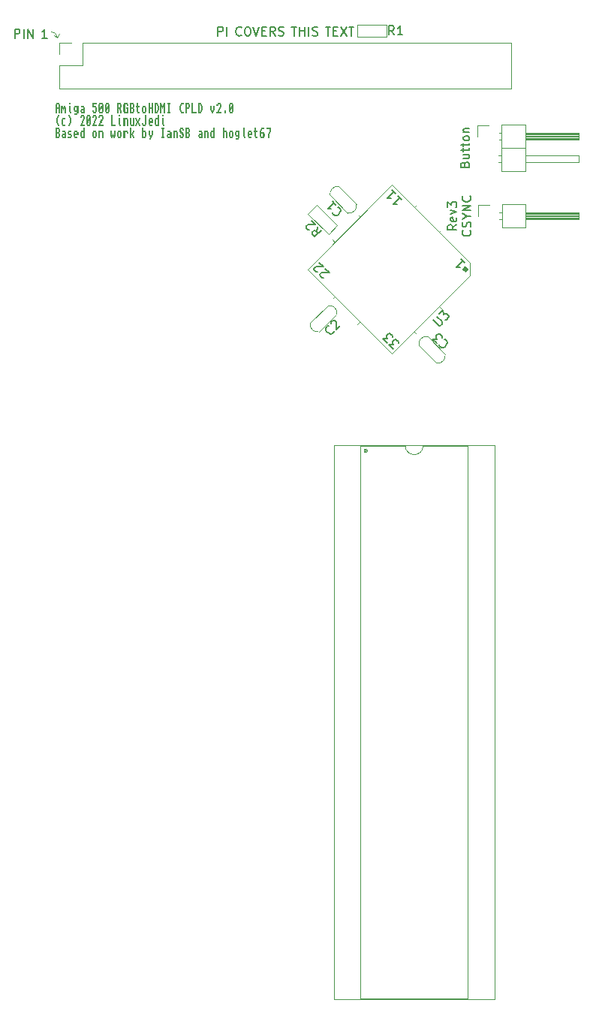
<source format=gbr>
G04 #@! TF.GenerationSoftware,KiCad,Pcbnew,6.99.0-unknown-672a8ca39b~146~ubuntu21.04.1*
G04 #@! TF.CreationDate,2022-01-14T10:30:42+00:00*
G04 #@! TF.ProjectId,A500,41353030-2e6b-4696-9361-645f70636258,rev?*
G04 #@! TF.SameCoordinates,Original*
G04 #@! TF.FileFunction,Legend,Top*
G04 #@! TF.FilePolarity,Positive*
%FSLAX46Y46*%
G04 Gerber Fmt 4.6, Leading zero omitted, Abs format (unit mm)*
G04 Created by KiCad (PCBNEW 6.99.0-unknown-672a8ca39b~146~ubuntu21.04.1) date 2022-01-14 10:30:42*
%MOMM*%
%LPD*%
G01*
G04 APERTURE LIST*
%ADD10C,0.150000*%
%ADD11C,0.120000*%
%ADD12C,0.400000*%
G04 APERTURE END LIST*
D10*
X76229528Y-20772380D02*
X76229528Y-19772380D01*
X76229528Y-19772380D02*
X76610480Y-19772380D01*
X76610480Y-19772380D02*
X76705718Y-19820000D01*
X76705718Y-19820000D02*
X76753337Y-19867619D01*
X76753337Y-19867619D02*
X76800956Y-19962857D01*
X76800956Y-19962857D02*
X76800956Y-20105714D01*
X76800956Y-20105714D02*
X76753337Y-20200952D01*
X76753337Y-20200952D02*
X76705718Y-20248571D01*
X76705718Y-20248571D02*
X76610480Y-20296190D01*
X76610480Y-20296190D02*
X76229528Y-20296190D01*
X77229528Y-20772380D02*
X77229528Y-19772380D01*
X78877146Y-20677142D02*
X78829527Y-20724761D01*
X78829527Y-20724761D02*
X78686670Y-20772380D01*
X78686670Y-20772380D02*
X78591432Y-20772380D01*
X78591432Y-20772380D02*
X78448575Y-20724761D01*
X78448575Y-20724761D02*
X78353337Y-20629523D01*
X78353337Y-20629523D02*
X78305718Y-20534285D01*
X78305718Y-20534285D02*
X78258099Y-20343809D01*
X78258099Y-20343809D02*
X78258099Y-20200952D01*
X78258099Y-20200952D02*
X78305718Y-20010476D01*
X78305718Y-20010476D02*
X78353337Y-19915238D01*
X78353337Y-19915238D02*
X78448575Y-19820000D01*
X78448575Y-19820000D02*
X78591432Y-19772380D01*
X78591432Y-19772380D02*
X78686670Y-19772380D01*
X78686670Y-19772380D02*
X78829527Y-19820000D01*
X78829527Y-19820000D02*
X78877146Y-19867619D01*
X79496194Y-19772380D02*
X79686670Y-19772380D01*
X79686670Y-19772380D02*
X79781908Y-19820000D01*
X79781908Y-19820000D02*
X79877146Y-19915238D01*
X79877146Y-19915238D02*
X79924765Y-20105714D01*
X79924765Y-20105714D02*
X79924765Y-20439047D01*
X79924765Y-20439047D02*
X79877146Y-20629523D01*
X79877146Y-20629523D02*
X79781908Y-20724761D01*
X79781908Y-20724761D02*
X79686670Y-20772380D01*
X79686670Y-20772380D02*
X79496194Y-20772380D01*
X79496194Y-20772380D02*
X79400956Y-20724761D01*
X79400956Y-20724761D02*
X79305718Y-20629523D01*
X79305718Y-20629523D02*
X79258099Y-20439047D01*
X79258099Y-20439047D02*
X79258099Y-20105714D01*
X79258099Y-20105714D02*
X79305718Y-19915238D01*
X79305718Y-19915238D02*
X79400956Y-19820000D01*
X79400956Y-19820000D02*
X79496194Y-19772380D01*
X80210480Y-19772380D02*
X80543813Y-20772380D01*
X80543813Y-20772380D02*
X80877146Y-19772380D01*
X81210479Y-20248571D02*
X81543812Y-20248571D01*
X81686669Y-20772380D02*
X81210479Y-20772380D01*
X81210479Y-20772380D02*
X81210479Y-19772380D01*
X81210479Y-19772380D02*
X81686669Y-19772380D01*
X82686668Y-20772380D02*
X82353335Y-20296190D01*
X82115240Y-20772380D02*
X82115240Y-19772380D01*
X82115240Y-19772380D02*
X82496192Y-19772380D01*
X82496192Y-19772380D02*
X82591430Y-19820000D01*
X82591430Y-19820000D02*
X82639049Y-19867619D01*
X82639049Y-19867619D02*
X82686668Y-19962857D01*
X82686668Y-19962857D02*
X82686668Y-20105714D01*
X82686668Y-20105714D02*
X82639049Y-20200952D01*
X82639049Y-20200952D02*
X82591430Y-20248571D01*
X82591430Y-20248571D02*
X82496192Y-20296190D01*
X82496192Y-20296190D02*
X82115240Y-20296190D01*
X83067621Y-20724761D02*
X83210478Y-20772380D01*
X83210478Y-20772380D02*
X83448573Y-20772380D01*
X83448573Y-20772380D02*
X83543811Y-20724761D01*
X83543811Y-20724761D02*
X83591430Y-20677142D01*
X83591430Y-20677142D02*
X83639049Y-20581904D01*
X83639049Y-20581904D02*
X83639049Y-20486666D01*
X83639049Y-20486666D02*
X83591430Y-20391428D01*
X83591430Y-20391428D02*
X83543811Y-20343809D01*
X83543811Y-20343809D02*
X83448573Y-20296190D01*
X83448573Y-20296190D02*
X83258097Y-20248571D01*
X83258097Y-20248571D02*
X83162859Y-20200952D01*
X83162859Y-20200952D02*
X83115240Y-20153333D01*
X83115240Y-20153333D02*
X83067621Y-20058095D01*
X83067621Y-20058095D02*
X83067621Y-19962857D01*
X83067621Y-19962857D02*
X83115240Y-19867619D01*
X83115240Y-19867619D02*
X83162859Y-19820000D01*
X83162859Y-19820000D02*
X83258097Y-19772380D01*
X83258097Y-19772380D02*
X83496192Y-19772380D01*
X83496192Y-19772380D02*
X83639049Y-19820000D01*
X84524763Y-19772380D02*
X85096191Y-19772380D01*
X84810477Y-20772380D02*
X84810477Y-19772380D01*
X85429524Y-20772380D02*
X85429524Y-19772380D01*
X85429524Y-20248571D02*
X86000952Y-20248571D01*
X86000952Y-20772380D02*
X86000952Y-19772380D01*
X86477143Y-20772380D02*
X86477143Y-19772380D01*
X86905714Y-20724761D02*
X87048571Y-20772380D01*
X87048571Y-20772380D02*
X87286666Y-20772380D01*
X87286666Y-20772380D02*
X87381904Y-20724761D01*
X87381904Y-20724761D02*
X87429523Y-20677142D01*
X87429523Y-20677142D02*
X87477142Y-20581904D01*
X87477142Y-20581904D02*
X87477142Y-20486666D01*
X87477142Y-20486666D02*
X87429523Y-20391428D01*
X87429523Y-20391428D02*
X87381904Y-20343809D01*
X87381904Y-20343809D02*
X87286666Y-20296190D01*
X87286666Y-20296190D02*
X87096190Y-20248571D01*
X87096190Y-20248571D02*
X87000952Y-20200952D01*
X87000952Y-20200952D02*
X86953333Y-20153333D01*
X86953333Y-20153333D02*
X86905714Y-20058095D01*
X86905714Y-20058095D02*
X86905714Y-19962857D01*
X86905714Y-19962857D02*
X86953333Y-19867619D01*
X86953333Y-19867619D02*
X87000952Y-19820000D01*
X87000952Y-19820000D02*
X87096190Y-19772380D01*
X87096190Y-19772380D02*
X87334285Y-19772380D01*
X87334285Y-19772380D02*
X87477142Y-19820000D01*
X88362856Y-19772380D02*
X88934284Y-19772380D01*
X88648570Y-20772380D02*
X88648570Y-19772380D01*
X89267617Y-20248571D02*
X89600950Y-20248571D01*
X89743807Y-20772380D02*
X89267617Y-20772380D01*
X89267617Y-20772380D02*
X89267617Y-19772380D01*
X89267617Y-19772380D02*
X89743807Y-19772380D01*
X90077140Y-19772380D02*
X90743806Y-20772380D01*
X90743806Y-19772380D02*
X90077140Y-20772380D01*
X90981901Y-19772380D02*
X91553329Y-19772380D01*
X91267615Y-20772380D02*
X91267615Y-19772380D01*
X104068571Y-35258140D02*
X104116190Y-35115283D01*
X104116190Y-35115283D02*
X104163809Y-35067664D01*
X104163809Y-35067664D02*
X104259047Y-35020045D01*
X104259047Y-35020045D02*
X104401904Y-35020045D01*
X104401904Y-35020045D02*
X104497142Y-35067664D01*
X104497142Y-35067664D02*
X104544761Y-35115283D01*
X104544761Y-35115283D02*
X104592380Y-35210521D01*
X104592380Y-35210521D02*
X104592380Y-35591473D01*
X104592380Y-35591473D02*
X103592380Y-35591473D01*
X103592380Y-35591473D02*
X103592380Y-35258140D01*
X103592380Y-35258140D02*
X103640000Y-35162902D01*
X103640000Y-35162902D02*
X103687619Y-35115283D01*
X103687619Y-35115283D02*
X103782857Y-35067664D01*
X103782857Y-35067664D02*
X103878095Y-35067664D01*
X103878095Y-35067664D02*
X103973333Y-35115283D01*
X103973333Y-35115283D02*
X104020952Y-35162902D01*
X104020952Y-35162902D02*
X104068571Y-35258140D01*
X104068571Y-35258140D02*
X104068571Y-35591473D01*
X103925714Y-34162902D02*
X104592380Y-34162902D01*
X103925714Y-34591473D02*
X104449523Y-34591473D01*
X104449523Y-34591473D02*
X104544761Y-34543854D01*
X104544761Y-34543854D02*
X104592380Y-34448616D01*
X104592380Y-34448616D02*
X104592380Y-34305759D01*
X104592380Y-34305759D02*
X104544761Y-34210521D01*
X104544761Y-34210521D02*
X104497142Y-34162902D01*
X103925714Y-33829569D02*
X103925714Y-33448617D01*
X103592380Y-33686712D02*
X104449523Y-33686712D01*
X104449523Y-33686712D02*
X104544761Y-33639093D01*
X104544761Y-33639093D02*
X104592380Y-33543855D01*
X104592380Y-33543855D02*
X104592380Y-33448617D01*
X103925714Y-33258141D02*
X103925714Y-32877189D01*
X103592380Y-33115284D02*
X104449523Y-33115284D01*
X104449523Y-33115284D02*
X104544761Y-33067665D01*
X104544761Y-33067665D02*
X104592380Y-32972427D01*
X104592380Y-32972427D02*
X104592380Y-32877189D01*
X104592380Y-32400999D02*
X104544761Y-32496237D01*
X104544761Y-32496237D02*
X104497142Y-32543856D01*
X104497142Y-32543856D02*
X104401904Y-32591475D01*
X104401904Y-32591475D02*
X104116190Y-32591475D01*
X104116190Y-32591475D02*
X104020952Y-32543856D01*
X104020952Y-32543856D02*
X103973333Y-32496237D01*
X103973333Y-32496237D02*
X103925714Y-32400999D01*
X103925714Y-32400999D02*
X103925714Y-32258142D01*
X103925714Y-32258142D02*
X103973333Y-32162904D01*
X103973333Y-32162904D02*
X104020952Y-32115285D01*
X104020952Y-32115285D02*
X104116190Y-32067666D01*
X104116190Y-32067666D02*
X104401904Y-32067666D01*
X104401904Y-32067666D02*
X104497142Y-32115285D01*
X104497142Y-32115285D02*
X104544761Y-32162904D01*
X104544761Y-32162904D02*
X104592380Y-32258142D01*
X104592380Y-32258142D02*
X104592380Y-32400999D01*
X103925714Y-31639095D02*
X104592380Y-31639095D01*
X104020952Y-31639095D02*
X103973333Y-31591476D01*
X103973333Y-31591476D02*
X103925714Y-31496238D01*
X103925714Y-31496238D02*
X103925714Y-31353381D01*
X103925714Y-31353381D02*
X103973333Y-31258143D01*
X103973333Y-31258143D02*
X104068571Y-31210524D01*
X104068571Y-31210524D02*
X104592380Y-31210524D01*
X103147380Y-42073389D02*
X102671190Y-42406722D01*
X103147380Y-42644817D02*
X102147380Y-42644817D01*
X102147380Y-42644817D02*
X102147380Y-42263865D01*
X102147380Y-42263865D02*
X102195000Y-42168627D01*
X102195000Y-42168627D02*
X102242619Y-42121008D01*
X102242619Y-42121008D02*
X102337857Y-42073389D01*
X102337857Y-42073389D02*
X102480714Y-42073389D01*
X102480714Y-42073389D02*
X102575952Y-42121008D01*
X102575952Y-42121008D02*
X102623571Y-42168627D01*
X102623571Y-42168627D02*
X102671190Y-42263865D01*
X102671190Y-42263865D02*
X102671190Y-42644817D01*
X103099761Y-41263865D02*
X103147380Y-41359103D01*
X103147380Y-41359103D02*
X103147380Y-41549579D01*
X103147380Y-41549579D02*
X103099761Y-41644817D01*
X103099761Y-41644817D02*
X103004523Y-41692436D01*
X103004523Y-41692436D02*
X102623571Y-41692436D01*
X102623571Y-41692436D02*
X102528333Y-41644817D01*
X102528333Y-41644817D02*
X102480714Y-41549579D01*
X102480714Y-41549579D02*
X102480714Y-41359103D01*
X102480714Y-41359103D02*
X102528333Y-41263865D01*
X102528333Y-41263865D02*
X102623571Y-41216246D01*
X102623571Y-41216246D02*
X102718809Y-41216246D01*
X102718809Y-41216246D02*
X102814047Y-41692436D01*
X102480714Y-40882913D02*
X103147380Y-40644818D01*
X103147380Y-40644818D02*
X102480714Y-40406723D01*
X102147380Y-40121009D02*
X102147380Y-39501962D01*
X102147380Y-39501962D02*
X102528333Y-39835295D01*
X102528333Y-39835295D02*
X102528333Y-39692438D01*
X102528333Y-39692438D02*
X102575952Y-39597200D01*
X102575952Y-39597200D02*
X102623571Y-39549581D01*
X102623571Y-39549581D02*
X102718809Y-39501962D01*
X102718809Y-39501962D02*
X102956904Y-39501962D01*
X102956904Y-39501962D02*
X103052142Y-39549581D01*
X103052142Y-39549581D02*
X103099761Y-39597200D01*
X103099761Y-39597200D02*
X103147380Y-39692438D01*
X103147380Y-39692438D02*
X103147380Y-39978152D01*
X103147380Y-39978152D02*
X103099761Y-40073390D01*
X103099761Y-40073390D02*
X103052142Y-40121009D01*
X104672142Y-42716246D02*
X104719761Y-42763865D01*
X104719761Y-42763865D02*
X104767380Y-42906722D01*
X104767380Y-42906722D02*
X104767380Y-43001960D01*
X104767380Y-43001960D02*
X104719761Y-43144817D01*
X104719761Y-43144817D02*
X104624523Y-43240055D01*
X104624523Y-43240055D02*
X104529285Y-43287674D01*
X104529285Y-43287674D02*
X104338809Y-43335293D01*
X104338809Y-43335293D02*
X104195952Y-43335293D01*
X104195952Y-43335293D02*
X104005476Y-43287674D01*
X104005476Y-43287674D02*
X103910238Y-43240055D01*
X103910238Y-43240055D02*
X103815000Y-43144817D01*
X103815000Y-43144817D02*
X103767380Y-43001960D01*
X103767380Y-43001960D02*
X103767380Y-42906722D01*
X103767380Y-42906722D02*
X103815000Y-42763865D01*
X103815000Y-42763865D02*
X103862619Y-42716246D01*
X104719761Y-42335293D02*
X104767380Y-42192436D01*
X104767380Y-42192436D02*
X104767380Y-41954341D01*
X104767380Y-41954341D02*
X104719761Y-41859103D01*
X104719761Y-41859103D02*
X104672142Y-41811484D01*
X104672142Y-41811484D02*
X104576904Y-41763865D01*
X104576904Y-41763865D02*
X104481666Y-41763865D01*
X104481666Y-41763865D02*
X104386428Y-41811484D01*
X104386428Y-41811484D02*
X104338809Y-41859103D01*
X104338809Y-41859103D02*
X104291190Y-41954341D01*
X104291190Y-41954341D02*
X104243571Y-42144817D01*
X104243571Y-42144817D02*
X104195952Y-42240055D01*
X104195952Y-42240055D02*
X104148333Y-42287674D01*
X104148333Y-42287674D02*
X104053095Y-42335293D01*
X104053095Y-42335293D02*
X103957857Y-42335293D01*
X103957857Y-42335293D02*
X103862619Y-42287674D01*
X103862619Y-42287674D02*
X103815000Y-42240055D01*
X103815000Y-42240055D02*
X103767380Y-42144817D01*
X103767380Y-42144817D02*
X103767380Y-41906722D01*
X103767380Y-41906722D02*
X103815000Y-41763865D01*
X104291190Y-41144818D02*
X104767380Y-41144818D01*
X103767380Y-41478151D02*
X104291190Y-41144818D01*
X104291190Y-41144818D02*
X103767380Y-40811485D01*
X104767380Y-40478152D02*
X103767380Y-40478152D01*
X103767380Y-40478152D02*
X104767380Y-39906724D01*
X104767380Y-39906724D02*
X103767380Y-39906724D01*
X104672142Y-38859105D02*
X104719761Y-38906724D01*
X104719761Y-38906724D02*
X104767380Y-39049581D01*
X104767380Y-39049581D02*
X104767380Y-39144819D01*
X104767380Y-39144819D02*
X104719761Y-39287676D01*
X104719761Y-39287676D02*
X104624523Y-39382914D01*
X104624523Y-39382914D02*
X104529285Y-39430533D01*
X104529285Y-39430533D02*
X104338809Y-39478152D01*
X104338809Y-39478152D02*
X104195952Y-39478152D01*
X104195952Y-39478152D02*
X104005476Y-39430533D01*
X104005476Y-39430533D02*
X103910238Y-39382914D01*
X103910238Y-39382914D02*
X103815000Y-39287676D01*
X103815000Y-39287676D02*
X103767380Y-39144819D01*
X103767380Y-39144819D02*
X103767380Y-39049581D01*
X103767380Y-39049581D02*
X103815000Y-38906724D01*
X103815000Y-38906724D02*
X103862619Y-38859105D01*
D11*
X58102500Y-20955000D02*
X58356500Y-20574000D01*
X58102500Y-20955000D02*
X57721500Y-20701000D01*
X58102500Y-20955000D02*
G75*
G03*
X57467500Y-20320000I-635000J0D01*
G01*
D10*
X53318001Y-21026380D02*
X53318001Y-20026380D01*
X53318001Y-20026380D02*
X53698953Y-20026380D01*
X53698953Y-20026380D02*
X53794191Y-20074000D01*
X53794191Y-20074000D02*
X53841810Y-20121619D01*
X53841810Y-20121619D02*
X53889429Y-20216857D01*
X53889429Y-20216857D02*
X53889429Y-20359714D01*
X53889429Y-20359714D02*
X53841810Y-20454952D01*
X53841810Y-20454952D02*
X53794191Y-20502571D01*
X53794191Y-20502571D02*
X53698953Y-20550190D01*
X53698953Y-20550190D02*
X53318001Y-20550190D01*
X54318001Y-21026380D02*
X54318001Y-20026380D01*
X54794191Y-21026380D02*
X54794191Y-20026380D01*
X54794191Y-20026380D02*
X55365619Y-21026380D01*
X55365619Y-21026380D02*
X55365619Y-20026380D01*
X56965619Y-21026380D02*
X56394191Y-21026380D01*
X56679905Y-21026380D02*
X56679905Y-20026380D01*
X56679905Y-20026380D02*
X56584667Y-20169238D01*
X56584667Y-20169238D02*
X56489429Y-20264476D01*
X56489429Y-20264476D02*
X56394191Y-20312095D01*
G36*
X57960000Y-28307000D02*
G01*
X58310000Y-28307000D01*
X58310000Y-28482000D01*
X57960000Y-28307000D01*
G37*
G36*
X58310000Y-28482000D02*
G01*
X58397500Y-28482000D01*
X58397500Y-29532000D01*
X58310000Y-28482000D01*
G37*
G36*
X58397500Y-29532000D02*
G01*
X58222500Y-29532000D01*
X58222500Y-29007000D01*
X58397500Y-29532000D01*
G37*
G36*
X58047500Y-29007000D02*
G01*
X58047500Y-29532000D01*
X57872500Y-29532000D01*
X58047500Y-29007000D01*
G37*
G36*
X57872500Y-29532000D02*
G01*
X57872500Y-28832000D01*
X58047500Y-28832000D01*
X57872500Y-29532000D01*
G37*
G36*
X58047500Y-28482000D02*
G01*
X58047500Y-28832000D01*
X57872500Y-28832000D01*
X58047500Y-28482000D01*
G37*
G36*
X57872500Y-28832000D02*
G01*
X57872500Y-28482000D01*
X57960000Y-28482000D01*
X57872500Y-28832000D01*
G37*
G36*
X58310000Y-28482000D02*
G01*
X58397500Y-29532000D01*
X58222500Y-29007000D01*
X58310000Y-28482000D01*
G37*
G36*
X58047500Y-29007000D02*
G01*
X57872500Y-29532000D01*
X58047500Y-28832000D01*
X58047500Y-29007000D01*
G37*
G36*
X58047500Y-28482000D02*
G01*
X57872500Y-28832000D01*
X57960000Y-28482000D01*
X58047500Y-28482000D01*
G37*
G36*
X58222500Y-29007000D02*
G01*
X58047500Y-29007000D01*
X58047500Y-28832000D01*
X58222500Y-29007000D01*
G37*
G36*
X58047500Y-28482000D02*
G01*
X57960000Y-28482000D01*
X57960000Y-28307000D01*
X58047500Y-28482000D01*
G37*
G36*
X58222500Y-29007000D02*
G01*
X58047500Y-28832000D01*
X58222500Y-28832000D01*
X58222500Y-29007000D01*
G37*
G36*
X58222500Y-28482000D02*
G01*
X58047500Y-28482000D01*
X57960000Y-28307000D01*
X58222500Y-28482000D01*
G37*
G36*
X58310000Y-28482000D02*
G01*
X58222500Y-29007000D01*
X58222500Y-28832000D01*
X58310000Y-28482000D01*
G37*
G36*
X58222500Y-28482000D02*
G01*
X57960000Y-28307000D01*
X58310000Y-28482000D01*
X58222500Y-28482000D01*
G37*
G36*
X58310000Y-28482000D02*
G01*
X58222500Y-28832000D01*
X58222500Y-28482000D01*
X58310000Y-28482000D01*
G37*
G36*
X58660000Y-29007000D02*
G01*
X58660000Y-29532000D01*
X58485000Y-29532000D01*
X58660000Y-29007000D01*
G37*
G36*
X58485000Y-29532000D02*
G01*
X58485000Y-28657000D01*
X58747500Y-28657000D01*
X58485000Y-29532000D01*
G37*
G36*
X58835000Y-28832000D02*
G01*
X58835000Y-28657000D01*
X59010000Y-28657000D01*
X58835000Y-28832000D01*
G37*
G36*
X59010000Y-28832000D02*
G01*
X59097500Y-28832000D01*
X59097500Y-29532000D01*
X59010000Y-28832000D01*
G37*
G36*
X59097500Y-29532000D02*
G01*
X58922500Y-29532000D01*
X58922500Y-29007000D01*
X59097500Y-29532000D01*
G37*
G36*
X58835000Y-29007000D02*
G01*
X58835000Y-29182000D01*
X58747500Y-29182000D01*
X58835000Y-29007000D01*
G37*
G36*
X58660000Y-29007000D02*
G01*
X58485000Y-29532000D01*
X58747500Y-28657000D01*
X58660000Y-29007000D01*
G37*
G36*
X58835000Y-28832000D02*
G01*
X59010000Y-28657000D01*
X59010000Y-28832000D01*
X58835000Y-28832000D01*
G37*
G36*
X59010000Y-28832000D02*
G01*
X59097500Y-29532000D01*
X58922500Y-29007000D01*
X59010000Y-28832000D01*
G37*
G36*
X58835000Y-29007000D02*
G01*
X58747500Y-29182000D01*
X58747500Y-29007000D01*
X58835000Y-29007000D01*
G37*
G36*
X58660000Y-29007000D02*
G01*
X58747500Y-28657000D01*
X58747500Y-28832000D01*
X58660000Y-29007000D01*
G37*
G36*
X58835000Y-28832000D02*
G01*
X59010000Y-28832000D01*
X58922500Y-29007000D01*
X58835000Y-28832000D01*
G37*
G36*
X58747500Y-29007000D02*
G01*
X58660000Y-29007000D01*
X58747500Y-28832000D01*
X58747500Y-29007000D01*
G37*
G36*
X58747500Y-28832000D02*
G01*
X58835000Y-28832000D01*
X58922500Y-29007000D01*
X58747500Y-28832000D01*
G37*
G36*
X58835000Y-29007000D02*
G01*
X58747500Y-29007000D01*
X58747500Y-28832000D01*
X58835000Y-29007000D01*
G37*
G36*
X58747500Y-28832000D02*
G01*
X58922500Y-29007000D01*
X58835000Y-29007000D01*
X58747500Y-28832000D01*
G37*
G36*
X59535000Y-29357000D02*
G01*
X59447500Y-29357000D01*
X59447500Y-28657000D01*
X59535000Y-29357000D01*
G37*
G36*
X59447500Y-28657000D02*
G01*
X59622500Y-28657000D01*
X59622500Y-29357000D01*
X59447500Y-28657000D01*
G37*
G36*
X59622500Y-29357000D02*
G01*
X59710000Y-29357000D01*
X59710000Y-29532000D01*
X59622500Y-29357000D01*
G37*
G36*
X59710000Y-29532000D02*
G01*
X59535000Y-29532000D01*
X59535000Y-29357000D01*
X59710000Y-29532000D01*
G37*
G36*
X59535000Y-29357000D02*
G01*
X59447500Y-28657000D01*
X59622500Y-29357000D01*
X59535000Y-29357000D01*
G37*
G36*
X59622500Y-29357000D02*
G01*
X59710000Y-29532000D01*
X59535000Y-29357000D01*
X59622500Y-29357000D01*
G37*
G36*
X59622500Y-28482000D02*
G01*
X59447500Y-28482000D01*
X59447500Y-28307000D01*
X59622500Y-28482000D01*
G37*
G36*
X59447500Y-28307000D02*
G01*
X59622500Y-28307000D01*
X59622500Y-28482000D01*
X59447500Y-28307000D01*
G37*
G36*
X60497500Y-28657000D02*
G01*
X60497500Y-29532000D01*
X60410000Y-29532000D01*
X60497500Y-28657000D01*
G37*
G36*
X60410000Y-29532000D02*
G01*
X60410000Y-29707000D01*
X60060000Y-29707000D01*
X60410000Y-29532000D01*
G37*
G36*
X60060000Y-29707000D02*
G01*
X60060000Y-29532000D01*
X60322500Y-29532000D01*
X60060000Y-29707000D01*
G37*
G36*
X60060000Y-29182000D02*
G01*
X59972500Y-29182000D01*
X59972500Y-28832000D01*
X60060000Y-29182000D01*
G37*
G36*
X60060000Y-28832000D02*
G01*
X60060000Y-28657000D01*
X60497500Y-28657000D01*
X60060000Y-28832000D01*
G37*
G36*
X60410000Y-29532000D02*
G01*
X60060000Y-29707000D01*
X60322500Y-29532000D01*
X60410000Y-29532000D01*
G37*
G36*
X60322500Y-29357000D02*
G01*
X60060000Y-29357000D01*
X60060000Y-29182000D01*
X60322500Y-29357000D01*
G37*
G36*
X60060000Y-29182000D02*
G01*
X59972500Y-28832000D01*
X60060000Y-28832000D01*
X60060000Y-29182000D01*
G37*
G36*
X60497500Y-28657000D02*
G01*
X60410000Y-29532000D01*
X60322500Y-29532000D01*
X60497500Y-28657000D01*
G37*
G36*
X60322500Y-29357000D02*
G01*
X60060000Y-29182000D01*
X60147500Y-29182000D01*
X60322500Y-29357000D01*
G37*
G36*
X60147500Y-28832000D02*
G01*
X60147500Y-29182000D01*
X60060000Y-29182000D01*
X60147500Y-28832000D01*
G37*
G36*
X60497500Y-28657000D02*
G01*
X60322500Y-29532000D01*
X60322500Y-29357000D01*
X60497500Y-28657000D01*
G37*
G36*
X60322500Y-29357000D02*
G01*
X60147500Y-29182000D01*
X60322500Y-29182000D01*
X60322500Y-29357000D01*
G37*
G36*
X60147500Y-28832000D02*
G01*
X60060000Y-29182000D01*
X60060000Y-28832000D01*
X60147500Y-28832000D01*
G37*
G36*
X60497500Y-28657000D02*
G01*
X60322500Y-29357000D01*
X60322500Y-29182000D01*
X60497500Y-28657000D01*
G37*
G36*
X60147500Y-28832000D02*
G01*
X60060000Y-28832000D01*
X60497500Y-28657000D01*
X60147500Y-28832000D01*
G37*
G36*
X60497500Y-28657000D02*
G01*
X60322500Y-29182000D01*
X60322500Y-28832000D01*
X60497500Y-28657000D01*
G37*
G36*
X60322500Y-28832000D02*
G01*
X60147500Y-28832000D01*
X60497500Y-28657000D01*
X60322500Y-28832000D01*
G37*
G36*
X60760000Y-28657000D02*
G01*
X61110000Y-28657000D01*
X61110000Y-28832000D01*
X60760000Y-28657000D01*
G37*
G36*
X61110000Y-28832000D02*
G01*
X61197500Y-28832000D01*
X61197500Y-29532000D01*
X61110000Y-28832000D01*
G37*
G36*
X60760000Y-29357000D02*
G01*
X60672500Y-29357000D01*
X60672500Y-29182000D01*
X60760000Y-29357000D01*
G37*
G36*
X60760000Y-29182000D02*
G01*
X60760000Y-29007000D01*
X61022500Y-29007000D01*
X60760000Y-29182000D01*
G37*
G36*
X61022500Y-28832000D02*
G01*
X60760000Y-28832000D01*
X60760000Y-28657000D01*
X61022500Y-28832000D01*
G37*
G36*
X61197500Y-29532000D02*
G01*
X60760000Y-29532000D01*
X60760000Y-29357000D01*
X61197500Y-29532000D01*
G37*
G36*
X60760000Y-29357000D02*
G01*
X60672500Y-29182000D01*
X60760000Y-29182000D01*
X60760000Y-29357000D01*
G37*
G36*
X61022500Y-28832000D02*
G01*
X60760000Y-28657000D01*
X61110000Y-28832000D01*
X61022500Y-28832000D01*
G37*
G36*
X61197500Y-29532000D02*
G01*
X60760000Y-29357000D01*
X60847500Y-29357000D01*
X61197500Y-29532000D01*
G37*
G36*
X60847500Y-29182000D02*
G01*
X60847500Y-29357000D01*
X60760000Y-29357000D01*
X60847500Y-29182000D01*
G37*
G36*
X61022500Y-29007000D02*
G01*
X61022500Y-28832000D01*
X61110000Y-28832000D01*
X61022500Y-29007000D01*
G37*
G36*
X61197500Y-29532000D02*
G01*
X60847500Y-29357000D01*
X61022500Y-29357000D01*
X61197500Y-29532000D01*
G37*
G36*
X60847500Y-29182000D02*
G01*
X60760000Y-29357000D01*
X60760000Y-29182000D01*
X60847500Y-29182000D01*
G37*
G36*
X61022500Y-29007000D02*
G01*
X61110000Y-28832000D01*
X61197500Y-29532000D01*
X61022500Y-29007000D01*
G37*
G36*
X61197500Y-29532000D02*
G01*
X61022500Y-29357000D01*
X61022500Y-29182000D01*
X61197500Y-29532000D01*
G37*
G36*
X60847500Y-29182000D02*
G01*
X60760000Y-29182000D01*
X61022500Y-29007000D01*
X60847500Y-29182000D01*
G37*
G36*
X61022500Y-29007000D02*
G01*
X61197500Y-29532000D01*
X61022500Y-29182000D01*
X61022500Y-29007000D01*
G37*
G36*
X61022500Y-29182000D02*
G01*
X60847500Y-29182000D01*
X61022500Y-29007000D01*
X61022500Y-29182000D01*
G37*
G36*
X62160000Y-29357000D02*
G01*
X62072500Y-29357000D01*
X62072500Y-29182000D01*
X62160000Y-29357000D01*
G37*
G36*
X62072500Y-29182000D02*
G01*
X62247500Y-29182000D01*
X62247500Y-29357000D01*
X62072500Y-29182000D01*
G37*
G36*
X62072500Y-28307000D02*
G01*
X62597500Y-28307000D01*
X62597500Y-28482000D01*
X62072500Y-28307000D01*
G37*
G36*
X62247500Y-28657000D02*
G01*
X62510000Y-28657000D01*
X62510000Y-28832000D01*
X62247500Y-28657000D01*
G37*
G36*
X62510000Y-28832000D02*
G01*
X62597500Y-28832000D01*
X62597500Y-29357000D01*
X62510000Y-28832000D01*
G37*
G36*
X62510000Y-29357000D02*
G01*
X62510000Y-29532000D01*
X62160000Y-29532000D01*
X62510000Y-29357000D01*
G37*
G36*
X62160000Y-29357000D02*
G01*
X62072500Y-29182000D01*
X62247500Y-29357000D01*
X62160000Y-29357000D01*
G37*
G36*
X62072500Y-28307000D02*
G01*
X62597500Y-28482000D01*
X62247500Y-28482000D01*
X62072500Y-28307000D01*
G37*
G36*
X62510000Y-28832000D02*
G01*
X62597500Y-29357000D01*
X62510000Y-29357000D01*
X62510000Y-28832000D01*
G37*
G36*
X62160000Y-29532000D02*
G01*
X62160000Y-29357000D01*
X62247500Y-29357000D01*
X62160000Y-29532000D01*
G37*
G36*
X62072500Y-28832000D02*
G01*
X62072500Y-28307000D01*
X62247500Y-28482000D01*
X62072500Y-28832000D01*
G37*
G36*
X62160000Y-29532000D02*
G01*
X62247500Y-29357000D01*
X62422500Y-29357000D01*
X62160000Y-29532000D01*
G37*
G36*
X62072500Y-28832000D02*
G01*
X62247500Y-28482000D01*
X62247500Y-28657000D01*
X62072500Y-28832000D01*
G37*
G36*
X62510000Y-29357000D02*
G01*
X62160000Y-29532000D01*
X62422500Y-29357000D01*
X62510000Y-29357000D01*
G37*
G36*
X62422500Y-28832000D02*
G01*
X62072500Y-28832000D01*
X62247500Y-28657000D01*
X62422500Y-28832000D01*
G37*
G36*
X62510000Y-28832000D02*
G01*
X62510000Y-29357000D01*
X62422500Y-29357000D01*
X62510000Y-28832000D01*
G37*
G36*
X62422500Y-28832000D02*
G01*
X62247500Y-28657000D01*
X62510000Y-28832000D01*
X62422500Y-28832000D01*
G37*
G36*
X62510000Y-28832000D02*
G01*
X62422500Y-29357000D01*
X62422500Y-28832000D01*
X62510000Y-28832000D01*
G37*
G36*
X62860000Y-28307000D02*
G01*
X63210000Y-28307000D01*
X63210000Y-28482000D01*
X62860000Y-28307000D01*
G37*
G36*
X63210000Y-28482000D02*
G01*
X63297500Y-28482000D01*
X63297500Y-29357000D01*
X63210000Y-28482000D01*
G37*
G36*
X63210000Y-29357000D02*
G01*
X63210000Y-29532000D01*
X62860000Y-29532000D01*
X63210000Y-29357000D01*
G37*
G36*
X63035000Y-29007000D02*
G01*
X63035000Y-29182000D01*
X62947500Y-29182000D01*
X63035000Y-29007000D01*
G37*
G36*
X62860000Y-29357000D02*
G01*
X62772500Y-29357000D01*
X62772500Y-28832000D01*
X62860000Y-29357000D01*
G37*
G36*
X63035000Y-28832000D02*
G01*
X63035000Y-28657000D01*
X63122500Y-28657000D01*
X63035000Y-28832000D01*
G37*
G36*
X62772500Y-28832000D02*
G01*
X62772500Y-28482000D01*
X62860000Y-28482000D01*
X62772500Y-28832000D01*
G37*
G36*
X63210000Y-28482000D02*
G01*
X63297500Y-29357000D01*
X63210000Y-29357000D01*
X63210000Y-28482000D01*
G37*
G36*
X62860000Y-29532000D02*
G01*
X62860000Y-29357000D01*
X62947500Y-29357000D01*
X62860000Y-29532000D01*
G37*
G36*
X62947500Y-29182000D02*
G01*
X62947500Y-29357000D01*
X62860000Y-29357000D01*
X62947500Y-29182000D01*
G37*
G36*
X62860000Y-29357000D02*
G01*
X62772500Y-28832000D01*
X62947500Y-28832000D01*
X62860000Y-29357000D01*
G37*
G36*
X62947500Y-28482000D02*
G01*
X62947500Y-28832000D01*
X62772500Y-28832000D01*
X62947500Y-28482000D01*
G37*
G36*
X62860000Y-29532000D02*
G01*
X62947500Y-29357000D01*
X63122500Y-29357000D01*
X62860000Y-29532000D01*
G37*
G36*
X62947500Y-29182000D02*
G01*
X62860000Y-29357000D01*
X62947500Y-28832000D01*
X62947500Y-29182000D01*
G37*
G36*
X62947500Y-28482000D02*
G01*
X62772500Y-28832000D01*
X62860000Y-28482000D01*
X62947500Y-28482000D01*
G37*
G36*
X63210000Y-29357000D02*
G01*
X62860000Y-29532000D01*
X63122500Y-29357000D01*
X63210000Y-29357000D01*
G37*
G36*
X63035000Y-29007000D02*
G01*
X62947500Y-29182000D01*
X62947500Y-28832000D01*
X63035000Y-29007000D01*
G37*
G36*
X62947500Y-28482000D02*
G01*
X62860000Y-28482000D01*
X62860000Y-28307000D01*
X62947500Y-28482000D01*
G37*
G36*
X63210000Y-28482000D02*
G01*
X63210000Y-29357000D01*
X63122500Y-29357000D01*
X63210000Y-28482000D01*
G37*
G36*
X63122500Y-29007000D02*
G01*
X63035000Y-29007000D01*
X62947500Y-28832000D01*
X63122500Y-29007000D01*
G37*
G36*
X63122500Y-28482000D02*
G01*
X62947500Y-28482000D01*
X62860000Y-28307000D01*
X63122500Y-28482000D01*
G37*
G36*
X63210000Y-28482000D02*
G01*
X63122500Y-29357000D01*
X63122500Y-29007000D01*
X63210000Y-28482000D01*
G37*
G36*
X63122500Y-29007000D02*
G01*
X62947500Y-28832000D01*
X63035000Y-28832000D01*
X63122500Y-29007000D01*
G37*
G36*
X63122500Y-28482000D02*
G01*
X62860000Y-28307000D01*
X63210000Y-28482000D01*
X63122500Y-28482000D01*
G37*
G36*
X63122500Y-29007000D02*
G01*
X63035000Y-28832000D01*
X63122500Y-28657000D01*
X63122500Y-29007000D01*
G37*
G36*
X63122500Y-28657000D02*
G01*
X63122500Y-28482000D01*
X63210000Y-28482000D01*
X63122500Y-28657000D01*
G37*
G36*
X63210000Y-28482000D02*
G01*
X63122500Y-29007000D01*
X63122500Y-28657000D01*
X63210000Y-28482000D01*
G37*
G36*
X63560000Y-28307000D02*
G01*
X63910000Y-28307000D01*
X63910000Y-28482000D01*
X63560000Y-28307000D01*
G37*
G36*
X63910000Y-28482000D02*
G01*
X63997500Y-28482000D01*
X63997500Y-29357000D01*
X63910000Y-28482000D01*
G37*
G36*
X63910000Y-29357000D02*
G01*
X63910000Y-29532000D01*
X63560000Y-29532000D01*
X63910000Y-29357000D01*
G37*
G36*
X63735000Y-29007000D02*
G01*
X63735000Y-29182000D01*
X63647500Y-29182000D01*
X63735000Y-29007000D01*
G37*
G36*
X63560000Y-29357000D02*
G01*
X63472500Y-29357000D01*
X63472500Y-28832000D01*
X63560000Y-29357000D01*
G37*
G36*
X63735000Y-28832000D02*
G01*
X63735000Y-28657000D01*
X63822500Y-28657000D01*
X63735000Y-28832000D01*
G37*
G36*
X63472500Y-28832000D02*
G01*
X63472500Y-28482000D01*
X63560000Y-28482000D01*
X63472500Y-28832000D01*
G37*
G36*
X63910000Y-28482000D02*
G01*
X63997500Y-29357000D01*
X63910000Y-29357000D01*
X63910000Y-28482000D01*
G37*
G36*
X63560000Y-29532000D02*
G01*
X63560000Y-29357000D01*
X63647500Y-29357000D01*
X63560000Y-29532000D01*
G37*
G36*
X63647500Y-29182000D02*
G01*
X63647500Y-29357000D01*
X63560000Y-29357000D01*
X63647500Y-29182000D01*
G37*
G36*
X63560000Y-29357000D02*
G01*
X63472500Y-28832000D01*
X63647500Y-28832000D01*
X63560000Y-29357000D01*
G37*
G36*
X63647500Y-28482000D02*
G01*
X63647500Y-28832000D01*
X63472500Y-28832000D01*
X63647500Y-28482000D01*
G37*
G36*
X63560000Y-29532000D02*
G01*
X63647500Y-29357000D01*
X63822500Y-29357000D01*
X63560000Y-29532000D01*
G37*
G36*
X63647500Y-29182000D02*
G01*
X63560000Y-29357000D01*
X63647500Y-28832000D01*
X63647500Y-29182000D01*
G37*
G36*
X63647500Y-28482000D02*
G01*
X63472500Y-28832000D01*
X63560000Y-28482000D01*
X63647500Y-28482000D01*
G37*
G36*
X63910000Y-29357000D02*
G01*
X63560000Y-29532000D01*
X63822500Y-29357000D01*
X63910000Y-29357000D01*
G37*
G36*
X63735000Y-29007000D02*
G01*
X63647500Y-29182000D01*
X63647500Y-28832000D01*
X63735000Y-29007000D01*
G37*
G36*
X63647500Y-28482000D02*
G01*
X63560000Y-28482000D01*
X63560000Y-28307000D01*
X63647500Y-28482000D01*
G37*
G36*
X63910000Y-28482000D02*
G01*
X63910000Y-29357000D01*
X63822500Y-29357000D01*
X63910000Y-28482000D01*
G37*
G36*
X63822500Y-29007000D02*
G01*
X63735000Y-29007000D01*
X63647500Y-28832000D01*
X63822500Y-29007000D01*
G37*
G36*
X63822500Y-28482000D02*
G01*
X63647500Y-28482000D01*
X63560000Y-28307000D01*
X63822500Y-28482000D01*
G37*
G36*
X63910000Y-28482000D02*
G01*
X63822500Y-29357000D01*
X63822500Y-29007000D01*
X63910000Y-28482000D01*
G37*
G36*
X63822500Y-29007000D02*
G01*
X63647500Y-28832000D01*
X63735000Y-28832000D01*
X63822500Y-29007000D01*
G37*
G36*
X63822500Y-28482000D02*
G01*
X63560000Y-28307000D01*
X63910000Y-28482000D01*
X63822500Y-28482000D01*
G37*
G36*
X63822500Y-29007000D02*
G01*
X63735000Y-28832000D01*
X63822500Y-28657000D01*
X63822500Y-29007000D01*
G37*
G36*
X63822500Y-28657000D02*
G01*
X63822500Y-28482000D01*
X63910000Y-28482000D01*
X63822500Y-28657000D01*
G37*
G36*
X63910000Y-28482000D02*
G01*
X63822500Y-29007000D01*
X63822500Y-28657000D01*
X63910000Y-28482000D01*
G37*
G36*
X64872500Y-28307000D02*
G01*
X65310000Y-28307000D01*
X65310000Y-28482000D01*
X64872500Y-28307000D01*
G37*
G36*
X65310000Y-28482000D02*
G01*
X65397500Y-28482000D01*
X65397500Y-28832000D01*
X65310000Y-28482000D01*
G37*
G36*
X65310000Y-29182000D02*
G01*
X65397500Y-29182000D01*
X65397500Y-29532000D01*
X65310000Y-29182000D01*
G37*
G36*
X65397500Y-29532000D02*
G01*
X65222500Y-29532000D01*
X65222500Y-29182000D01*
X65397500Y-29532000D01*
G37*
G36*
X65222500Y-29182000D02*
G01*
X65135000Y-29182000D01*
X65135000Y-29007000D01*
X65222500Y-29182000D01*
G37*
G36*
X65047500Y-29007000D02*
G01*
X65047500Y-29532000D01*
X64872500Y-29532000D01*
X65047500Y-29007000D01*
G37*
G36*
X64872500Y-29532000D02*
G01*
X64872500Y-28832000D01*
X65047500Y-28832000D01*
X64872500Y-29532000D01*
G37*
G36*
X65047500Y-28482000D02*
G01*
X65047500Y-28832000D01*
X64872500Y-28832000D01*
X65047500Y-28482000D01*
G37*
G36*
X65310000Y-28482000D02*
G01*
X65397500Y-28832000D01*
X65310000Y-28832000D01*
X65310000Y-28482000D01*
G37*
G36*
X65310000Y-29182000D02*
G01*
X65397500Y-29532000D01*
X65222500Y-29182000D01*
X65310000Y-29182000D01*
G37*
G36*
X65047500Y-29007000D02*
G01*
X64872500Y-29532000D01*
X65047500Y-28832000D01*
X65047500Y-29007000D01*
G37*
G36*
X65047500Y-28482000D02*
G01*
X64872500Y-28832000D01*
X64872500Y-28307000D01*
X65047500Y-28482000D01*
G37*
G36*
X65310000Y-28832000D02*
G01*
X65310000Y-29182000D01*
X65222500Y-29182000D01*
X65310000Y-28832000D01*
G37*
G36*
X65135000Y-29007000D02*
G01*
X65047500Y-29007000D01*
X65047500Y-28832000D01*
X65135000Y-29007000D01*
G37*
G36*
X65222500Y-28482000D02*
G01*
X65047500Y-28482000D01*
X64872500Y-28307000D01*
X65222500Y-28482000D01*
G37*
G36*
X65310000Y-28482000D02*
G01*
X65310000Y-28832000D01*
X65222500Y-29182000D01*
X65310000Y-28482000D01*
G37*
G36*
X65135000Y-29007000D02*
G01*
X65047500Y-28832000D01*
X65222500Y-28832000D01*
X65135000Y-29007000D01*
G37*
G36*
X65222500Y-28482000D02*
G01*
X64872500Y-28307000D01*
X65310000Y-28482000D01*
X65222500Y-28482000D01*
G37*
G36*
X65222500Y-29182000D02*
G01*
X65135000Y-29007000D01*
X65222500Y-28832000D01*
X65222500Y-29182000D01*
G37*
G36*
X65222500Y-28832000D02*
G01*
X65222500Y-28482000D01*
X65310000Y-28482000D01*
X65222500Y-28832000D01*
G37*
G36*
X65310000Y-28482000D02*
G01*
X65222500Y-29182000D01*
X65222500Y-28832000D01*
X65310000Y-28482000D01*
G37*
G36*
X65922500Y-29007000D02*
G01*
X65835000Y-29007000D01*
X65835000Y-28832000D01*
X65922500Y-29007000D01*
G37*
G36*
X66097500Y-29532000D02*
G01*
X65660000Y-29532000D01*
X65660000Y-29357000D01*
X66097500Y-29532000D01*
G37*
G36*
X65660000Y-29357000D02*
G01*
X65572500Y-29357000D01*
X65572500Y-28482000D01*
X65660000Y-29357000D01*
G37*
G36*
X65660000Y-28482000D02*
G01*
X65660000Y-28307000D01*
X66010000Y-28307000D01*
X65660000Y-28482000D01*
G37*
G36*
X66010000Y-28482000D02*
G01*
X66097500Y-28482000D01*
X66097500Y-28657000D01*
X66010000Y-28482000D01*
G37*
G36*
X66097500Y-28657000D02*
G01*
X65922500Y-28657000D01*
X65922500Y-28482000D01*
X66097500Y-28657000D01*
G37*
G36*
X65922500Y-29007000D02*
G01*
X65835000Y-28832000D01*
X66097500Y-28832000D01*
X65922500Y-29007000D01*
G37*
G36*
X65660000Y-29357000D02*
G01*
X65572500Y-28482000D01*
X65660000Y-28482000D01*
X65660000Y-29357000D01*
G37*
G36*
X66010000Y-28482000D02*
G01*
X66097500Y-28657000D01*
X65922500Y-28482000D01*
X66010000Y-28482000D01*
G37*
G36*
X65922500Y-29357000D02*
G01*
X65922500Y-29007000D01*
X66097500Y-28832000D01*
X65922500Y-29357000D01*
G37*
G36*
X66010000Y-28307000D02*
G01*
X66010000Y-28482000D01*
X65922500Y-28482000D01*
X66010000Y-28307000D01*
G37*
G36*
X65922500Y-29357000D02*
G01*
X66097500Y-28832000D01*
X66097500Y-29532000D01*
X65922500Y-29357000D01*
G37*
G36*
X66010000Y-28307000D02*
G01*
X65922500Y-28482000D01*
X65747500Y-28482000D01*
X66010000Y-28307000D01*
G37*
G36*
X65747500Y-29357000D02*
G01*
X65922500Y-29357000D01*
X66097500Y-29532000D01*
X65747500Y-29357000D01*
G37*
G36*
X65660000Y-28482000D02*
G01*
X66010000Y-28307000D01*
X65747500Y-28482000D01*
X65660000Y-28482000D01*
G37*
G36*
X65747500Y-29357000D02*
G01*
X66097500Y-29532000D01*
X65660000Y-29357000D01*
X65747500Y-29357000D01*
G37*
G36*
X65660000Y-29357000D02*
G01*
X65660000Y-28482000D01*
X65747500Y-28482000D01*
X65660000Y-29357000D01*
G37*
G36*
X65747500Y-28482000D02*
G01*
X65747500Y-29357000D01*
X65660000Y-29357000D01*
X65747500Y-28482000D01*
G37*
G36*
X66272500Y-28307000D02*
G01*
X66710000Y-28307000D01*
X66710000Y-28482000D01*
X66272500Y-28307000D01*
G37*
G36*
X66710000Y-28482000D02*
G01*
X66797500Y-28482000D01*
X66797500Y-28832000D01*
X66710000Y-28482000D01*
G37*
G36*
X66710000Y-29007000D02*
G01*
X66797500Y-29007000D01*
X66797500Y-29357000D01*
X66710000Y-29007000D01*
G37*
G36*
X66710000Y-29357000D02*
G01*
X66710000Y-29532000D01*
X66272500Y-29532000D01*
X66710000Y-29357000D01*
G37*
G36*
X66272500Y-29532000D02*
G01*
X66272500Y-29357000D01*
X66447500Y-29357000D01*
X66272500Y-29532000D01*
G37*
G36*
X66447500Y-29007000D02*
G01*
X66447500Y-29357000D01*
X66272500Y-29357000D01*
X66447500Y-29007000D01*
G37*
G36*
X66272500Y-29357000D02*
G01*
X66272500Y-28832000D01*
X66447500Y-28832000D01*
X66272500Y-29357000D01*
G37*
G36*
X66447500Y-28482000D02*
G01*
X66447500Y-28832000D01*
X66272500Y-28832000D01*
X66447500Y-28482000D01*
G37*
G36*
X66710000Y-28482000D02*
G01*
X66797500Y-28832000D01*
X66710000Y-28832000D01*
X66710000Y-28482000D01*
G37*
G36*
X66710000Y-29007000D02*
G01*
X66797500Y-29357000D01*
X66710000Y-29357000D01*
X66710000Y-29007000D01*
G37*
G36*
X66272500Y-29532000D02*
G01*
X66447500Y-29357000D01*
X66622500Y-29357000D01*
X66272500Y-29532000D01*
G37*
G36*
X66447500Y-29007000D02*
G01*
X66272500Y-29357000D01*
X66447500Y-28832000D01*
X66447500Y-29007000D01*
G37*
G36*
X66447500Y-28482000D02*
G01*
X66272500Y-28832000D01*
X66272500Y-28307000D01*
X66447500Y-28482000D01*
G37*
G36*
X66710000Y-29357000D02*
G01*
X66272500Y-29532000D01*
X66622500Y-29357000D01*
X66710000Y-29357000D01*
G37*
G36*
X66622500Y-29007000D02*
G01*
X66447500Y-29007000D01*
X66447500Y-28832000D01*
X66622500Y-29007000D01*
G37*
G36*
X66622500Y-28482000D02*
G01*
X66447500Y-28482000D01*
X66272500Y-28307000D01*
X66622500Y-28482000D01*
G37*
G36*
X66710000Y-29007000D02*
G01*
X66710000Y-29357000D01*
X66622500Y-29357000D01*
X66710000Y-29007000D01*
G37*
G36*
X66622500Y-29007000D02*
G01*
X66447500Y-28832000D01*
X66622500Y-28832000D01*
X66622500Y-29007000D01*
G37*
G36*
X66622500Y-28482000D02*
G01*
X66272500Y-28307000D01*
X66710000Y-28482000D01*
X66622500Y-28482000D01*
G37*
G36*
X66710000Y-28832000D02*
G01*
X66710000Y-29007000D01*
X66622500Y-29357000D01*
X66710000Y-28832000D01*
G37*
G36*
X66622500Y-28832000D02*
G01*
X66622500Y-28482000D01*
X66710000Y-28482000D01*
X66622500Y-28832000D01*
G37*
G36*
X66710000Y-28482000D02*
G01*
X66710000Y-28832000D01*
X66622500Y-29357000D01*
X66710000Y-28482000D01*
G37*
G36*
X66622500Y-29007000D02*
G01*
X66622500Y-28832000D01*
X66710000Y-28482000D01*
X66622500Y-29007000D01*
G37*
G36*
X66710000Y-28482000D02*
G01*
X66622500Y-29357000D01*
X66622500Y-29007000D01*
X66710000Y-28482000D01*
G37*
G36*
X67235000Y-29357000D02*
G01*
X67410000Y-29357000D01*
X67410000Y-29532000D01*
X67235000Y-29357000D01*
G37*
G36*
X67410000Y-29532000D02*
G01*
X67147500Y-29532000D01*
X67147500Y-29357000D01*
X67410000Y-29532000D01*
G37*
G36*
X67147500Y-29357000D02*
G01*
X67060000Y-29357000D01*
X67060000Y-28832000D01*
X67147500Y-29357000D01*
G37*
G36*
X67060000Y-28832000D02*
G01*
X66972500Y-28832000D01*
X66972500Y-28657000D01*
X67060000Y-28832000D01*
G37*
G36*
X67060000Y-28657000D02*
G01*
X67060000Y-28307000D01*
X67235000Y-28307000D01*
X67060000Y-28657000D01*
G37*
G36*
X67235000Y-28657000D02*
G01*
X67410000Y-28657000D01*
X67410000Y-28832000D01*
X67235000Y-28657000D01*
G37*
G36*
X67235000Y-29357000D02*
G01*
X67410000Y-29532000D01*
X67147500Y-29357000D01*
X67235000Y-29357000D01*
G37*
G36*
X67060000Y-28832000D02*
G01*
X66972500Y-28657000D01*
X67060000Y-28657000D01*
X67060000Y-28832000D01*
G37*
G36*
X67060000Y-28657000D02*
G01*
X67235000Y-28307000D01*
X67235000Y-28657000D01*
X67060000Y-28657000D01*
G37*
G36*
X67235000Y-28657000D02*
G01*
X67410000Y-28832000D01*
X67235000Y-28832000D01*
X67235000Y-28657000D01*
G37*
G36*
X67235000Y-28832000D02*
G01*
X67235000Y-29357000D01*
X67147500Y-29357000D01*
X67235000Y-28832000D01*
G37*
G36*
X67147500Y-29357000D02*
G01*
X67060000Y-28832000D01*
X67060000Y-28657000D01*
X67147500Y-29357000D01*
G37*
G36*
X67060000Y-28657000D02*
G01*
X67235000Y-28657000D01*
X67235000Y-28832000D01*
X67060000Y-28657000D01*
G37*
G36*
X67235000Y-28832000D02*
G01*
X67147500Y-29357000D01*
X67060000Y-28657000D01*
X67235000Y-28832000D01*
G37*
G36*
X67760000Y-28657000D02*
G01*
X68110000Y-28657000D01*
X68110000Y-28832000D01*
X67760000Y-28657000D01*
G37*
G36*
X68110000Y-28832000D02*
G01*
X68197500Y-28832000D01*
X68197500Y-29357000D01*
X68110000Y-28832000D01*
G37*
G36*
X68110000Y-29357000D02*
G01*
X68110000Y-29532000D01*
X67760000Y-29532000D01*
X68110000Y-29357000D01*
G37*
G36*
X67760000Y-29357000D02*
G01*
X67672500Y-29357000D01*
X67672500Y-28832000D01*
X67760000Y-29357000D01*
G37*
G36*
X68110000Y-28832000D02*
G01*
X68197500Y-29357000D01*
X68110000Y-29357000D01*
X68110000Y-28832000D01*
G37*
G36*
X67760000Y-29532000D02*
G01*
X67760000Y-29357000D01*
X67847500Y-29357000D01*
X67760000Y-29532000D01*
G37*
G36*
X67847500Y-28832000D02*
G01*
X67847500Y-29357000D01*
X67760000Y-29357000D01*
X67847500Y-28832000D01*
G37*
G36*
X67760000Y-29357000D02*
G01*
X67672500Y-28832000D01*
X67760000Y-28832000D01*
X67760000Y-29357000D01*
G37*
G36*
X67760000Y-29532000D02*
G01*
X67847500Y-29357000D01*
X68022500Y-29357000D01*
X67760000Y-29532000D01*
G37*
G36*
X67847500Y-28832000D02*
G01*
X67760000Y-29357000D01*
X67760000Y-28832000D01*
X67847500Y-28832000D01*
G37*
G36*
X68110000Y-29357000D02*
G01*
X67760000Y-29532000D01*
X68022500Y-29357000D01*
X68110000Y-29357000D01*
G37*
G36*
X67847500Y-28832000D02*
G01*
X67760000Y-28832000D01*
X67760000Y-28657000D01*
X67847500Y-28832000D01*
G37*
G36*
X68110000Y-28832000D02*
G01*
X68110000Y-29357000D01*
X68022500Y-29357000D01*
X68110000Y-28832000D01*
G37*
G36*
X68022500Y-28832000D02*
G01*
X67847500Y-28832000D01*
X67760000Y-28657000D01*
X68022500Y-28832000D01*
G37*
G36*
X68110000Y-28832000D02*
G01*
X68022500Y-29357000D01*
X68022500Y-28832000D01*
X68110000Y-28832000D01*
G37*
G36*
X68022500Y-28832000D02*
G01*
X67760000Y-28657000D01*
X68110000Y-28832000D01*
X68022500Y-28832000D01*
G37*
G36*
X68547500Y-29007000D02*
G01*
X68547500Y-29532000D01*
X68372500Y-29532000D01*
X68547500Y-29007000D01*
G37*
G36*
X68372500Y-29532000D02*
G01*
X68372500Y-28307000D01*
X68547500Y-28307000D01*
X68372500Y-29532000D01*
G37*
G36*
X68722500Y-28832000D02*
G01*
X68722500Y-28307000D01*
X68897500Y-28307000D01*
X68722500Y-28832000D01*
G37*
G36*
X68897500Y-28307000D02*
G01*
X68897500Y-29532000D01*
X68722500Y-29532000D01*
X68897500Y-28307000D01*
G37*
G36*
X68372500Y-29532000D02*
G01*
X68547500Y-28307000D01*
X68547500Y-28832000D01*
X68372500Y-29532000D01*
G37*
G36*
X68897500Y-28307000D02*
G01*
X68722500Y-29532000D01*
X68722500Y-29007000D01*
X68897500Y-28307000D01*
G37*
G36*
X68547500Y-29007000D02*
G01*
X68372500Y-29532000D01*
X68547500Y-28832000D01*
X68547500Y-29007000D01*
G37*
G36*
X68722500Y-28832000D02*
G01*
X68897500Y-28307000D01*
X68722500Y-29007000D01*
X68722500Y-28832000D01*
G37*
G36*
X68722500Y-29007000D02*
G01*
X68547500Y-29007000D01*
X68547500Y-28832000D01*
X68722500Y-29007000D01*
G37*
G36*
X68547500Y-28832000D02*
G01*
X68722500Y-28832000D01*
X68722500Y-29007000D01*
X68547500Y-28832000D01*
G37*
G36*
X69072500Y-28307000D02*
G01*
X69422500Y-28307000D01*
X69422500Y-28482000D01*
X69072500Y-28307000D01*
G37*
G36*
X69422500Y-28482000D02*
G01*
X69510000Y-28482000D01*
X69510000Y-28657000D01*
X69422500Y-28482000D01*
G37*
G36*
X69510000Y-28657000D02*
G01*
X69597500Y-28657000D01*
X69597500Y-29182000D01*
X69510000Y-28657000D01*
G37*
G36*
X69510000Y-29182000D02*
G01*
X69510000Y-29357000D01*
X69422500Y-29357000D01*
X69510000Y-29182000D01*
G37*
G36*
X69422500Y-29357000D02*
G01*
X69422500Y-29532000D01*
X69072500Y-29532000D01*
X69422500Y-29357000D01*
G37*
G36*
X69072500Y-29532000D02*
G01*
X69072500Y-29357000D01*
X69247500Y-29357000D01*
X69072500Y-29532000D01*
G37*
G36*
X69335000Y-29357000D02*
G01*
X69335000Y-29182000D01*
X69422500Y-29182000D01*
X69335000Y-29357000D01*
G37*
G36*
X69422500Y-28657000D02*
G01*
X69335000Y-28657000D01*
X69335000Y-28482000D01*
X69422500Y-28657000D01*
G37*
G36*
X69247500Y-28482000D02*
G01*
X69247500Y-29357000D01*
X69072500Y-29357000D01*
X69247500Y-28482000D01*
G37*
G36*
X69422500Y-28482000D02*
G01*
X69510000Y-28657000D01*
X69597500Y-29182000D01*
X69422500Y-28482000D01*
G37*
G36*
X69072500Y-29532000D02*
G01*
X69247500Y-29357000D01*
X69335000Y-29357000D01*
X69072500Y-29532000D01*
G37*
G36*
X69247500Y-28482000D02*
G01*
X69072500Y-29357000D01*
X69072500Y-28307000D01*
X69247500Y-28482000D01*
G37*
G36*
X69422500Y-28482000D02*
G01*
X69597500Y-29182000D01*
X69510000Y-29182000D01*
X69422500Y-28482000D01*
G37*
G36*
X69422500Y-29357000D02*
G01*
X69072500Y-29532000D01*
X69335000Y-29357000D01*
X69422500Y-29357000D01*
G37*
G36*
X69335000Y-28482000D02*
G01*
X69247500Y-28482000D01*
X69072500Y-28307000D01*
X69335000Y-28482000D01*
G37*
G36*
X69510000Y-29182000D02*
G01*
X69422500Y-29357000D01*
X69335000Y-29357000D01*
X69510000Y-29182000D01*
G37*
G36*
X69335000Y-28482000D02*
G01*
X69072500Y-28307000D01*
X69422500Y-28482000D01*
X69335000Y-28482000D01*
G37*
G36*
X69510000Y-29182000D02*
G01*
X69335000Y-29357000D01*
X69422500Y-29182000D01*
X69510000Y-29182000D01*
G37*
G36*
X69422500Y-28657000D02*
G01*
X69335000Y-28482000D01*
X69422500Y-28482000D01*
X69422500Y-28657000D01*
G37*
G36*
X69510000Y-29182000D02*
G01*
X69422500Y-29182000D01*
X69422500Y-28657000D01*
X69510000Y-29182000D01*
G37*
G36*
X69422500Y-28657000D02*
G01*
X69422500Y-28482000D01*
X69510000Y-29182000D01*
X69422500Y-28657000D01*
G37*
G36*
X70035000Y-29007000D02*
G01*
X69947500Y-29007000D01*
X69947500Y-28832000D01*
X70035000Y-29007000D01*
G37*
G36*
X69860000Y-28832000D02*
G01*
X69860000Y-29532000D01*
X69685000Y-29532000D01*
X69860000Y-28832000D01*
G37*
G36*
X69685000Y-29532000D02*
G01*
X69685000Y-28307000D01*
X69860000Y-28307000D01*
X69685000Y-29532000D01*
G37*
G36*
X69860000Y-28482000D02*
G01*
X69947500Y-28482000D01*
X69947500Y-28657000D01*
X69860000Y-28482000D01*
G37*
G36*
X70035000Y-28657000D02*
G01*
X70035000Y-28482000D01*
X70122500Y-28482000D01*
X70035000Y-28657000D01*
G37*
G36*
X70122500Y-28482000D02*
G01*
X70122500Y-28307000D01*
X70297500Y-28307000D01*
X70122500Y-28482000D01*
G37*
G36*
X70297500Y-28307000D02*
G01*
X70297500Y-29532000D01*
X70122500Y-29532000D01*
X70297500Y-28307000D01*
G37*
G36*
X70035000Y-28832000D02*
G01*
X70035000Y-29007000D01*
X69947500Y-28832000D01*
X70035000Y-28832000D01*
G37*
G36*
X69685000Y-29532000D02*
G01*
X69860000Y-28307000D01*
X69860000Y-28482000D01*
X69685000Y-29532000D01*
G37*
G36*
X70035000Y-28657000D02*
G01*
X70122500Y-28482000D01*
X70297500Y-28307000D01*
X70035000Y-28657000D01*
G37*
G36*
X70297500Y-28307000D02*
G01*
X70122500Y-29532000D01*
X70122500Y-28832000D01*
X70297500Y-28307000D01*
G37*
G36*
X69860000Y-28832000D02*
G01*
X69685000Y-29532000D01*
X69860000Y-28482000D01*
X69860000Y-28832000D01*
G37*
G36*
X70035000Y-28657000D02*
G01*
X70297500Y-28307000D01*
X70122500Y-28832000D01*
X70035000Y-28657000D01*
G37*
G36*
X69947500Y-28832000D02*
G01*
X69860000Y-28832000D01*
X69860000Y-28482000D01*
X69947500Y-28832000D01*
G37*
G36*
X69947500Y-28657000D02*
G01*
X70035000Y-28657000D01*
X70122500Y-28832000D01*
X69947500Y-28657000D01*
G37*
G36*
X69947500Y-28832000D02*
G01*
X69860000Y-28482000D01*
X69947500Y-28657000D01*
X69947500Y-28832000D01*
G37*
G36*
X69947500Y-28657000D02*
G01*
X70122500Y-28832000D01*
X70035000Y-28832000D01*
X69947500Y-28657000D01*
G37*
G36*
X70035000Y-28832000D02*
G01*
X69947500Y-28832000D01*
X69947500Y-28657000D01*
X70035000Y-28832000D01*
G37*
G36*
X70647500Y-28482000D02*
G01*
X70560000Y-28482000D01*
X70560000Y-28307000D01*
X70647500Y-28482000D01*
G37*
G36*
X70560000Y-28307000D02*
G01*
X70910000Y-28307000D01*
X70910000Y-28482000D01*
X70560000Y-28307000D01*
G37*
G36*
X70822500Y-29357000D02*
G01*
X70910000Y-29357000D01*
X70910000Y-29532000D01*
X70822500Y-29357000D01*
G37*
G36*
X70910000Y-29532000D02*
G01*
X70560000Y-29532000D01*
X70560000Y-29357000D01*
X70910000Y-29532000D01*
G37*
G36*
X70560000Y-28307000D02*
G01*
X70910000Y-28482000D01*
X70822500Y-28482000D01*
X70560000Y-28307000D01*
G37*
G36*
X70910000Y-29532000D02*
G01*
X70560000Y-29357000D01*
X70647500Y-29357000D01*
X70910000Y-29532000D01*
G37*
G36*
X70647500Y-28482000D02*
G01*
X70560000Y-28307000D01*
X70822500Y-28482000D01*
X70647500Y-28482000D01*
G37*
G36*
X70822500Y-29357000D02*
G01*
X70910000Y-29532000D01*
X70647500Y-29357000D01*
X70822500Y-29357000D01*
G37*
G36*
X70647500Y-29357000D02*
G01*
X70647500Y-28482000D01*
X70822500Y-28482000D01*
X70647500Y-29357000D01*
G37*
G36*
X70822500Y-28482000D02*
G01*
X70822500Y-29357000D01*
X70647500Y-29357000D01*
X70822500Y-28482000D01*
G37*
G36*
X71960000Y-29182000D02*
G01*
X71872500Y-29182000D01*
X71872500Y-28657000D01*
X71960000Y-29182000D01*
G37*
G36*
X71960000Y-28657000D02*
G01*
X71960000Y-28482000D01*
X72047500Y-28482000D01*
X71960000Y-28657000D01*
G37*
G36*
X72047500Y-28482000D02*
G01*
X72047500Y-28307000D01*
X72397500Y-28307000D01*
X72047500Y-28482000D01*
G37*
G36*
X72397500Y-28307000D02*
G01*
X72397500Y-28482000D01*
X72135000Y-28482000D01*
X72397500Y-28307000D01*
G37*
G36*
X72135000Y-28482000D02*
G01*
X72135000Y-28657000D01*
X72047500Y-28657000D01*
X72135000Y-28482000D01*
G37*
G36*
X72047500Y-29182000D02*
G01*
X72135000Y-29182000D01*
X72135000Y-29357000D01*
X72047500Y-29182000D01*
G37*
G36*
X72135000Y-29357000D02*
G01*
X72397500Y-29357000D01*
X72397500Y-29532000D01*
X72135000Y-29357000D01*
G37*
G36*
X72397500Y-29532000D02*
G01*
X72047500Y-29532000D01*
X72047500Y-29357000D01*
X72397500Y-29532000D01*
G37*
G36*
X72047500Y-29357000D02*
G01*
X71960000Y-29357000D01*
X71960000Y-29182000D01*
X72047500Y-29357000D01*
G37*
G36*
X71960000Y-29182000D02*
G01*
X71872500Y-28657000D01*
X71960000Y-28657000D01*
X71960000Y-29182000D01*
G37*
G36*
X72047500Y-28482000D02*
G01*
X72397500Y-28307000D01*
X72135000Y-28482000D01*
X72047500Y-28482000D01*
G37*
G36*
X72135000Y-29357000D02*
G01*
X72397500Y-29532000D01*
X72047500Y-29357000D01*
X72135000Y-29357000D01*
G37*
G36*
X72047500Y-29357000D02*
G01*
X71960000Y-29182000D01*
X71960000Y-28657000D01*
X72047500Y-29357000D01*
G37*
G36*
X71960000Y-28657000D02*
G01*
X72047500Y-28482000D01*
X72135000Y-28482000D01*
X71960000Y-28657000D01*
G37*
G36*
X72047500Y-29182000D02*
G01*
X72135000Y-29357000D01*
X72047500Y-29357000D01*
X72047500Y-29182000D01*
G37*
G36*
X71960000Y-28657000D02*
G01*
X72135000Y-28482000D01*
X72047500Y-28657000D01*
X71960000Y-28657000D01*
G37*
G36*
X72047500Y-29182000D02*
G01*
X72047500Y-29357000D01*
X71960000Y-28657000D01*
X72047500Y-29182000D01*
G37*
G36*
X71960000Y-28657000D02*
G01*
X72047500Y-28657000D01*
X72047500Y-29182000D01*
X71960000Y-28657000D01*
G37*
G36*
X72572500Y-28307000D02*
G01*
X73010000Y-28307000D01*
X73010000Y-28482000D01*
X72572500Y-28307000D01*
G37*
G36*
X73010000Y-28482000D02*
G01*
X73097500Y-28482000D01*
X73097500Y-28832000D01*
X73010000Y-28482000D01*
G37*
G36*
X73010000Y-28832000D02*
G01*
X73010000Y-29007000D01*
X72747500Y-29007000D01*
X73010000Y-28832000D01*
G37*
G36*
X72747500Y-29007000D02*
G01*
X72747500Y-29532000D01*
X72572500Y-29532000D01*
X72747500Y-29007000D01*
G37*
G36*
X72572500Y-29532000D02*
G01*
X72572500Y-28832000D01*
X72747500Y-28832000D01*
X72572500Y-29532000D01*
G37*
G36*
X72747500Y-28482000D02*
G01*
X72747500Y-28832000D01*
X72572500Y-28832000D01*
X72747500Y-28482000D01*
G37*
G36*
X73010000Y-28482000D02*
G01*
X73097500Y-28832000D01*
X73010000Y-28832000D01*
X73010000Y-28482000D01*
G37*
G36*
X72747500Y-29007000D02*
G01*
X72572500Y-29532000D01*
X72747500Y-28832000D01*
X72747500Y-29007000D01*
G37*
G36*
X72747500Y-28482000D02*
G01*
X72572500Y-28832000D01*
X72572500Y-28307000D01*
X72747500Y-28482000D01*
G37*
G36*
X72747500Y-29007000D02*
G01*
X72747500Y-28832000D01*
X72922500Y-28832000D01*
X72747500Y-29007000D01*
G37*
G36*
X72922500Y-28482000D02*
G01*
X72747500Y-28482000D01*
X72572500Y-28307000D01*
X72922500Y-28482000D01*
G37*
G36*
X73010000Y-28832000D02*
G01*
X72747500Y-29007000D01*
X72922500Y-28832000D01*
X73010000Y-28832000D01*
G37*
G36*
X72922500Y-28482000D02*
G01*
X72572500Y-28307000D01*
X73010000Y-28482000D01*
X72922500Y-28482000D01*
G37*
G36*
X73010000Y-28482000D02*
G01*
X73010000Y-28832000D01*
X72922500Y-28832000D01*
X73010000Y-28482000D01*
G37*
G36*
X72922500Y-28832000D02*
G01*
X72922500Y-28482000D01*
X73010000Y-28482000D01*
X72922500Y-28832000D01*
G37*
G36*
X73447500Y-29357000D02*
G01*
X73797500Y-29357000D01*
X73797500Y-29532000D01*
X73447500Y-29357000D01*
G37*
G36*
X73272500Y-29532000D02*
G01*
X73272500Y-28307000D01*
X73447500Y-28307000D01*
X73272500Y-29532000D01*
G37*
G36*
X73447500Y-29357000D02*
G01*
X73797500Y-29532000D01*
X73272500Y-29532000D01*
X73447500Y-29357000D01*
G37*
G36*
X73272500Y-29532000D02*
G01*
X73447500Y-28307000D01*
X73447500Y-29357000D01*
X73272500Y-29532000D01*
G37*
G36*
X73972500Y-28307000D02*
G01*
X74322500Y-28307000D01*
X74322500Y-28482000D01*
X73972500Y-28307000D01*
G37*
G36*
X74322500Y-28482000D02*
G01*
X74410000Y-28482000D01*
X74410000Y-28657000D01*
X74322500Y-28482000D01*
G37*
G36*
X74410000Y-28657000D02*
G01*
X74497500Y-28657000D01*
X74497500Y-29182000D01*
X74410000Y-28657000D01*
G37*
G36*
X74410000Y-29182000D02*
G01*
X74410000Y-29357000D01*
X74322500Y-29357000D01*
X74410000Y-29182000D01*
G37*
G36*
X74322500Y-29357000D02*
G01*
X74322500Y-29532000D01*
X73972500Y-29532000D01*
X74322500Y-29357000D01*
G37*
G36*
X73972500Y-29532000D02*
G01*
X73972500Y-29357000D01*
X74147500Y-29357000D01*
X73972500Y-29532000D01*
G37*
G36*
X74235000Y-29357000D02*
G01*
X74235000Y-29182000D01*
X74322500Y-29182000D01*
X74235000Y-29357000D01*
G37*
G36*
X74322500Y-28657000D02*
G01*
X74235000Y-28657000D01*
X74235000Y-28482000D01*
X74322500Y-28657000D01*
G37*
G36*
X74147500Y-28482000D02*
G01*
X74147500Y-29357000D01*
X73972500Y-29357000D01*
X74147500Y-28482000D01*
G37*
G36*
X74322500Y-28482000D02*
G01*
X74410000Y-28657000D01*
X74497500Y-29182000D01*
X74322500Y-28482000D01*
G37*
G36*
X73972500Y-29532000D02*
G01*
X74147500Y-29357000D01*
X74235000Y-29357000D01*
X73972500Y-29532000D01*
G37*
G36*
X74147500Y-28482000D02*
G01*
X73972500Y-29357000D01*
X73972500Y-28307000D01*
X74147500Y-28482000D01*
G37*
G36*
X74322500Y-28482000D02*
G01*
X74497500Y-29182000D01*
X74410000Y-29182000D01*
X74322500Y-28482000D01*
G37*
G36*
X74322500Y-29357000D02*
G01*
X73972500Y-29532000D01*
X74235000Y-29357000D01*
X74322500Y-29357000D01*
G37*
G36*
X74235000Y-28482000D02*
G01*
X74147500Y-28482000D01*
X73972500Y-28307000D01*
X74235000Y-28482000D01*
G37*
G36*
X74410000Y-29182000D02*
G01*
X74322500Y-29357000D01*
X74235000Y-29357000D01*
X74410000Y-29182000D01*
G37*
G36*
X74235000Y-28482000D02*
G01*
X73972500Y-28307000D01*
X74322500Y-28482000D01*
X74235000Y-28482000D01*
G37*
G36*
X74410000Y-29182000D02*
G01*
X74235000Y-29357000D01*
X74322500Y-29182000D01*
X74410000Y-29182000D01*
G37*
G36*
X74322500Y-28657000D02*
G01*
X74235000Y-28482000D01*
X74322500Y-28482000D01*
X74322500Y-28657000D01*
G37*
G36*
X74410000Y-29182000D02*
G01*
X74322500Y-29182000D01*
X74322500Y-28657000D01*
X74410000Y-29182000D01*
G37*
G36*
X74322500Y-28657000D02*
G01*
X74322500Y-28482000D01*
X74410000Y-29182000D01*
X74322500Y-28657000D01*
G37*
G36*
X75722500Y-29182000D02*
G01*
X75722500Y-28657000D01*
X75897500Y-28657000D01*
X75722500Y-29182000D01*
G37*
G36*
X75897500Y-28657000D02*
G01*
X75897500Y-29182000D01*
X75810000Y-29182000D01*
X75897500Y-28657000D01*
G37*
G36*
X75810000Y-29182000D02*
G01*
X75810000Y-29357000D01*
X75722500Y-29357000D01*
X75810000Y-29182000D01*
G37*
G36*
X75722500Y-29357000D02*
G01*
X75722500Y-29532000D01*
X75547500Y-29532000D01*
X75722500Y-29357000D01*
G37*
G36*
X75547500Y-29357000D02*
G01*
X75460000Y-29357000D01*
X75460000Y-29182000D01*
X75547500Y-29357000D01*
G37*
G36*
X75460000Y-29182000D02*
G01*
X75372500Y-29182000D01*
X75372500Y-28657000D01*
X75460000Y-29182000D01*
G37*
G36*
X75372500Y-28657000D02*
G01*
X75547500Y-28657000D01*
X75547500Y-29182000D01*
X75372500Y-28657000D01*
G37*
G36*
X75722500Y-29182000D02*
G01*
X75897500Y-28657000D01*
X75810000Y-29182000D01*
X75722500Y-29182000D01*
G37*
G36*
X75810000Y-29182000D02*
G01*
X75722500Y-29357000D01*
X75547500Y-29532000D01*
X75810000Y-29182000D01*
G37*
G36*
X75547500Y-29357000D02*
G01*
X75460000Y-29182000D01*
X75372500Y-28657000D01*
X75547500Y-29357000D01*
G37*
G36*
X75722500Y-29182000D02*
G01*
X75810000Y-29182000D01*
X75547500Y-29532000D01*
X75722500Y-29182000D01*
G37*
G36*
X75547500Y-29357000D02*
G01*
X75372500Y-28657000D01*
X75547500Y-29182000D01*
X75547500Y-29357000D01*
G37*
G36*
X75722500Y-29182000D02*
G01*
X75547500Y-29532000D01*
X75547500Y-29357000D01*
X75722500Y-29182000D01*
G37*
G36*
X75547500Y-29357000D02*
G01*
X75547500Y-29182000D01*
X75722500Y-29182000D01*
X75547500Y-29357000D01*
G37*
G36*
X76597500Y-29532000D02*
G01*
X76072500Y-29532000D01*
X76072500Y-29357000D01*
X76597500Y-29532000D01*
G37*
G36*
X76160000Y-29357000D02*
G01*
X76160000Y-29182000D01*
X76247500Y-29182000D01*
X76160000Y-29357000D01*
G37*
G36*
X76247500Y-29182000D02*
G01*
X76247500Y-29007000D01*
X76335000Y-29007000D01*
X76247500Y-29182000D01*
G37*
G36*
X76335000Y-29007000D02*
G01*
X76335000Y-28832000D01*
X76422500Y-28832000D01*
X76335000Y-29007000D01*
G37*
G36*
X76247500Y-28482000D02*
G01*
X76247500Y-28657000D01*
X76072500Y-28657000D01*
X76247500Y-28482000D01*
G37*
G36*
X76072500Y-28657000D02*
G01*
X76072500Y-28482000D01*
X76160000Y-28482000D01*
X76072500Y-28657000D01*
G37*
G36*
X76160000Y-28482000D02*
G01*
X76160000Y-28307000D01*
X76510000Y-28307000D01*
X76160000Y-28482000D01*
G37*
G36*
X76510000Y-28482000D02*
G01*
X76597500Y-28482000D01*
X76597500Y-28832000D01*
X76510000Y-28482000D01*
G37*
G36*
X76510000Y-28832000D02*
G01*
X76510000Y-29007000D01*
X76422500Y-29007000D01*
X76510000Y-28832000D01*
G37*
G36*
X76422500Y-29007000D02*
G01*
X76422500Y-29182000D01*
X76335000Y-29182000D01*
X76422500Y-29007000D01*
G37*
G36*
X76335000Y-29357000D02*
G01*
X76597500Y-29357000D01*
X76597500Y-29532000D01*
X76335000Y-29357000D01*
G37*
G36*
X76597500Y-29532000D02*
G01*
X76072500Y-29357000D01*
X76160000Y-29357000D01*
X76597500Y-29532000D01*
G37*
G36*
X76247500Y-28482000D02*
G01*
X76072500Y-28657000D01*
X76160000Y-28482000D01*
X76247500Y-28482000D01*
G37*
G36*
X76510000Y-28482000D02*
G01*
X76597500Y-28832000D01*
X76510000Y-28832000D01*
X76510000Y-28482000D01*
G37*
G36*
X76335000Y-29357000D02*
G01*
X76597500Y-29532000D01*
X76160000Y-29357000D01*
X76335000Y-29357000D01*
G37*
G36*
X76247500Y-28482000D02*
G01*
X76160000Y-28482000D01*
X76510000Y-28307000D01*
X76247500Y-28482000D01*
G37*
G36*
X76510000Y-28482000D02*
G01*
X76510000Y-28832000D01*
X76422500Y-29007000D01*
X76510000Y-28482000D01*
G37*
G36*
X76335000Y-29182000D02*
G01*
X76335000Y-29357000D01*
X76160000Y-29357000D01*
X76335000Y-29182000D01*
G37*
G36*
X76422500Y-28482000D02*
G01*
X76247500Y-28482000D01*
X76510000Y-28307000D01*
X76422500Y-28482000D01*
G37*
G36*
X76510000Y-28307000D02*
G01*
X76510000Y-28482000D01*
X76422500Y-29007000D01*
X76510000Y-28307000D01*
G37*
G36*
X76422500Y-29007000D02*
G01*
X76335000Y-29182000D01*
X76160000Y-29357000D01*
X76422500Y-29007000D01*
G37*
G36*
X76422500Y-28832000D02*
G01*
X76422500Y-28482000D01*
X76510000Y-28307000D01*
X76422500Y-28832000D01*
G37*
G36*
X76422500Y-29007000D02*
G01*
X76160000Y-29357000D01*
X76247500Y-29182000D01*
X76422500Y-29007000D01*
G37*
G36*
X76422500Y-28832000D02*
G01*
X76510000Y-28307000D01*
X76422500Y-29007000D01*
X76422500Y-28832000D01*
G37*
G36*
X76422500Y-29007000D02*
G01*
X76247500Y-29182000D01*
X76335000Y-29007000D01*
X76422500Y-29007000D01*
G37*
G36*
X76335000Y-29007000D02*
G01*
X76422500Y-28832000D01*
X76422500Y-29007000D01*
X76335000Y-29007000D01*
G37*
G36*
X77122500Y-29532000D02*
G01*
X76947500Y-29532000D01*
X76947500Y-29182000D01*
X77122500Y-29532000D01*
G37*
G36*
X76947500Y-29182000D02*
G01*
X77122500Y-29182000D01*
X77122500Y-29532000D01*
X76947500Y-29182000D01*
G37*
G36*
X77560000Y-28307000D02*
G01*
X77910000Y-28307000D01*
X77910000Y-28482000D01*
X77560000Y-28307000D01*
G37*
G36*
X77910000Y-28482000D02*
G01*
X77997500Y-28482000D01*
X77997500Y-29357000D01*
X77910000Y-28482000D01*
G37*
G36*
X77910000Y-29357000D02*
G01*
X77910000Y-29532000D01*
X77560000Y-29532000D01*
X77910000Y-29357000D01*
G37*
G36*
X77735000Y-29007000D02*
G01*
X77735000Y-29182000D01*
X77647500Y-29182000D01*
X77735000Y-29007000D01*
G37*
G36*
X77560000Y-29357000D02*
G01*
X77472500Y-29357000D01*
X77472500Y-28832000D01*
X77560000Y-29357000D01*
G37*
G36*
X77735000Y-28832000D02*
G01*
X77735000Y-28657000D01*
X77822500Y-28657000D01*
X77735000Y-28832000D01*
G37*
G36*
X77472500Y-28832000D02*
G01*
X77472500Y-28482000D01*
X77560000Y-28482000D01*
X77472500Y-28832000D01*
G37*
G36*
X77910000Y-28482000D02*
G01*
X77997500Y-29357000D01*
X77910000Y-29357000D01*
X77910000Y-28482000D01*
G37*
G36*
X77560000Y-29532000D02*
G01*
X77560000Y-29357000D01*
X77647500Y-29357000D01*
X77560000Y-29532000D01*
G37*
G36*
X77647500Y-29182000D02*
G01*
X77647500Y-29357000D01*
X77560000Y-29357000D01*
X77647500Y-29182000D01*
G37*
G36*
X77560000Y-29357000D02*
G01*
X77472500Y-28832000D01*
X77647500Y-28832000D01*
X77560000Y-29357000D01*
G37*
G36*
X77647500Y-28482000D02*
G01*
X77647500Y-28832000D01*
X77472500Y-28832000D01*
X77647500Y-28482000D01*
G37*
G36*
X77560000Y-29532000D02*
G01*
X77647500Y-29357000D01*
X77822500Y-29357000D01*
X77560000Y-29532000D01*
G37*
G36*
X77647500Y-29182000D02*
G01*
X77560000Y-29357000D01*
X77647500Y-28832000D01*
X77647500Y-29182000D01*
G37*
G36*
X77647500Y-28482000D02*
G01*
X77472500Y-28832000D01*
X77560000Y-28482000D01*
X77647500Y-28482000D01*
G37*
G36*
X77910000Y-29357000D02*
G01*
X77560000Y-29532000D01*
X77822500Y-29357000D01*
X77910000Y-29357000D01*
G37*
G36*
X77735000Y-29007000D02*
G01*
X77647500Y-29182000D01*
X77647500Y-28832000D01*
X77735000Y-29007000D01*
G37*
G36*
X77647500Y-28482000D02*
G01*
X77560000Y-28482000D01*
X77560000Y-28307000D01*
X77647500Y-28482000D01*
G37*
G36*
X77910000Y-28482000D02*
G01*
X77910000Y-29357000D01*
X77822500Y-29357000D01*
X77910000Y-28482000D01*
G37*
G36*
X77822500Y-29007000D02*
G01*
X77735000Y-29007000D01*
X77647500Y-28832000D01*
X77822500Y-29007000D01*
G37*
G36*
X77822500Y-28482000D02*
G01*
X77647500Y-28482000D01*
X77560000Y-28307000D01*
X77822500Y-28482000D01*
G37*
G36*
X77910000Y-28482000D02*
G01*
X77822500Y-29357000D01*
X77822500Y-29007000D01*
X77910000Y-28482000D01*
G37*
G36*
X77822500Y-29007000D02*
G01*
X77647500Y-28832000D01*
X77735000Y-28832000D01*
X77822500Y-29007000D01*
G37*
G36*
X77822500Y-28482000D02*
G01*
X77560000Y-28307000D01*
X77910000Y-28482000D01*
X77822500Y-28482000D01*
G37*
G36*
X77822500Y-29007000D02*
G01*
X77735000Y-28832000D01*
X77822500Y-28657000D01*
X77822500Y-29007000D01*
G37*
G36*
X77822500Y-28657000D02*
G01*
X77822500Y-28482000D01*
X77910000Y-28482000D01*
X77822500Y-28657000D01*
G37*
G36*
X77910000Y-28482000D02*
G01*
X77822500Y-29007000D01*
X77822500Y-28657000D01*
X77910000Y-28482000D01*
G37*
G36*
X58047500Y-30582000D02*
G01*
X57960000Y-30582000D01*
X57960000Y-30057000D01*
X58047500Y-30582000D01*
G37*
G36*
X58047500Y-30057000D02*
G01*
X58047500Y-29882000D01*
X58135000Y-29882000D01*
X58047500Y-30057000D01*
G37*
G36*
X58135000Y-29882000D02*
G01*
X58135000Y-29707000D01*
X58310000Y-29707000D01*
X58135000Y-29882000D01*
G37*
G36*
X58310000Y-29707000D02*
G01*
X58310000Y-29882000D01*
X58222500Y-29882000D01*
X58310000Y-29707000D01*
G37*
G36*
X58222500Y-29882000D02*
G01*
X58222500Y-30057000D01*
X58135000Y-30057000D01*
X58222500Y-29882000D01*
G37*
G36*
X58135000Y-30582000D02*
G01*
X58222500Y-30582000D01*
X58222500Y-30757000D01*
X58135000Y-30582000D01*
G37*
G36*
X58222500Y-30757000D02*
G01*
X58310000Y-30757000D01*
X58310000Y-30932000D01*
X58222500Y-30757000D01*
G37*
G36*
X58310000Y-30932000D02*
G01*
X58135000Y-30932000D01*
X58135000Y-30757000D01*
X58310000Y-30932000D01*
G37*
G36*
X58135000Y-30757000D02*
G01*
X58047500Y-30757000D01*
X58047500Y-30582000D01*
X58135000Y-30757000D01*
G37*
G36*
X58047500Y-30582000D02*
G01*
X57960000Y-30057000D01*
X58047500Y-30057000D01*
X58047500Y-30582000D01*
G37*
G36*
X58047500Y-30057000D02*
G01*
X58135000Y-29882000D01*
X58310000Y-29707000D01*
X58047500Y-30057000D01*
G37*
G36*
X58222500Y-30757000D02*
G01*
X58310000Y-30932000D01*
X58135000Y-30757000D01*
X58222500Y-30757000D01*
G37*
G36*
X58135000Y-30757000D02*
G01*
X58047500Y-30582000D01*
X58047500Y-30057000D01*
X58135000Y-30757000D01*
G37*
G36*
X58047500Y-30057000D02*
G01*
X58310000Y-29707000D01*
X58222500Y-29882000D01*
X58047500Y-30057000D01*
G37*
G36*
X58135000Y-30582000D02*
G01*
X58222500Y-30757000D01*
X58135000Y-30757000D01*
X58135000Y-30582000D01*
G37*
G36*
X58047500Y-30057000D02*
G01*
X58222500Y-29882000D01*
X58135000Y-30057000D01*
X58047500Y-30057000D01*
G37*
G36*
X58135000Y-30582000D02*
G01*
X58135000Y-30757000D01*
X58047500Y-30057000D01*
X58135000Y-30582000D01*
G37*
G36*
X58047500Y-30057000D02*
G01*
X58135000Y-30057000D01*
X58135000Y-30582000D01*
X58047500Y-30057000D01*
G37*
G36*
X58660000Y-30232000D02*
G01*
X58660000Y-30057000D01*
X59010000Y-30057000D01*
X58660000Y-30232000D01*
G37*
G36*
X59010000Y-30057000D02*
G01*
X59010000Y-30232000D01*
X58747500Y-30232000D01*
X59010000Y-30057000D01*
G37*
G36*
X58747500Y-30757000D02*
G01*
X59010000Y-30757000D01*
X59010000Y-30932000D01*
X58747500Y-30757000D01*
G37*
G36*
X59010000Y-30932000D02*
G01*
X58660000Y-30932000D01*
X58660000Y-30757000D01*
X59010000Y-30932000D01*
G37*
G36*
X58660000Y-30757000D02*
G01*
X58572500Y-30757000D01*
X58572500Y-30232000D01*
X58660000Y-30757000D01*
G37*
G36*
X58660000Y-30232000D02*
G01*
X59010000Y-30057000D01*
X58747500Y-30232000D01*
X58660000Y-30232000D01*
G37*
G36*
X58747500Y-30757000D02*
G01*
X59010000Y-30932000D01*
X58660000Y-30757000D01*
X58747500Y-30757000D01*
G37*
G36*
X58660000Y-30757000D02*
G01*
X58572500Y-30232000D01*
X58660000Y-30232000D01*
X58660000Y-30757000D01*
G37*
G36*
X58660000Y-30232000D02*
G01*
X58747500Y-30232000D01*
X58747500Y-30757000D01*
X58660000Y-30232000D01*
G37*
G36*
X58747500Y-30757000D02*
G01*
X58660000Y-30757000D01*
X58660000Y-30232000D01*
X58747500Y-30757000D01*
G37*
G36*
X59535000Y-30057000D02*
G01*
X59447500Y-30057000D01*
X59447500Y-29882000D01*
X59535000Y-30057000D01*
G37*
G36*
X59447500Y-29882000D02*
G01*
X59360000Y-29882000D01*
X59360000Y-29707000D01*
X59447500Y-29882000D01*
G37*
G36*
X59360000Y-29707000D02*
G01*
X59535000Y-29707000D01*
X59535000Y-29882000D01*
X59360000Y-29707000D01*
G37*
G36*
X59535000Y-29882000D02*
G01*
X59622500Y-29882000D01*
X59622500Y-30057000D01*
X59535000Y-29882000D01*
G37*
G36*
X59622500Y-30057000D02*
G01*
X59710000Y-30057000D01*
X59710000Y-30582000D01*
X59622500Y-30057000D01*
G37*
G36*
X59622500Y-30582000D02*
G01*
X59622500Y-30757000D01*
X59535000Y-30757000D01*
X59622500Y-30582000D01*
G37*
G36*
X59535000Y-30757000D02*
G01*
X59535000Y-30932000D01*
X59360000Y-30932000D01*
X59535000Y-30757000D01*
G37*
G36*
X59360000Y-30932000D02*
G01*
X59360000Y-30757000D01*
X59447500Y-30757000D01*
X59360000Y-30932000D01*
G37*
G36*
X59447500Y-30757000D02*
G01*
X59447500Y-30582000D01*
X59535000Y-30582000D01*
X59447500Y-30757000D01*
G37*
G36*
X59447500Y-29882000D02*
G01*
X59360000Y-29707000D01*
X59535000Y-29882000D01*
X59447500Y-29882000D01*
G37*
G36*
X59535000Y-29882000D02*
G01*
X59622500Y-30057000D01*
X59710000Y-30582000D01*
X59535000Y-29882000D01*
G37*
G36*
X59622500Y-30582000D02*
G01*
X59535000Y-30757000D01*
X59360000Y-30932000D01*
X59622500Y-30582000D01*
G37*
G36*
X59535000Y-30057000D02*
G01*
X59447500Y-29882000D01*
X59535000Y-29882000D01*
X59535000Y-30057000D01*
G37*
G36*
X59535000Y-29882000D02*
G01*
X59710000Y-30582000D01*
X59622500Y-30582000D01*
X59535000Y-29882000D01*
G37*
G36*
X59622500Y-30582000D02*
G01*
X59360000Y-30932000D01*
X59447500Y-30757000D01*
X59622500Y-30582000D01*
G37*
G36*
X59535000Y-30057000D02*
G01*
X59535000Y-29882000D01*
X59622500Y-30582000D01*
X59535000Y-30057000D01*
G37*
G36*
X59622500Y-30582000D02*
G01*
X59447500Y-30757000D01*
X59535000Y-30582000D01*
X59622500Y-30582000D01*
G37*
G36*
X59535000Y-30582000D02*
G01*
X59535000Y-30057000D01*
X59622500Y-30582000D01*
X59535000Y-30582000D01*
G37*
G36*
X61197500Y-30932000D02*
G01*
X60672500Y-30932000D01*
X60672500Y-30757000D01*
X61197500Y-30932000D01*
G37*
G36*
X60760000Y-30757000D02*
G01*
X60760000Y-30582000D01*
X60847500Y-30582000D01*
X60760000Y-30757000D01*
G37*
G36*
X60847500Y-30582000D02*
G01*
X60847500Y-30407000D01*
X60935000Y-30407000D01*
X60847500Y-30582000D01*
G37*
G36*
X60935000Y-30407000D02*
G01*
X60935000Y-30232000D01*
X61022500Y-30232000D01*
X60935000Y-30407000D01*
G37*
G36*
X60847500Y-29882000D02*
G01*
X60847500Y-30057000D01*
X60672500Y-30057000D01*
X60847500Y-29882000D01*
G37*
G36*
X60672500Y-30057000D02*
G01*
X60672500Y-29882000D01*
X60760000Y-29882000D01*
X60672500Y-30057000D01*
G37*
G36*
X60760000Y-29882000D02*
G01*
X60760000Y-29707000D01*
X61110000Y-29707000D01*
X60760000Y-29882000D01*
G37*
G36*
X61110000Y-29882000D02*
G01*
X61197500Y-29882000D01*
X61197500Y-30232000D01*
X61110000Y-29882000D01*
G37*
G36*
X61110000Y-30232000D02*
G01*
X61110000Y-30407000D01*
X61022500Y-30407000D01*
X61110000Y-30232000D01*
G37*
G36*
X61022500Y-30407000D02*
G01*
X61022500Y-30582000D01*
X60935000Y-30582000D01*
X61022500Y-30407000D01*
G37*
G36*
X60935000Y-30757000D02*
G01*
X61197500Y-30757000D01*
X61197500Y-30932000D01*
X60935000Y-30757000D01*
G37*
G36*
X61197500Y-30932000D02*
G01*
X60672500Y-30757000D01*
X60760000Y-30757000D01*
X61197500Y-30932000D01*
G37*
G36*
X60847500Y-29882000D02*
G01*
X60672500Y-30057000D01*
X60760000Y-29882000D01*
X60847500Y-29882000D01*
G37*
G36*
X61110000Y-29882000D02*
G01*
X61197500Y-30232000D01*
X61110000Y-30232000D01*
X61110000Y-29882000D01*
G37*
G36*
X60935000Y-30757000D02*
G01*
X61197500Y-30932000D01*
X60760000Y-30757000D01*
X60935000Y-30757000D01*
G37*
G36*
X60847500Y-29882000D02*
G01*
X60760000Y-29882000D01*
X61110000Y-29707000D01*
X60847500Y-29882000D01*
G37*
G36*
X61110000Y-29882000D02*
G01*
X61110000Y-30232000D01*
X61022500Y-30407000D01*
X61110000Y-29882000D01*
G37*
G36*
X60935000Y-30582000D02*
G01*
X60935000Y-30757000D01*
X60760000Y-30757000D01*
X60935000Y-30582000D01*
G37*
G36*
X61022500Y-29882000D02*
G01*
X60847500Y-29882000D01*
X61110000Y-29707000D01*
X61022500Y-29882000D01*
G37*
G36*
X61110000Y-29707000D02*
G01*
X61110000Y-29882000D01*
X61022500Y-30407000D01*
X61110000Y-29707000D01*
G37*
G36*
X61022500Y-30407000D02*
G01*
X60935000Y-30582000D01*
X60760000Y-30757000D01*
X61022500Y-30407000D01*
G37*
G36*
X61022500Y-30232000D02*
G01*
X61022500Y-29882000D01*
X61110000Y-29707000D01*
X61022500Y-30232000D01*
G37*
G36*
X61022500Y-30407000D02*
G01*
X60760000Y-30757000D01*
X60847500Y-30582000D01*
X61022500Y-30407000D01*
G37*
G36*
X61022500Y-30232000D02*
G01*
X61110000Y-29707000D01*
X61022500Y-30407000D01*
X61022500Y-30232000D01*
G37*
G36*
X61022500Y-30407000D02*
G01*
X60847500Y-30582000D01*
X60935000Y-30407000D01*
X61022500Y-30407000D01*
G37*
G36*
X60935000Y-30407000D02*
G01*
X61022500Y-30232000D01*
X61022500Y-30407000D01*
X60935000Y-30407000D01*
G37*
G36*
X61460000Y-29707000D02*
G01*
X61810000Y-29707000D01*
X61810000Y-29882000D01*
X61460000Y-29707000D01*
G37*
G36*
X61810000Y-29882000D02*
G01*
X61897500Y-29882000D01*
X61897500Y-30757000D01*
X61810000Y-29882000D01*
G37*
G36*
X61810000Y-30757000D02*
G01*
X61810000Y-30932000D01*
X61460000Y-30932000D01*
X61810000Y-30757000D01*
G37*
G36*
X61635000Y-30407000D02*
G01*
X61635000Y-30582000D01*
X61547500Y-30582000D01*
X61635000Y-30407000D01*
G37*
G36*
X61460000Y-30757000D02*
G01*
X61372500Y-30757000D01*
X61372500Y-30232000D01*
X61460000Y-30757000D01*
G37*
G36*
X61635000Y-30232000D02*
G01*
X61635000Y-30057000D01*
X61722500Y-30057000D01*
X61635000Y-30232000D01*
G37*
G36*
X61372500Y-30232000D02*
G01*
X61372500Y-29882000D01*
X61460000Y-29882000D01*
X61372500Y-30232000D01*
G37*
G36*
X61810000Y-29882000D02*
G01*
X61897500Y-30757000D01*
X61810000Y-30757000D01*
X61810000Y-29882000D01*
G37*
G36*
X61460000Y-30932000D02*
G01*
X61460000Y-30757000D01*
X61547500Y-30757000D01*
X61460000Y-30932000D01*
G37*
G36*
X61547500Y-30582000D02*
G01*
X61547500Y-30757000D01*
X61460000Y-30757000D01*
X61547500Y-30582000D01*
G37*
G36*
X61460000Y-30757000D02*
G01*
X61372500Y-30232000D01*
X61547500Y-30232000D01*
X61460000Y-30757000D01*
G37*
G36*
X61547500Y-29882000D02*
G01*
X61547500Y-30232000D01*
X61372500Y-30232000D01*
X61547500Y-29882000D01*
G37*
G36*
X61460000Y-30932000D02*
G01*
X61547500Y-30757000D01*
X61722500Y-30757000D01*
X61460000Y-30932000D01*
G37*
G36*
X61547500Y-30582000D02*
G01*
X61460000Y-30757000D01*
X61547500Y-30232000D01*
X61547500Y-30582000D01*
G37*
G36*
X61547500Y-29882000D02*
G01*
X61372500Y-30232000D01*
X61460000Y-29882000D01*
X61547500Y-29882000D01*
G37*
G36*
X61810000Y-30757000D02*
G01*
X61460000Y-30932000D01*
X61722500Y-30757000D01*
X61810000Y-30757000D01*
G37*
G36*
X61635000Y-30407000D02*
G01*
X61547500Y-30582000D01*
X61547500Y-30232000D01*
X61635000Y-30407000D01*
G37*
G36*
X61547500Y-29882000D02*
G01*
X61460000Y-29882000D01*
X61460000Y-29707000D01*
X61547500Y-29882000D01*
G37*
G36*
X61810000Y-29882000D02*
G01*
X61810000Y-30757000D01*
X61722500Y-30757000D01*
X61810000Y-29882000D01*
G37*
G36*
X61722500Y-30407000D02*
G01*
X61635000Y-30407000D01*
X61547500Y-30232000D01*
X61722500Y-30407000D01*
G37*
G36*
X61722500Y-29882000D02*
G01*
X61547500Y-29882000D01*
X61460000Y-29707000D01*
X61722500Y-29882000D01*
G37*
G36*
X61810000Y-29882000D02*
G01*
X61722500Y-30757000D01*
X61722500Y-30407000D01*
X61810000Y-29882000D01*
G37*
G36*
X61722500Y-30407000D02*
G01*
X61547500Y-30232000D01*
X61635000Y-30232000D01*
X61722500Y-30407000D01*
G37*
G36*
X61722500Y-29882000D02*
G01*
X61460000Y-29707000D01*
X61810000Y-29882000D01*
X61722500Y-29882000D01*
G37*
G36*
X61722500Y-30407000D02*
G01*
X61635000Y-30232000D01*
X61722500Y-30057000D01*
X61722500Y-30407000D01*
G37*
G36*
X61722500Y-30057000D02*
G01*
X61722500Y-29882000D01*
X61810000Y-29882000D01*
X61722500Y-30057000D01*
G37*
G36*
X61810000Y-29882000D02*
G01*
X61722500Y-30407000D01*
X61722500Y-30057000D01*
X61810000Y-29882000D01*
G37*
G36*
X62597500Y-30932000D02*
G01*
X62072500Y-30932000D01*
X62072500Y-30757000D01*
X62597500Y-30932000D01*
G37*
G36*
X62160000Y-30757000D02*
G01*
X62160000Y-30582000D01*
X62247500Y-30582000D01*
X62160000Y-30757000D01*
G37*
G36*
X62247500Y-30582000D02*
G01*
X62247500Y-30407000D01*
X62335000Y-30407000D01*
X62247500Y-30582000D01*
G37*
G36*
X62335000Y-30407000D02*
G01*
X62335000Y-30232000D01*
X62422500Y-30232000D01*
X62335000Y-30407000D01*
G37*
G36*
X62247500Y-29882000D02*
G01*
X62247500Y-30057000D01*
X62072500Y-30057000D01*
X62247500Y-29882000D01*
G37*
G36*
X62072500Y-30057000D02*
G01*
X62072500Y-29882000D01*
X62160000Y-29882000D01*
X62072500Y-30057000D01*
G37*
G36*
X62160000Y-29882000D02*
G01*
X62160000Y-29707000D01*
X62510000Y-29707000D01*
X62160000Y-29882000D01*
G37*
G36*
X62510000Y-29882000D02*
G01*
X62597500Y-29882000D01*
X62597500Y-30232000D01*
X62510000Y-29882000D01*
G37*
G36*
X62510000Y-30232000D02*
G01*
X62510000Y-30407000D01*
X62422500Y-30407000D01*
X62510000Y-30232000D01*
G37*
G36*
X62422500Y-30407000D02*
G01*
X62422500Y-30582000D01*
X62335000Y-30582000D01*
X62422500Y-30407000D01*
G37*
G36*
X62335000Y-30757000D02*
G01*
X62597500Y-30757000D01*
X62597500Y-30932000D01*
X62335000Y-30757000D01*
G37*
G36*
X62597500Y-30932000D02*
G01*
X62072500Y-30757000D01*
X62160000Y-30757000D01*
X62597500Y-30932000D01*
G37*
G36*
X62247500Y-29882000D02*
G01*
X62072500Y-30057000D01*
X62160000Y-29882000D01*
X62247500Y-29882000D01*
G37*
G36*
X62510000Y-29882000D02*
G01*
X62597500Y-30232000D01*
X62510000Y-30232000D01*
X62510000Y-29882000D01*
G37*
G36*
X62335000Y-30757000D02*
G01*
X62597500Y-30932000D01*
X62160000Y-30757000D01*
X62335000Y-30757000D01*
G37*
G36*
X62247500Y-29882000D02*
G01*
X62160000Y-29882000D01*
X62510000Y-29707000D01*
X62247500Y-29882000D01*
G37*
G36*
X62510000Y-29882000D02*
G01*
X62510000Y-30232000D01*
X62422500Y-30407000D01*
X62510000Y-29882000D01*
G37*
G36*
X62335000Y-30582000D02*
G01*
X62335000Y-30757000D01*
X62160000Y-30757000D01*
X62335000Y-30582000D01*
G37*
G36*
X62422500Y-29882000D02*
G01*
X62247500Y-29882000D01*
X62510000Y-29707000D01*
X62422500Y-29882000D01*
G37*
G36*
X62510000Y-29707000D02*
G01*
X62510000Y-29882000D01*
X62422500Y-30407000D01*
X62510000Y-29707000D01*
G37*
G36*
X62422500Y-30407000D02*
G01*
X62335000Y-30582000D01*
X62160000Y-30757000D01*
X62422500Y-30407000D01*
G37*
G36*
X62422500Y-30232000D02*
G01*
X62422500Y-29882000D01*
X62510000Y-29707000D01*
X62422500Y-30232000D01*
G37*
G36*
X62422500Y-30407000D02*
G01*
X62160000Y-30757000D01*
X62247500Y-30582000D01*
X62422500Y-30407000D01*
G37*
G36*
X62422500Y-30232000D02*
G01*
X62510000Y-29707000D01*
X62422500Y-30407000D01*
X62422500Y-30232000D01*
G37*
G36*
X62422500Y-30407000D02*
G01*
X62247500Y-30582000D01*
X62335000Y-30407000D01*
X62422500Y-30407000D01*
G37*
G36*
X62335000Y-30407000D02*
G01*
X62422500Y-30232000D01*
X62422500Y-30407000D01*
X62335000Y-30407000D01*
G37*
G36*
X63297500Y-30932000D02*
G01*
X62772500Y-30932000D01*
X62772500Y-30757000D01*
X63297500Y-30932000D01*
G37*
G36*
X62860000Y-30757000D02*
G01*
X62860000Y-30582000D01*
X62947500Y-30582000D01*
X62860000Y-30757000D01*
G37*
G36*
X62947500Y-30582000D02*
G01*
X62947500Y-30407000D01*
X63035000Y-30407000D01*
X62947500Y-30582000D01*
G37*
G36*
X63035000Y-30407000D02*
G01*
X63035000Y-30232000D01*
X63122500Y-30232000D01*
X63035000Y-30407000D01*
G37*
G36*
X62947500Y-29882000D02*
G01*
X62947500Y-30057000D01*
X62772500Y-30057000D01*
X62947500Y-29882000D01*
G37*
G36*
X62772500Y-30057000D02*
G01*
X62772500Y-29882000D01*
X62860000Y-29882000D01*
X62772500Y-30057000D01*
G37*
G36*
X62860000Y-29882000D02*
G01*
X62860000Y-29707000D01*
X63210000Y-29707000D01*
X62860000Y-29882000D01*
G37*
G36*
X63210000Y-29882000D02*
G01*
X63297500Y-29882000D01*
X63297500Y-30232000D01*
X63210000Y-29882000D01*
G37*
G36*
X63210000Y-30232000D02*
G01*
X63210000Y-30407000D01*
X63122500Y-30407000D01*
X63210000Y-30232000D01*
G37*
G36*
X63122500Y-30407000D02*
G01*
X63122500Y-30582000D01*
X63035000Y-30582000D01*
X63122500Y-30407000D01*
G37*
G36*
X63035000Y-30757000D02*
G01*
X63297500Y-30757000D01*
X63297500Y-30932000D01*
X63035000Y-30757000D01*
G37*
G36*
X63297500Y-30932000D02*
G01*
X62772500Y-30757000D01*
X62860000Y-30757000D01*
X63297500Y-30932000D01*
G37*
G36*
X62947500Y-29882000D02*
G01*
X62772500Y-30057000D01*
X62860000Y-29882000D01*
X62947500Y-29882000D01*
G37*
G36*
X63210000Y-29882000D02*
G01*
X63297500Y-30232000D01*
X63210000Y-30232000D01*
X63210000Y-29882000D01*
G37*
G36*
X63035000Y-30757000D02*
G01*
X63297500Y-30932000D01*
X62860000Y-30757000D01*
X63035000Y-30757000D01*
G37*
G36*
X62947500Y-29882000D02*
G01*
X62860000Y-29882000D01*
X63210000Y-29707000D01*
X62947500Y-29882000D01*
G37*
G36*
X63210000Y-29882000D02*
G01*
X63210000Y-30232000D01*
X63122500Y-30407000D01*
X63210000Y-29882000D01*
G37*
G36*
X63035000Y-30582000D02*
G01*
X63035000Y-30757000D01*
X62860000Y-30757000D01*
X63035000Y-30582000D01*
G37*
G36*
X63122500Y-29882000D02*
G01*
X62947500Y-29882000D01*
X63210000Y-29707000D01*
X63122500Y-29882000D01*
G37*
G36*
X63210000Y-29707000D02*
G01*
X63210000Y-29882000D01*
X63122500Y-30407000D01*
X63210000Y-29707000D01*
G37*
G36*
X63122500Y-30407000D02*
G01*
X63035000Y-30582000D01*
X62860000Y-30757000D01*
X63122500Y-30407000D01*
G37*
G36*
X63122500Y-30232000D02*
G01*
X63122500Y-29882000D01*
X63210000Y-29707000D01*
X63122500Y-30232000D01*
G37*
G36*
X63122500Y-30407000D02*
G01*
X62860000Y-30757000D01*
X62947500Y-30582000D01*
X63122500Y-30407000D01*
G37*
G36*
X63122500Y-30232000D02*
G01*
X63210000Y-29707000D01*
X63122500Y-30407000D01*
X63122500Y-30232000D01*
G37*
G36*
X63122500Y-30407000D02*
G01*
X62947500Y-30582000D01*
X63035000Y-30407000D01*
X63122500Y-30407000D01*
G37*
G36*
X63035000Y-30407000D02*
G01*
X63122500Y-30232000D01*
X63122500Y-30407000D01*
X63035000Y-30407000D01*
G37*
G36*
X64347500Y-30757000D02*
G01*
X64697500Y-30757000D01*
X64697500Y-30932000D01*
X64347500Y-30757000D01*
G37*
G36*
X64172500Y-30932000D02*
G01*
X64172500Y-29707000D01*
X64347500Y-29707000D01*
X64172500Y-30932000D01*
G37*
G36*
X64347500Y-30757000D02*
G01*
X64697500Y-30932000D01*
X64172500Y-30932000D01*
X64347500Y-30757000D01*
G37*
G36*
X64172500Y-30932000D02*
G01*
X64347500Y-29707000D01*
X64347500Y-30757000D01*
X64172500Y-30932000D01*
G37*
G36*
X65135000Y-30757000D02*
G01*
X65047500Y-30757000D01*
X65047500Y-30057000D01*
X65135000Y-30757000D01*
G37*
G36*
X65047500Y-30057000D02*
G01*
X65222500Y-30057000D01*
X65222500Y-30757000D01*
X65047500Y-30057000D01*
G37*
G36*
X65222500Y-30757000D02*
G01*
X65310000Y-30757000D01*
X65310000Y-30932000D01*
X65222500Y-30757000D01*
G37*
G36*
X65310000Y-30932000D02*
G01*
X65135000Y-30932000D01*
X65135000Y-30757000D01*
X65310000Y-30932000D01*
G37*
G36*
X65135000Y-30757000D02*
G01*
X65047500Y-30057000D01*
X65222500Y-30757000D01*
X65135000Y-30757000D01*
G37*
G36*
X65222500Y-30757000D02*
G01*
X65310000Y-30932000D01*
X65135000Y-30757000D01*
X65222500Y-30757000D01*
G37*
G36*
X65222500Y-29882000D02*
G01*
X65047500Y-29882000D01*
X65047500Y-29707000D01*
X65222500Y-29882000D01*
G37*
G36*
X65047500Y-29707000D02*
G01*
X65222500Y-29707000D01*
X65222500Y-29882000D01*
X65047500Y-29707000D01*
G37*
G36*
X65747500Y-30232000D02*
G01*
X65747500Y-30932000D01*
X65572500Y-30932000D01*
X65747500Y-30232000D01*
G37*
G36*
X65572500Y-30057000D02*
G01*
X66010000Y-30057000D01*
X66010000Y-30232000D01*
X65572500Y-30057000D01*
G37*
G36*
X66010000Y-30232000D02*
G01*
X66097500Y-30232000D01*
X66097500Y-30932000D01*
X66010000Y-30232000D01*
G37*
G36*
X66097500Y-30932000D02*
G01*
X65922500Y-30932000D01*
X65922500Y-30232000D01*
X66097500Y-30932000D01*
G37*
G36*
X65747500Y-30232000D02*
G01*
X65572500Y-30932000D01*
X65572500Y-30057000D01*
X65747500Y-30232000D01*
G37*
G36*
X66010000Y-30232000D02*
G01*
X66097500Y-30932000D01*
X65922500Y-30232000D01*
X66010000Y-30232000D01*
G37*
G36*
X65922500Y-30232000D02*
G01*
X65747500Y-30232000D01*
X65572500Y-30057000D01*
X65922500Y-30232000D01*
G37*
G36*
X65572500Y-30057000D02*
G01*
X66010000Y-30232000D01*
X65922500Y-30232000D01*
X65572500Y-30057000D01*
G37*
G36*
X66360000Y-30757000D02*
G01*
X66272500Y-30757000D01*
X66272500Y-30057000D01*
X66360000Y-30757000D01*
G37*
G36*
X66272500Y-30057000D02*
G01*
X66447500Y-30057000D01*
X66447500Y-30757000D01*
X66272500Y-30057000D01*
G37*
G36*
X66622500Y-30757000D02*
G01*
X66622500Y-30057000D01*
X66797500Y-30057000D01*
X66622500Y-30757000D01*
G37*
G36*
X66797500Y-30932000D02*
G01*
X66360000Y-30932000D01*
X66360000Y-30757000D01*
X66797500Y-30932000D01*
G37*
G36*
X66360000Y-30757000D02*
G01*
X66272500Y-30057000D01*
X66447500Y-30757000D01*
X66360000Y-30757000D01*
G37*
G36*
X66622500Y-30757000D02*
G01*
X66797500Y-30057000D01*
X66797500Y-30932000D01*
X66622500Y-30757000D01*
G37*
G36*
X66797500Y-30932000D02*
G01*
X66360000Y-30757000D01*
X66447500Y-30757000D01*
X66797500Y-30932000D01*
G37*
G36*
X66447500Y-30757000D02*
G01*
X66622500Y-30757000D01*
X66797500Y-30932000D01*
X66447500Y-30757000D01*
G37*
G36*
X66972500Y-30232000D02*
G01*
X66885000Y-30232000D01*
X66885000Y-30057000D01*
X66972500Y-30232000D01*
G37*
G36*
X66885000Y-30057000D02*
G01*
X67060000Y-30057000D01*
X67060000Y-30232000D01*
X66885000Y-30057000D01*
G37*
G36*
X67060000Y-30232000D02*
G01*
X67147500Y-30232000D01*
X67147500Y-30407000D01*
X67060000Y-30232000D01*
G37*
G36*
X67235000Y-30407000D02*
G01*
X67235000Y-30232000D01*
X67322500Y-30232000D01*
X67235000Y-30407000D01*
G37*
G36*
X67322500Y-30232000D02*
G01*
X67322500Y-30057000D01*
X67497500Y-30057000D01*
X67322500Y-30232000D01*
G37*
G36*
X67497500Y-30057000D02*
G01*
X67497500Y-30232000D01*
X67410000Y-30232000D01*
X67497500Y-30057000D01*
G37*
G36*
X67410000Y-30232000D02*
G01*
X67410000Y-30407000D01*
X67322500Y-30407000D01*
X67410000Y-30232000D01*
G37*
G36*
X67322500Y-30582000D02*
G01*
X67410000Y-30582000D01*
X67410000Y-30757000D01*
X67322500Y-30582000D01*
G37*
G36*
X67410000Y-30757000D02*
G01*
X67497500Y-30757000D01*
X67497500Y-30932000D01*
X67410000Y-30757000D01*
G37*
G36*
X67497500Y-30932000D02*
G01*
X67322500Y-30932000D01*
X67322500Y-30757000D01*
X67497500Y-30932000D01*
G37*
G36*
X67322500Y-30757000D02*
G01*
X67235000Y-30757000D01*
X67235000Y-30582000D01*
X67322500Y-30757000D01*
G37*
G36*
X67147500Y-30582000D02*
G01*
X67147500Y-30757000D01*
X67060000Y-30757000D01*
X67147500Y-30582000D01*
G37*
G36*
X67060000Y-30757000D02*
G01*
X67060000Y-30932000D01*
X66885000Y-30932000D01*
X67060000Y-30757000D01*
G37*
G36*
X66885000Y-30932000D02*
G01*
X66885000Y-30757000D01*
X66972500Y-30757000D01*
X66885000Y-30932000D01*
G37*
G36*
X66972500Y-30757000D02*
G01*
X66972500Y-30582000D01*
X67060000Y-30582000D01*
X66972500Y-30757000D01*
G37*
G36*
X67060000Y-30407000D02*
G01*
X66972500Y-30407000D01*
X66972500Y-30232000D01*
X67060000Y-30407000D01*
G37*
G36*
X66972500Y-30232000D02*
G01*
X66885000Y-30057000D01*
X67060000Y-30232000D01*
X66972500Y-30232000D01*
G37*
G36*
X67235000Y-30407000D02*
G01*
X67322500Y-30232000D01*
X67497500Y-30057000D01*
X67235000Y-30407000D01*
G37*
G36*
X67410000Y-30757000D02*
G01*
X67497500Y-30932000D01*
X67322500Y-30757000D01*
X67410000Y-30757000D01*
G37*
G36*
X67147500Y-30582000D02*
G01*
X67060000Y-30757000D01*
X66885000Y-30932000D01*
X67147500Y-30582000D01*
G37*
G36*
X67060000Y-30407000D02*
G01*
X66972500Y-30232000D01*
X67060000Y-30232000D01*
X67060000Y-30407000D01*
G37*
G36*
X67235000Y-30407000D02*
G01*
X67497500Y-30057000D01*
X67410000Y-30232000D01*
X67235000Y-30407000D01*
G37*
G36*
X67322500Y-30582000D02*
G01*
X67410000Y-30757000D01*
X67322500Y-30757000D01*
X67322500Y-30582000D01*
G37*
G36*
X67147500Y-30582000D02*
G01*
X66885000Y-30932000D01*
X66972500Y-30757000D01*
X67147500Y-30582000D01*
G37*
G36*
X67060000Y-30407000D02*
G01*
X67060000Y-30232000D01*
X67147500Y-30407000D01*
X67060000Y-30407000D01*
G37*
G36*
X67235000Y-30407000D02*
G01*
X67410000Y-30232000D01*
X67322500Y-30407000D01*
X67235000Y-30407000D01*
G37*
G36*
X67322500Y-30582000D02*
G01*
X67322500Y-30757000D01*
X67235000Y-30582000D01*
X67322500Y-30582000D01*
G37*
G36*
X67147500Y-30582000D02*
G01*
X66972500Y-30757000D01*
X67060000Y-30582000D01*
X67147500Y-30582000D01*
G37*
G36*
X67060000Y-30582000D02*
G01*
X67060000Y-30407000D01*
X67147500Y-30407000D01*
X67060000Y-30582000D01*
G37*
G36*
X67235000Y-30407000D02*
G01*
X67322500Y-30407000D01*
X67322500Y-30582000D01*
X67235000Y-30407000D01*
G37*
G36*
X67147500Y-30582000D02*
G01*
X67060000Y-30582000D01*
X67147500Y-30407000D01*
X67147500Y-30582000D01*
G37*
G36*
X67147500Y-30407000D02*
G01*
X67235000Y-30407000D01*
X67322500Y-30582000D01*
X67147500Y-30407000D01*
G37*
G36*
X67235000Y-30582000D02*
G01*
X67147500Y-30582000D01*
X67147500Y-30407000D01*
X67235000Y-30582000D01*
G37*
G36*
X67147500Y-30407000D02*
G01*
X67322500Y-30582000D01*
X67235000Y-30582000D01*
X67147500Y-30407000D01*
G37*
G36*
X67760000Y-30757000D02*
G01*
X67672500Y-30757000D01*
X67672500Y-30582000D01*
X67760000Y-30757000D01*
G37*
G36*
X67672500Y-30582000D02*
G01*
X67847500Y-30582000D01*
X67847500Y-30757000D01*
X67672500Y-30582000D01*
G37*
G36*
X68022500Y-30757000D02*
G01*
X68022500Y-29707000D01*
X68197500Y-29707000D01*
X68022500Y-30757000D01*
G37*
G36*
X68197500Y-29707000D02*
G01*
X68197500Y-30757000D01*
X68110000Y-30757000D01*
X68197500Y-29707000D01*
G37*
G36*
X68110000Y-30757000D02*
G01*
X68110000Y-30932000D01*
X67760000Y-30932000D01*
X68110000Y-30757000D01*
G37*
G36*
X67760000Y-30757000D02*
G01*
X67672500Y-30582000D01*
X67847500Y-30757000D01*
X67760000Y-30757000D01*
G37*
G36*
X68022500Y-30757000D02*
G01*
X68197500Y-29707000D01*
X68110000Y-30757000D01*
X68022500Y-30757000D01*
G37*
G36*
X67760000Y-30932000D02*
G01*
X67760000Y-30757000D01*
X67847500Y-30757000D01*
X67760000Y-30932000D01*
G37*
G36*
X68022500Y-30757000D02*
G01*
X68110000Y-30757000D01*
X67760000Y-30932000D01*
X68022500Y-30757000D01*
G37*
G36*
X67760000Y-30932000D02*
G01*
X67847500Y-30757000D01*
X68022500Y-30757000D01*
X67760000Y-30932000D01*
G37*
G36*
X68460000Y-30057000D02*
G01*
X68810000Y-30057000D01*
X68810000Y-30232000D01*
X68460000Y-30057000D01*
G37*
G36*
X68810000Y-30232000D02*
G01*
X68897500Y-30232000D01*
X68897500Y-30582000D01*
X68810000Y-30232000D01*
G37*
G36*
X68547500Y-30757000D02*
G01*
X68810000Y-30757000D01*
X68810000Y-30932000D01*
X68547500Y-30757000D01*
G37*
G36*
X68810000Y-30932000D02*
G01*
X68460000Y-30932000D01*
X68460000Y-30757000D01*
X68810000Y-30932000D01*
G37*
G36*
X68460000Y-30757000D02*
G01*
X68372500Y-30757000D01*
X68372500Y-30407000D01*
X68460000Y-30757000D01*
G37*
G36*
X68372500Y-30407000D02*
G01*
X68372500Y-30232000D01*
X68460000Y-30232000D01*
X68372500Y-30407000D01*
G37*
G36*
X68547500Y-30757000D02*
G01*
X68810000Y-30932000D01*
X68460000Y-30757000D01*
X68547500Y-30757000D01*
G37*
G36*
X68460000Y-30757000D02*
G01*
X68372500Y-30407000D01*
X68547500Y-30407000D01*
X68460000Y-30757000D01*
G37*
G36*
X68547500Y-30232000D02*
G01*
X68547500Y-30407000D01*
X68372500Y-30407000D01*
X68547500Y-30232000D01*
G37*
G36*
X68547500Y-30582000D02*
G01*
X68547500Y-30757000D01*
X68460000Y-30757000D01*
X68547500Y-30582000D01*
G37*
G36*
X68547500Y-30232000D02*
G01*
X68372500Y-30407000D01*
X68460000Y-30232000D01*
X68547500Y-30232000D01*
G37*
G36*
X68547500Y-30582000D02*
G01*
X68460000Y-30757000D01*
X68547500Y-30407000D01*
X68547500Y-30582000D01*
G37*
G36*
X68547500Y-30232000D02*
G01*
X68460000Y-30232000D01*
X68460000Y-30057000D01*
X68547500Y-30232000D01*
G37*
G36*
X68897500Y-30582000D02*
G01*
X68547500Y-30582000D01*
X68547500Y-30407000D01*
X68897500Y-30582000D01*
G37*
G36*
X68722500Y-30232000D02*
G01*
X68547500Y-30232000D01*
X68460000Y-30057000D01*
X68722500Y-30232000D01*
G37*
G36*
X68897500Y-30582000D02*
G01*
X68547500Y-30407000D01*
X68722500Y-30407000D01*
X68897500Y-30582000D01*
G37*
G36*
X68722500Y-30232000D02*
G01*
X68460000Y-30057000D01*
X68810000Y-30232000D01*
X68722500Y-30232000D01*
G37*
G36*
X68810000Y-30232000D02*
G01*
X68897500Y-30582000D01*
X68722500Y-30407000D01*
X68810000Y-30232000D01*
G37*
G36*
X68722500Y-30407000D02*
G01*
X68722500Y-30232000D01*
X68810000Y-30232000D01*
X68722500Y-30407000D01*
G37*
G36*
X69422500Y-29707000D02*
G01*
X69597500Y-29707000D01*
X69597500Y-30932000D01*
X69422500Y-29707000D01*
G37*
G36*
X69160000Y-30757000D02*
G01*
X69072500Y-30757000D01*
X69072500Y-30232000D01*
X69160000Y-30757000D01*
G37*
G36*
X69160000Y-30232000D02*
G01*
X69160000Y-30057000D01*
X69422500Y-30057000D01*
X69160000Y-30232000D01*
G37*
G36*
X69422500Y-30057000D02*
G01*
X69422500Y-29707000D01*
X69597500Y-30932000D01*
X69422500Y-30057000D01*
G37*
G36*
X69597500Y-30932000D02*
G01*
X69160000Y-30932000D01*
X69160000Y-30757000D01*
X69597500Y-30932000D01*
G37*
G36*
X69160000Y-30757000D02*
G01*
X69072500Y-30232000D01*
X69160000Y-30232000D01*
X69160000Y-30757000D01*
G37*
G36*
X69597500Y-30932000D02*
G01*
X69160000Y-30757000D01*
X69247500Y-30757000D01*
X69597500Y-30932000D01*
G37*
G36*
X69247500Y-30232000D02*
G01*
X69247500Y-30757000D01*
X69160000Y-30757000D01*
X69247500Y-30232000D01*
G37*
G36*
X69597500Y-30932000D02*
G01*
X69247500Y-30757000D01*
X69422500Y-30757000D01*
X69597500Y-30932000D01*
G37*
G36*
X69247500Y-30232000D02*
G01*
X69160000Y-30757000D01*
X69160000Y-30232000D01*
X69247500Y-30232000D01*
G37*
G36*
X69597500Y-30932000D02*
G01*
X69422500Y-30757000D01*
X69422500Y-30232000D01*
X69597500Y-30932000D01*
G37*
G36*
X69247500Y-30232000D02*
G01*
X69160000Y-30232000D01*
X69422500Y-30057000D01*
X69247500Y-30232000D01*
G37*
G36*
X69422500Y-30057000D02*
G01*
X69597500Y-30932000D01*
X69422500Y-30232000D01*
X69422500Y-30057000D01*
G37*
G36*
X69422500Y-30232000D02*
G01*
X69247500Y-30232000D01*
X69422500Y-30057000D01*
X69422500Y-30232000D01*
G37*
G36*
X70035000Y-30757000D02*
G01*
X69947500Y-30757000D01*
X69947500Y-30057000D01*
X70035000Y-30757000D01*
G37*
G36*
X69947500Y-30057000D02*
G01*
X70122500Y-30057000D01*
X70122500Y-30757000D01*
X69947500Y-30057000D01*
G37*
G36*
X70122500Y-30757000D02*
G01*
X70210000Y-30757000D01*
X70210000Y-30932000D01*
X70122500Y-30757000D01*
G37*
G36*
X70210000Y-30932000D02*
G01*
X70035000Y-30932000D01*
X70035000Y-30757000D01*
X70210000Y-30932000D01*
G37*
G36*
X70035000Y-30757000D02*
G01*
X69947500Y-30057000D01*
X70122500Y-30757000D01*
X70035000Y-30757000D01*
G37*
G36*
X70122500Y-30757000D02*
G01*
X70210000Y-30932000D01*
X70035000Y-30757000D01*
X70122500Y-30757000D01*
G37*
G36*
X70122500Y-29882000D02*
G01*
X69947500Y-29882000D01*
X69947500Y-29707000D01*
X70122500Y-29882000D01*
G37*
G36*
X69947500Y-29707000D02*
G01*
X70122500Y-29707000D01*
X70122500Y-29882000D01*
X69947500Y-29707000D01*
G37*
G36*
X57872500Y-31107000D02*
G01*
X58310000Y-31107000D01*
X58310000Y-31282000D01*
X57872500Y-31107000D01*
G37*
G36*
X58310000Y-31282000D02*
G01*
X58397500Y-31282000D01*
X58397500Y-31632000D01*
X58310000Y-31282000D01*
G37*
G36*
X58310000Y-31807000D02*
G01*
X58397500Y-31807000D01*
X58397500Y-32157000D01*
X58310000Y-31807000D01*
G37*
G36*
X58310000Y-32157000D02*
G01*
X58310000Y-32332000D01*
X57872500Y-32332000D01*
X58310000Y-32157000D01*
G37*
G36*
X57872500Y-32332000D02*
G01*
X57872500Y-32157000D01*
X58047500Y-32157000D01*
X57872500Y-32332000D01*
G37*
G36*
X58047500Y-31807000D02*
G01*
X58047500Y-32157000D01*
X57872500Y-32157000D01*
X58047500Y-31807000D01*
G37*
G36*
X57872500Y-32157000D02*
G01*
X57872500Y-31632000D01*
X58047500Y-31632000D01*
X57872500Y-32157000D01*
G37*
G36*
X58047500Y-31282000D02*
G01*
X58047500Y-31632000D01*
X57872500Y-31632000D01*
X58047500Y-31282000D01*
G37*
G36*
X58310000Y-31282000D02*
G01*
X58397500Y-31632000D01*
X58310000Y-31632000D01*
X58310000Y-31282000D01*
G37*
G36*
X58310000Y-31807000D02*
G01*
X58397500Y-32157000D01*
X58310000Y-32157000D01*
X58310000Y-31807000D01*
G37*
G36*
X57872500Y-32332000D02*
G01*
X58047500Y-32157000D01*
X58222500Y-32157000D01*
X57872500Y-32332000D01*
G37*
G36*
X58047500Y-31807000D02*
G01*
X57872500Y-32157000D01*
X58047500Y-31632000D01*
X58047500Y-31807000D01*
G37*
G36*
X58047500Y-31282000D02*
G01*
X57872500Y-31632000D01*
X57872500Y-31107000D01*
X58047500Y-31282000D01*
G37*
G36*
X58310000Y-32157000D02*
G01*
X57872500Y-32332000D01*
X58222500Y-32157000D01*
X58310000Y-32157000D01*
G37*
G36*
X58222500Y-31807000D02*
G01*
X58047500Y-31807000D01*
X58047500Y-31632000D01*
X58222500Y-31807000D01*
G37*
G36*
X58222500Y-31282000D02*
G01*
X58047500Y-31282000D01*
X57872500Y-31107000D01*
X58222500Y-31282000D01*
G37*
G36*
X58310000Y-31807000D02*
G01*
X58310000Y-32157000D01*
X58222500Y-32157000D01*
X58310000Y-31807000D01*
G37*
G36*
X58222500Y-31807000D02*
G01*
X58047500Y-31632000D01*
X58222500Y-31632000D01*
X58222500Y-31807000D01*
G37*
G36*
X58222500Y-31282000D02*
G01*
X57872500Y-31107000D01*
X58310000Y-31282000D01*
X58222500Y-31282000D01*
G37*
G36*
X58310000Y-31632000D02*
G01*
X58310000Y-31807000D01*
X58222500Y-32157000D01*
X58310000Y-31632000D01*
G37*
G36*
X58222500Y-31632000D02*
G01*
X58222500Y-31282000D01*
X58310000Y-31282000D01*
X58222500Y-31632000D01*
G37*
G36*
X58310000Y-31282000D02*
G01*
X58310000Y-31632000D01*
X58222500Y-32157000D01*
X58310000Y-31282000D01*
G37*
G36*
X58222500Y-31807000D02*
G01*
X58222500Y-31632000D01*
X58310000Y-31282000D01*
X58222500Y-31807000D01*
G37*
G36*
X58310000Y-31282000D02*
G01*
X58222500Y-32157000D01*
X58222500Y-31807000D01*
X58310000Y-31282000D01*
G37*
G36*
X58660000Y-31457000D02*
G01*
X59010000Y-31457000D01*
X59010000Y-31632000D01*
X58660000Y-31457000D01*
G37*
G36*
X59010000Y-31632000D02*
G01*
X59097500Y-31632000D01*
X59097500Y-32332000D01*
X59010000Y-31632000D01*
G37*
G36*
X58660000Y-32157000D02*
G01*
X58572500Y-32157000D01*
X58572500Y-31982000D01*
X58660000Y-32157000D01*
G37*
G36*
X58660000Y-31982000D02*
G01*
X58660000Y-31807000D01*
X58922500Y-31807000D01*
X58660000Y-31982000D01*
G37*
G36*
X58922500Y-31632000D02*
G01*
X58660000Y-31632000D01*
X58660000Y-31457000D01*
X58922500Y-31632000D01*
G37*
G36*
X59097500Y-32332000D02*
G01*
X58660000Y-32332000D01*
X58660000Y-32157000D01*
X59097500Y-32332000D01*
G37*
G36*
X58660000Y-32157000D02*
G01*
X58572500Y-31982000D01*
X58660000Y-31982000D01*
X58660000Y-32157000D01*
G37*
G36*
X58922500Y-31632000D02*
G01*
X58660000Y-31457000D01*
X59010000Y-31632000D01*
X58922500Y-31632000D01*
G37*
G36*
X59097500Y-32332000D02*
G01*
X58660000Y-32157000D01*
X58747500Y-32157000D01*
X59097500Y-32332000D01*
G37*
G36*
X58747500Y-31982000D02*
G01*
X58747500Y-32157000D01*
X58660000Y-32157000D01*
X58747500Y-31982000D01*
G37*
G36*
X58922500Y-31807000D02*
G01*
X58922500Y-31632000D01*
X59010000Y-31632000D01*
X58922500Y-31807000D01*
G37*
G36*
X59097500Y-32332000D02*
G01*
X58747500Y-32157000D01*
X58922500Y-32157000D01*
X59097500Y-32332000D01*
G37*
G36*
X58747500Y-31982000D02*
G01*
X58660000Y-32157000D01*
X58660000Y-31982000D01*
X58747500Y-31982000D01*
G37*
G36*
X58922500Y-31807000D02*
G01*
X59010000Y-31632000D01*
X59097500Y-32332000D01*
X58922500Y-31807000D01*
G37*
G36*
X59097500Y-32332000D02*
G01*
X58922500Y-32157000D01*
X58922500Y-31982000D01*
X59097500Y-32332000D01*
G37*
G36*
X58747500Y-31982000D02*
G01*
X58660000Y-31982000D01*
X58922500Y-31807000D01*
X58747500Y-31982000D01*
G37*
G36*
X58922500Y-31807000D02*
G01*
X59097500Y-32332000D01*
X58922500Y-31982000D01*
X58922500Y-31807000D01*
G37*
G36*
X58922500Y-31982000D02*
G01*
X58747500Y-31982000D01*
X58922500Y-31807000D01*
X58922500Y-31982000D01*
G37*
G36*
X59360000Y-31632000D02*
G01*
X59360000Y-31457000D01*
X59710000Y-31457000D01*
X59360000Y-31632000D01*
G37*
G36*
X59710000Y-31457000D02*
G01*
X59710000Y-31632000D01*
X59447500Y-31632000D01*
X59710000Y-31457000D01*
G37*
G36*
X59447500Y-31807000D02*
G01*
X59710000Y-31807000D01*
X59710000Y-31982000D01*
X59447500Y-31807000D01*
G37*
G36*
X59710000Y-31982000D02*
G01*
X59797500Y-31982000D01*
X59797500Y-32157000D01*
X59710000Y-31982000D01*
G37*
G36*
X59710000Y-32157000D02*
G01*
X59710000Y-32332000D01*
X59272500Y-32332000D01*
X59710000Y-32157000D01*
G37*
G36*
X59272500Y-32332000D02*
G01*
X59272500Y-32157000D01*
X59622500Y-32157000D01*
X59272500Y-32332000D01*
G37*
G36*
X59622500Y-31982000D02*
G01*
X59360000Y-31982000D01*
X59360000Y-31807000D01*
X59622500Y-31982000D01*
G37*
G36*
X59360000Y-31807000D02*
G01*
X59272500Y-31807000D01*
X59272500Y-31632000D01*
X59360000Y-31807000D01*
G37*
G36*
X59360000Y-31632000D02*
G01*
X59710000Y-31457000D01*
X59447500Y-31632000D01*
X59360000Y-31632000D01*
G37*
G36*
X59710000Y-31982000D02*
G01*
X59797500Y-32157000D01*
X59710000Y-32157000D01*
X59710000Y-31982000D01*
G37*
G36*
X59710000Y-32157000D02*
G01*
X59272500Y-32332000D01*
X59622500Y-32157000D01*
X59710000Y-32157000D01*
G37*
G36*
X59360000Y-31807000D02*
G01*
X59272500Y-31632000D01*
X59360000Y-31632000D01*
X59360000Y-31807000D01*
G37*
G36*
X59360000Y-31632000D02*
G01*
X59447500Y-31632000D01*
X59447500Y-31807000D01*
X59360000Y-31632000D01*
G37*
G36*
X59710000Y-31982000D02*
G01*
X59710000Y-32157000D01*
X59622500Y-32157000D01*
X59710000Y-31982000D01*
G37*
G36*
X59360000Y-31807000D02*
G01*
X59360000Y-31632000D01*
X59447500Y-31807000D01*
X59360000Y-31807000D01*
G37*
G36*
X59710000Y-31982000D02*
G01*
X59622500Y-32157000D01*
X59622500Y-31982000D01*
X59710000Y-31982000D01*
G37*
G36*
X59622500Y-31982000D02*
G01*
X59360000Y-31807000D01*
X59447500Y-31807000D01*
X59622500Y-31982000D01*
G37*
G36*
X59447500Y-31807000D02*
G01*
X59710000Y-31982000D01*
X59622500Y-31982000D01*
X59447500Y-31807000D01*
G37*
G36*
X60060000Y-31457000D02*
G01*
X60410000Y-31457000D01*
X60410000Y-31632000D01*
X60060000Y-31457000D01*
G37*
G36*
X60410000Y-31632000D02*
G01*
X60497500Y-31632000D01*
X60497500Y-31982000D01*
X60410000Y-31632000D01*
G37*
G36*
X60147500Y-32157000D02*
G01*
X60410000Y-32157000D01*
X60410000Y-32332000D01*
X60147500Y-32157000D01*
G37*
G36*
X60410000Y-32332000D02*
G01*
X60060000Y-32332000D01*
X60060000Y-32157000D01*
X60410000Y-32332000D01*
G37*
G36*
X60060000Y-32157000D02*
G01*
X59972500Y-32157000D01*
X59972500Y-31807000D01*
X60060000Y-32157000D01*
G37*
G36*
X59972500Y-31807000D02*
G01*
X59972500Y-31632000D01*
X60060000Y-31632000D01*
X59972500Y-31807000D01*
G37*
G36*
X60147500Y-32157000D02*
G01*
X60410000Y-32332000D01*
X60060000Y-32157000D01*
X60147500Y-32157000D01*
G37*
G36*
X60060000Y-32157000D02*
G01*
X59972500Y-31807000D01*
X60147500Y-31807000D01*
X60060000Y-32157000D01*
G37*
G36*
X60147500Y-31632000D02*
G01*
X60147500Y-31807000D01*
X59972500Y-31807000D01*
X60147500Y-31632000D01*
G37*
G36*
X60147500Y-31982000D02*
G01*
X60147500Y-32157000D01*
X60060000Y-32157000D01*
X60147500Y-31982000D01*
G37*
G36*
X60147500Y-31632000D02*
G01*
X59972500Y-31807000D01*
X60060000Y-31632000D01*
X60147500Y-31632000D01*
G37*
G36*
X60147500Y-31982000D02*
G01*
X60060000Y-32157000D01*
X60147500Y-31807000D01*
X60147500Y-31982000D01*
G37*
G36*
X60147500Y-31632000D02*
G01*
X60060000Y-31632000D01*
X60060000Y-31457000D01*
X60147500Y-31632000D01*
G37*
G36*
X60497500Y-31982000D02*
G01*
X60147500Y-31982000D01*
X60147500Y-31807000D01*
X60497500Y-31982000D01*
G37*
G36*
X60322500Y-31632000D02*
G01*
X60147500Y-31632000D01*
X60060000Y-31457000D01*
X60322500Y-31632000D01*
G37*
G36*
X60497500Y-31982000D02*
G01*
X60147500Y-31807000D01*
X60322500Y-31807000D01*
X60497500Y-31982000D01*
G37*
G36*
X60322500Y-31632000D02*
G01*
X60060000Y-31457000D01*
X60410000Y-31632000D01*
X60322500Y-31632000D01*
G37*
G36*
X60410000Y-31632000D02*
G01*
X60497500Y-31982000D01*
X60322500Y-31807000D01*
X60410000Y-31632000D01*
G37*
G36*
X60322500Y-31807000D02*
G01*
X60322500Y-31632000D01*
X60410000Y-31632000D01*
X60322500Y-31807000D01*
G37*
G36*
X61022500Y-31107000D02*
G01*
X61197500Y-31107000D01*
X61197500Y-32332000D01*
X61022500Y-31107000D01*
G37*
G36*
X60760000Y-32157000D02*
G01*
X60672500Y-32157000D01*
X60672500Y-31632000D01*
X60760000Y-32157000D01*
G37*
G36*
X60760000Y-31632000D02*
G01*
X60760000Y-31457000D01*
X61022500Y-31457000D01*
X60760000Y-31632000D01*
G37*
G36*
X61022500Y-31457000D02*
G01*
X61022500Y-31107000D01*
X61197500Y-32332000D01*
X61022500Y-31457000D01*
G37*
G36*
X61197500Y-32332000D02*
G01*
X60760000Y-32332000D01*
X60760000Y-32157000D01*
X61197500Y-32332000D01*
G37*
G36*
X60760000Y-32157000D02*
G01*
X60672500Y-31632000D01*
X60760000Y-31632000D01*
X60760000Y-32157000D01*
G37*
G36*
X61197500Y-32332000D02*
G01*
X60760000Y-32157000D01*
X60847500Y-32157000D01*
X61197500Y-32332000D01*
G37*
G36*
X60847500Y-31632000D02*
G01*
X60847500Y-32157000D01*
X60760000Y-32157000D01*
X60847500Y-31632000D01*
G37*
G36*
X61197500Y-32332000D02*
G01*
X60847500Y-32157000D01*
X61022500Y-32157000D01*
X61197500Y-32332000D01*
G37*
G36*
X60847500Y-31632000D02*
G01*
X60760000Y-32157000D01*
X60760000Y-31632000D01*
X60847500Y-31632000D01*
G37*
G36*
X61197500Y-32332000D02*
G01*
X61022500Y-32157000D01*
X61022500Y-31632000D01*
X61197500Y-32332000D01*
G37*
G36*
X60847500Y-31632000D02*
G01*
X60760000Y-31632000D01*
X61022500Y-31457000D01*
X60847500Y-31632000D01*
G37*
G36*
X61022500Y-31457000D02*
G01*
X61197500Y-32332000D01*
X61022500Y-31632000D01*
X61022500Y-31457000D01*
G37*
G36*
X61022500Y-31632000D02*
G01*
X60847500Y-31632000D01*
X61022500Y-31457000D01*
X61022500Y-31632000D01*
G37*
G36*
X62160000Y-31457000D02*
G01*
X62510000Y-31457000D01*
X62510000Y-31632000D01*
X62160000Y-31457000D01*
G37*
G36*
X62510000Y-31632000D02*
G01*
X62597500Y-31632000D01*
X62597500Y-32157000D01*
X62510000Y-31632000D01*
G37*
G36*
X62510000Y-32157000D02*
G01*
X62510000Y-32332000D01*
X62160000Y-32332000D01*
X62510000Y-32157000D01*
G37*
G36*
X62160000Y-32157000D02*
G01*
X62072500Y-32157000D01*
X62072500Y-31632000D01*
X62160000Y-32157000D01*
G37*
G36*
X62510000Y-31632000D02*
G01*
X62597500Y-32157000D01*
X62510000Y-32157000D01*
X62510000Y-31632000D01*
G37*
G36*
X62160000Y-32332000D02*
G01*
X62160000Y-32157000D01*
X62247500Y-32157000D01*
X62160000Y-32332000D01*
G37*
G36*
X62247500Y-31632000D02*
G01*
X62247500Y-32157000D01*
X62160000Y-32157000D01*
X62247500Y-31632000D01*
G37*
G36*
X62160000Y-32157000D02*
G01*
X62072500Y-31632000D01*
X62160000Y-31632000D01*
X62160000Y-32157000D01*
G37*
G36*
X62160000Y-32332000D02*
G01*
X62247500Y-32157000D01*
X62422500Y-32157000D01*
X62160000Y-32332000D01*
G37*
G36*
X62247500Y-31632000D02*
G01*
X62160000Y-32157000D01*
X62160000Y-31632000D01*
X62247500Y-31632000D01*
G37*
G36*
X62510000Y-32157000D02*
G01*
X62160000Y-32332000D01*
X62422500Y-32157000D01*
X62510000Y-32157000D01*
G37*
G36*
X62247500Y-31632000D02*
G01*
X62160000Y-31632000D01*
X62160000Y-31457000D01*
X62247500Y-31632000D01*
G37*
G36*
X62510000Y-31632000D02*
G01*
X62510000Y-32157000D01*
X62422500Y-32157000D01*
X62510000Y-31632000D01*
G37*
G36*
X62422500Y-31632000D02*
G01*
X62247500Y-31632000D01*
X62160000Y-31457000D01*
X62422500Y-31632000D01*
G37*
G36*
X62510000Y-31632000D02*
G01*
X62422500Y-32157000D01*
X62422500Y-31632000D01*
X62510000Y-31632000D01*
G37*
G36*
X62422500Y-31632000D02*
G01*
X62160000Y-31457000D01*
X62510000Y-31632000D01*
X62422500Y-31632000D01*
G37*
G36*
X62947500Y-31632000D02*
G01*
X62947500Y-32332000D01*
X62772500Y-32332000D01*
X62947500Y-31632000D01*
G37*
G36*
X62772500Y-31457000D02*
G01*
X63210000Y-31457000D01*
X63210000Y-31632000D01*
X62772500Y-31457000D01*
G37*
G36*
X63210000Y-31632000D02*
G01*
X63297500Y-31632000D01*
X63297500Y-32332000D01*
X63210000Y-31632000D01*
G37*
G36*
X63297500Y-32332000D02*
G01*
X63122500Y-32332000D01*
X63122500Y-31632000D01*
X63297500Y-32332000D01*
G37*
G36*
X62947500Y-31632000D02*
G01*
X62772500Y-32332000D01*
X62772500Y-31457000D01*
X62947500Y-31632000D01*
G37*
G36*
X63210000Y-31632000D02*
G01*
X63297500Y-32332000D01*
X63122500Y-31632000D01*
X63210000Y-31632000D01*
G37*
G36*
X63122500Y-31632000D02*
G01*
X62947500Y-31632000D01*
X62772500Y-31457000D01*
X63122500Y-31632000D01*
G37*
G36*
X62772500Y-31457000D02*
G01*
X63210000Y-31632000D01*
X63122500Y-31632000D01*
X62772500Y-31457000D01*
G37*
G36*
X64085000Y-32157000D02*
G01*
X64085000Y-31457000D01*
X64260000Y-31457000D01*
X64085000Y-32157000D01*
G37*
G36*
X64347500Y-31982000D02*
G01*
X64347500Y-31807000D01*
X64435000Y-31807000D01*
X64347500Y-31982000D01*
G37*
G36*
X64522500Y-31982000D02*
G01*
X64522500Y-31457000D01*
X64697500Y-31457000D01*
X64522500Y-31982000D01*
G37*
G36*
X64697500Y-31457000D02*
G01*
X64697500Y-32157000D01*
X64610000Y-32157000D01*
X64697500Y-31457000D01*
G37*
G36*
X64610000Y-32157000D02*
G01*
X64610000Y-32332000D01*
X64435000Y-32332000D01*
X64610000Y-32157000D01*
G37*
G36*
X64347500Y-32157000D02*
G01*
X64347500Y-32332000D01*
X64172500Y-32332000D01*
X64347500Y-32157000D01*
G37*
G36*
X64172500Y-32157000D02*
G01*
X64085000Y-32157000D01*
X64260000Y-31457000D01*
X64172500Y-32157000D01*
G37*
G36*
X64347500Y-31982000D02*
G01*
X64435000Y-31807000D01*
X64435000Y-31982000D01*
X64347500Y-31982000D01*
G37*
G36*
X64522500Y-31982000D02*
G01*
X64697500Y-31457000D01*
X64610000Y-32157000D01*
X64522500Y-31982000D01*
G37*
G36*
X64610000Y-32157000D02*
G01*
X64435000Y-32332000D01*
X64435000Y-32157000D01*
X64610000Y-32157000D01*
G37*
G36*
X64347500Y-32157000D02*
G01*
X64172500Y-32332000D01*
X64172500Y-32157000D01*
X64347500Y-32157000D01*
G37*
G36*
X64172500Y-32157000D02*
G01*
X64260000Y-31457000D01*
X64260000Y-31982000D01*
X64172500Y-32157000D01*
G37*
G36*
X64435000Y-31982000D02*
G01*
X64522500Y-31982000D01*
X64610000Y-32157000D01*
X64435000Y-31982000D01*
G37*
G36*
X64347500Y-32157000D02*
G01*
X64172500Y-32157000D01*
X64260000Y-31982000D01*
X64347500Y-32157000D01*
G37*
G36*
X64347500Y-31982000D02*
G01*
X64435000Y-31982000D01*
X64610000Y-32157000D01*
X64347500Y-31982000D01*
G37*
G36*
X64435000Y-32157000D02*
G01*
X64347500Y-32157000D01*
X64260000Y-31982000D01*
X64435000Y-32157000D01*
G37*
G36*
X64260000Y-31982000D02*
G01*
X64347500Y-31982000D01*
X64610000Y-32157000D01*
X64260000Y-31982000D01*
G37*
G36*
X64610000Y-32157000D02*
G01*
X64435000Y-32157000D01*
X64260000Y-31982000D01*
X64610000Y-32157000D01*
G37*
G36*
X64960000Y-31457000D02*
G01*
X65310000Y-31457000D01*
X65310000Y-31632000D01*
X64960000Y-31457000D01*
G37*
G36*
X65310000Y-31632000D02*
G01*
X65397500Y-31632000D01*
X65397500Y-32157000D01*
X65310000Y-31632000D01*
G37*
G36*
X65310000Y-32157000D02*
G01*
X65310000Y-32332000D01*
X64960000Y-32332000D01*
X65310000Y-32157000D01*
G37*
G36*
X64960000Y-32157000D02*
G01*
X64872500Y-32157000D01*
X64872500Y-31632000D01*
X64960000Y-32157000D01*
G37*
G36*
X65310000Y-31632000D02*
G01*
X65397500Y-32157000D01*
X65310000Y-32157000D01*
X65310000Y-31632000D01*
G37*
G36*
X64960000Y-32332000D02*
G01*
X64960000Y-32157000D01*
X65047500Y-32157000D01*
X64960000Y-32332000D01*
G37*
G36*
X65047500Y-31632000D02*
G01*
X65047500Y-32157000D01*
X64960000Y-32157000D01*
X65047500Y-31632000D01*
G37*
G36*
X64960000Y-32157000D02*
G01*
X64872500Y-31632000D01*
X64960000Y-31632000D01*
X64960000Y-32157000D01*
G37*
G36*
X64960000Y-32332000D02*
G01*
X65047500Y-32157000D01*
X65222500Y-32157000D01*
X64960000Y-32332000D01*
G37*
G36*
X65047500Y-31632000D02*
G01*
X64960000Y-32157000D01*
X64960000Y-31632000D01*
X65047500Y-31632000D01*
G37*
G36*
X65310000Y-32157000D02*
G01*
X64960000Y-32332000D01*
X65222500Y-32157000D01*
X65310000Y-32157000D01*
G37*
G36*
X65047500Y-31632000D02*
G01*
X64960000Y-31632000D01*
X64960000Y-31457000D01*
X65047500Y-31632000D01*
G37*
G36*
X65310000Y-31632000D02*
G01*
X65310000Y-32157000D01*
X65222500Y-32157000D01*
X65310000Y-31632000D01*
G37*
G36*
X65222500Y-31632000D02*
G01*
X65047500Y-31632000D01*
X64960000Y-31457000D01*
X65222500Y-31632000D01*
G37*
G36*
X65310000Y-31632000D02*
G01*
X65222500Y-32157000D01*
X65222500Y-31632000D01*
X65310000Y-31632000D01*
G37*
G36*
X65222500Y-31632000D02*
G01*
X64960000Y-31457000D01*
X65310000Y-31632000D01*
X65222500Y-31632000D01*
G37*
G36*
X65747500Y-31632000D02*
G01*
X65747500Y-32332000D01*
X65572500Y-32332000D01*
X65747500Y-31632000D01*
G37*
G36*
X65572500Y-31457000D02*
G01*
X66010000Y-31457000D01*
X66010000Y-31632000D01*
X65572500Y-31457000D01*
G37*
G36*
X66010000Y-31632000D02*
G01*
X66097500Y-31632000D01*
X66097500Y-31807000D01*
X66010000Y-31632000D01*
G37*
G36*
X66097500Y-31807000D02*
G01*
X65922500Y-31807000D01*
X65922500Y-31632000D01*
X66097500Y-31807000D01*
G37*
G36*
X65747500Y-31632000D02*
G01*
X65572500Y-32332000D01*
X65572500Y-31457000D01*
X65747500Y-31632000D01*
G37*
G36*
X66010000Y-31632000D02*
G01*
X66097500Y-31807000D01*
X65922500Y-31632000D01*
X66010000Y-31632000D01*
G37*
G36*
X65922500Y-31632000D02*
G01*
X65747500Y-31632000D01*
X65572500Y-31457000D01*
X65922500Y-31632000D01*
G37*
G36*
X65572500Y-31457000D02*
G01*
X66010000Y-31632000D01*
X65922500Y-31632000D01*
X65572500Y-31457000D01*
G37*
G36*
X66535000Y-31807000D02*
G01*
X66535000Y-31632000D01*
X66622500Y-31632000D01*
X66535000Y-31807000D01*
G37*
G36*
X66622500Y-31632000D02*
G01*
X66622500Y-31457000D01*
X66797500Y-31457000D01*
X66622500Y-31632000D01*
G37*
G36*
X66797500Y-31457000D02*
G01*
X66797500Y-31632000D01*
X66710000Y-31632000D01*
X66797500Y-31457000D01*
G37*
G36*
X66710000Y-31632000D02*
G01*
X66710000Y-31807000D01*
X66622500Y-31807000D01*
X66710000Y-31632000D01*
G37*
G36*
X66622500Y-31982000D02*
G01*
X66710000Y-31982000D01*
X66710000Y-32157000D01*
X66622500Y-31982000D01*
G37*
G36*
X66710000Y-32157000D02*
G01*
X66797500Y-32157000D01*
X66797500Y-32332000D01*
X66710000Y-32157000D01*
G37*
G36*
X66797500Y-32332000D02*
G01*
X66622500Y-32332000D01*
X66622500Y-32157000D01*
X66797500Y-32332000D01*
G37*
G36*
X66622500Y-32157000D02*
G01*
X66535000Y-32157000D01*
X66535000Y-31982000D01*
X66622500Y-32157000D01*
G37*
G36*
X66447500Y-31982000D02*
G01*
X66447500Y-32332000D01*
X66272500Y-32332000D01*
X66447500Y-31982000D01*
G37*
G36*
X66272500Y-32332000D02*
G01*
X66272500Y-31107000D01*
X66447500Y-31107000D01*
X66272500Y-32332000D01*
G37*
G36*
X66535000Y-31807000D02*
G01*
X66622500Y-31632000D01*
X66797500Y-31457000D01*
X66535000Y-31807000D01*
G37*
G36*
X66710000Y-32157000D02*
G01*
X66797500Y-32332000D01*
X66622500Y-32157000D01*
X66710000Y-32157000D01*
G37*
G36*
X66272500Y-32332000D02*
G01*
X66447500Y-31107000D01*
X66447500Y-31807000D01*
X66272500Y-32332000D01*
G37*
G36*
X66535000Y-31807000D02*
G01*
X66797500Y-31457000D01*
X66710000Y-31632000D01*
X66535000Y-31807000D01*
G37*
G36*
X66622500Y-31982000D02*
G01*
X66710000Y-32157000D01*
X66622500Y-32157000D01*
X66622500Y-31982000D01*
G37*
G36*
X66447500Y-31982000D02*
G01*
X66272500Y-32332000D01*
X66447500Y-31807000D01*
X66447500Y-31982000D01*
G37*
G36*
X66535000Y-31807000D02*
G01*
X66710000Y-31632000D01*
X66622500Y-31807000D01*
X66535000Y-31807000D01*
G37*
G36*
X66622500Y-31982000D02*
G01*
X66622500Y-32157000D01*
X66535000Y-31982000D01*
X66622500Y-31982000D01*
G37*
G36*
X66535000Y-31982000D02*
G01*
X66447500Y-31982000D01*
X66447500Y-31807000D01*
X66535000Y-31982000D01*
G37*
G36*
X66535000Y-31807000D02*
G01*
X66622500Y-31807000D01*
X66622500Y-31982000D01*
X66535000Y-31807000D01*
G37*
G36*
X66622500Y-31982000D02*
G01*
X66535000Y-31982000D01*
X66447500Y-31807000D01*
X66622500Y-31982000D01*
G37*
G36*
X66447500Y-31807000D02*
G01*
X66535000Y-31807000D01*
X66622500Y-31982000D01*
X66447500Y-31807000D01*
G37*
G36*
X67672500Y-31107000D02*
G01*
X67847500Y-31107000D01*
X67847500Y-31457000D01*
X67672500Y-31107000D01*
G37*
G36*
X67847500Y-31457000D02*
G01*
X68110000Y-31457000D01*
X68110000Y-31632000D01*
X67847500Y-31457000D01*
G37*
G36*
X68110000Y-31632000D02*
G01*
X68197500Y-31632000D01*
X68197500Y-32157000D01*
X68110000Y-31632000D01*
G37*
G36*
X68110000Y-32157000D02*
G01*
X68110000Y-32332000D01*
X67672500Y-32332000D01*
X68110000Y-32157000D01*
G37*
G36*
X67672500Y-32332000D02*
G01*
X67672500Y-32157000D01*
X67847500Y-32157000D01*
X67672500Y-32332000D01*
G37*
G36*
X67847500Y-31632000D02*
G01*
X67847500Y-32157000D01*
X67672500Y-32157000D01*
X67847500Y-31632000D01*
G37*
G36*
X67672500Y-32157000D02*
G01*
X67672500Y-31107000D01*
X67847500Y-31457000D01*
X67672500Y-32157000D01*
G37*
G36*
X68110000Y-31632000D02*
G01*
X68197500Y-32157000D01*
X68110000Y-32157000D01*
X68110000Y-31632000D01*
G37*
G36*
X67672500Y-32332000D02*
G01*
X67847500Y-32157000D01*
X68022500Y-32157000D01*
X67672500Y-32332000D01*
G37*
G36*
X67847500Y-31632000D02*
G01*
X67672500Y-32157000D01*
X67847500Y-31457000D01*
X67847500Y-31632000D01*
G37*
G36*
X68110000Y-32157000D02*
G01*
X67672500Y-32332000D01*
X68022500Y-32157000D01*
X68110000Y-32157000D01*
G37*
G36*
X68022500Y-31632000D02*
G01*
X67847500Y-31632000D01*
X67847500Y-31457000D01*
X68022500Y-31632000D01*
G37*
G36*
X68110000Y-31632000D02*
G01*
X68110000Y-32157000D01*
X68022500Y-32157000D01*
X68110000Y-31632000D01*
G37*
G36*
X68022500Y-31632000D02*
G01*
X67847500Y-31457000D01*
X68110000Y-31632000D01*
X68022500Y-31632000D01*
G37*
G36*
X68110000Y-31632000D02*
G01*
X68022500Y-32157000D01*
X68022500Y-31632000D01*
X68110000Y-31632000D01*
G37*
G36*
X68722500Y-31982000D02*
G01*
X68722500Y-31457000D01*
X68897500Y-31457000D01*
X68722500Y-31982000D01*
G37*
G36*
X68897500Y-31457000D02*
G01*
X68897500Y-31982000D01*
X68810000Y-31982000D01*
X68897500Y-31457000D01*
G37*
G36*
X68810000Y-31982000D02*
G01*
X68810000Y-32157000D01*
X68722500Y-32157000D01*
X68810000Y-31982000D01*
G37*
G36*
X68722500Y-32157000D02*
G01*
X68722500Y-32332000D01*
X68635000Y-32332000D01*
X68722500Y-32157000D01*
G37*
G36*
X68635000Y-32332000D02*
G01*
X68635000Y-32507000D01*
X68460000Y-32507000D01*
X68635000Y-32332000D01*
G37*
G36*
X68460000Y-32507000D02*
G01*
X68460000Y-32332000D01*
X68547500Y-32332000D01*
X68460000Y-32507000D01*
G37*
G36*
X68547500Y-32157000D02*
G01*
X68460000Y-32157000D01*
X68460000Y-31982000D01*
X68547500Y-32157000D01*
G37*
G36*
X68460000Y-31982000D02*
G01*
X68372500Y-31982000D01*
X68372500Y-31457000D01*
X68460000Y-31982000D01*
G37*
G36*
X68372500Y-31457000D02*
G01*
X68547500Y-31457000D01*
X68547500Y-31982000D01*
X68372500Y-31457000D01*
G37*
G36*
X68722500Y-31982000D02*
G01*
X68897500Y-31457000D01*
X68810000Y-31982000D01*
X68722500Y-31982000D01*
G37*
G36*
X68722500Y-32157000D02*
G01*
X68635000Y-32332000D01*
X68460000Y-32507000D01*
X68722500Y-32157000D01*
G37*
G36*
X68547500Y-32157000D02*
G01*
X68460000Y-31982000D01*
X68372500Y-31457000D01*
X68547500Y-32157000D01*
G37*
G36*
X68722500Y-31982000D02*
G01*
X68810000Y-31982000D01*
X68722500Y-32157000D01*
X68722500Y-31982000D01*
G37*
G36*
X68722500Y-32157000D02*
G01*
X68460000Y-32507000D01*
X68547500Y-32332000D01*
X68722500Y-32157000D01*
G37*
G36*
X68547500Y-32157000D02*
G01*
X68372500Y-31457000D01*
X68547500Y-31982000D01*
X68547500Y-32157000D01*
G37*
G36*
X68547500Y-31982000D02*
G01*
X68722500Y-31982000D01*
X68722500Y-32157000D01*
X68547500Y-31982000D01*
G37*
G36*
X68722500Y-32157000D02*
G01*
X68547500Y-32332000D01*
X68547500Y-32157000D01*
X68722500Y-32157000D01*
G37*
G36*
X68547500Y-32157000D02*
G01*
X68547500Y-31982000D01*
X68722500Y-32157000D01*
X68547500Y-32157000D01*
G37*
G36*
X69947500Y-31282000D02*
G01*
X69860000Y-31282000D01*
X69860000Y-31107000D01*
X69947500Y-31282000D01*
G37*
G36*
X69860000Y-31107000D02*
G01*
X70210000Y-31107000D01*
X70210000Y-31282000D01*
X69860000Y-31107000D01*
G37*
G36*
X70122500Y-32157000D02*
G01*
X70210000Y-32157000D01*
X70210000Y-32332000D01*
X70122500Y-32157000D01*
G37*
G36*
X70210000Y-32332000D02*
G01*
X69860000Y-32332000D01*
X69860000Y-32157000D01*
X70210000Y-32332000D01*
G37*
G36*
X69860000Y-31107000D02*
G01*
X70210000Y-31282000D01*
X70122500Y-31282000D01*
X69860000Y-31107000D01*
G37*
G36*
X70210000Y-32332000D02*
G01*
X69860000Y-32157000D01*
X69947500Y-32157000D01*
X70210000Y-32332000D01*
G37*
G36*
X69947500Y-31282000D02*
G01*
X69860000Y-31107000D01*
X70122500Y-31282000D01*
X69947500Y-31282000D01*
G37*
G36*
X70122500Y-32157000D02*
G01*
X70210000Y-32332000D01*
X69947500Y-32157000D01*
X70122500Y-32157000D01*
G37*
G36*
X69947500Y-32157000D02*
G01*
X69947500Y-31282000D01*
X70122500Y-31282000D01*
X69947500Y-32157000D01*
G37*
G36*
X70122500Y-31282000D02*
G01*
X70122500Y-32157000D01*
X69947500Y-32157000D01*
X70122500Y-31282000D01*
G37*
G36*
X70560000Y-31457000D02*
G01*
X70910000Y-31457000D01*
X70910000Y-31632000D01*
X70560000Y-31457000D01*
G37*
G36*
X70910000Y-31632000D02*
G01*
X70997500Y-31632000D01*
X70997500Y-32332000D01*
X70910000Y-31632000D01*
G37*
G36*
X70560000Y-32157000D02*
G01*
X70472500Y-32157000D01*
X70472500Y-31982000D01*
X70560000Y-32157000D01*
G37*
G36*
X70560000Y-31982000D02*
G01*
X70560000Y-31807000D01*
X70822500Y-31807000D01*
X70560000Y-31982000D01*
G37*
G36*
X70822500Y-31632000D02*
G01*
X70560000Y-31632000D01*
X70560000Y-31457000D01*
X70822500Y-31632000D01*
G37*
G36*
X70997500Y-32332000D02*
G01*
X70560000Y-32332000D01*
X70560000Y-32157000D01*
X70997500Y-32332000D01*
G37*
G36*
X70560000Y-32157000D02*
G01*
X70472500Y-31982000D01*
X70560000Y-31982000D01*
X70560000Y-32157000D01*
G37*
G36*
X70822500Y-31632000D02*
G01*
X70560000Y-31457000D01*
X70910000Y-31632000D01*
X70822500Y-31632000D01*
G37*
G36*
X70997500Y-32332000D02*
G01*
X70560000Y-32157000D01*
X70647500Y-32157000D01*
X70997500Y-32332000D01*
G37*
G36*
X70647500Y-31982000D02*
G01*
X70647500Y-32157000D01*
X70560000Y-32157000D01*
X70647500Y-31982000D01*
G37*
G36*
X70822500Y-31807000D02*
G01*
X70822500Y-31632000D01*
X70910000Y-31632000D01*
X70822500Y-31807000D01*
G37*
G36*
X70997500Y-32332000D02*
G01*
X70647500Y-32157000D01*
X70822500Y-32157000D01*
X70997500Y-32332000D01*
G37*
G36*
X70647500Y-31982000D02*
G01*
X70560000Y-32157000D01*
X70560000Y-31982000D01*
X70647500Y-31982000D01*
G37*
G36*
X70822500Y-31807000D02*
G01*
X70910000Y-31632000D01*
X70997500Y-32332000D01*
X70822500Y-31807000D01*
G37*
G36*
X70997500Y-32332000D02*
G01*
X70822500Y-32157000D01*
X70822500Y-31982000D01*
X70997500Y-32332000D01*
G37*
G36*
X70647500Y-31982000D02*
G01*
X70560000Y-31982000D01*
X70822500Y-31807000D01*
X70647500Y-31982000D01*
G37*
G36*
X70822500Y-31807000D02*
G01*
X70997500Y-32332000D01*
X70822500Y-31982000D01*
X70822500Y-31807000D01*
G37*
G36*
X70822500Y-31982000D02*
G01*
X70647500Y-31982000D01*
X70822500Y-31807000D01*
X70822500Y-31982000D01*
G37*
G36*
X71347500Y-31632000D02*
G01*
X71347500Y-32332000D01*
X71172500Y-32332000D01*
X71347500Y-31632000D01*
G37*
G36*
X71172500Y-31457000D02*
G01*
X71610000Y-31457000D01*
X71610000Y-31632000D01*
X71172500Y-31457000D01*
G37*
G36*
X71610000Y-31632000D02*
G01*
X71697500Y-31632000D01*
X71697500Y-32332000D01*
X71610000Y-31632000D01*
G37*
G36*
X71697500Y-32332000D02*
G01*
X71522500Y-32332000D01*
X71522500Y-31632000D01*
X71697500Y-32332000D01*
G37*
G36*
X71347500Y-31632000D02*
G01*
X71172500Y-32332000D01*
X71172500Y-31457000D01*
X71347500Y-31632000D01*
G37*
G36*
X71610000Y-31632000D02*
G01*
X71697500Y-32332000D01*
X71522500Y-31632000D01*
X71610000Y-31632000D01*
G37*
G36*
X71522500Y-31632000D02*
G01*
X71347500Y-31632000D01*
X71172500Y-31457000D01*
X71522500Y-31632000D01*
G37*
G36*
X71172500Y-31457000D02*
G01*
X71610000Y-31632000D01*
X71522500Y-31632000D01*
X71172500Y-31457000D01*
G37*
G36*
X71960000Y-32157000D02*
G01*
X71872500Y-32157000D01*
X71872500Y-31982000D01*
X71960000Y-32157000D01*
G37*
G36*
X71872500Y-31982000D02*
G01*
X72047500Y-31982000D01*
X72047500Y-32157000D01*
X71872500Y-31982000D01*
G37*
G36*
X72222500Y-31982000D02*
G01*
X72135000Y-31982000D01*
X72135000Y-31807000D01*
X72222500Y-31982000D01*
G37*
G36*
X72135000Y-31807000D02*
G01*
X71960000Y-31807000D01*
X71960000Y-31632000D01*
X72135000Y-31807000D01*
G37*
G36*
X71960000Y-31632000D02*
G01*
X71872500Y-31632000D01*
X71872500Y-31282000D01*
X71960000Y-31632000D01*
G37*
G36*
X71960000Y-31282000D02*
G01*
X71960000Y-31107000D01*
X72310000Y-31107000D01*
X71960000Y-31282000D01*
G37*
G36*
X72310000Y-31282000D02*
G01*
X72397500Y-31282000D01*
X72397500Y-31457000D01*
X72310000Y-31282000D01*
G37*
G36*
X72397500Y-31457000D02*
G01*
X72222500Y-31457000D01*
X72222500Y-31282000D01*
X72397500Y-31457000D01*
G37*
G36*
X72047500Y-31457000D02*
G01*
X72135000Y-31457000D01*
X72135000Y-31632000D01*
X72047500Y-31457000D01*
G37*
G36*
X72135000Y-31632000D02*
G01*
X72310000Y-31632000D01*
X72310000Y-31807000D01*
X72135000Y-31632000D01*
G37*
G36*
X72310000Y-31807000D02*
G01*
X72397500Y-31807000D01*
X72397500Y-32157000D01*
X72310000Y-31807000D01*
G37*
G36*
X72310000Y-32157000D02*
G01*
X72310000Y-32332000D01*
X71960000Y-32332000D01*
X72310000Y-32157000D01*
G37*
G36*
X71960000Y-32157000D02*
G01*
X71872500Y-31982000D01*
X72047500Y-32157000D01*
X71960000Y-32157000D01*
G37*
G36*
X72135000Y-31807000D02*
G01*
X71960000Y-31632000D01*
X71872500Y-31282000D01*
X72135000Y-31807000D01*
G37*
G36*
X72310000Y-31282000D02*
G01*
X72397500Y-31457000D01*
X72222500Y-31282000D01*
X72310000Y-31282000D01*
G37*
G36*
X72135000Y-31632000D02*
G01*
X72310000Y-31807000D01*
X72397500Y-32157000D01*
X72135000Y-31632000D01*
G37*
G36*
X71960000Y-32332000D02*
G01*
X71960000Y-32157000D01*
X72047500Y-32157000D01*
X71960000Y-32332000D01*
G37*
G36*
X72135000Y-31807000D02*
G01*
X71872500Y-31282000D01*
X71960000Y-31282000D01*
X72135000Y-31807000D01*
G37*
G36*
X72310000Y-31107000D02*
G01*
X72310000Y-31282000D01*
X72222500Y-31282000D01*
X72310000Y-31107000D01*
G37*
G36*
X72135000Y-31632000D02*
G01*
X72397500Y-32157000D01*
X72310000Y-32157000D01*
X72135000Y-31632000D01*
G37*
G36*
X71960000Y-32332000D02*
G01*
X72047500Y-32157000D01*
X72222500Y-32157000D01*
X71960000Y-32332000D01*
G37*
G36*
X72222500Y-31982000D02*
G01*
X72135000Y-31807000D01*
X71960000Y-31282000D01*
X72222500Y-31982000D01*
G37*
G36*
X72310000Y-31107000D02*
G01*
X72222500Y-31282000D01*
X72047500Y-31282000D01*
X72310000Y-31107000D01*
G37*
G36*
X72047500Y-31457000D02*
G01*
X72135000Y-31632000D01*
X72310000Y-32157000D01*
X72047500Y-31457000D01*
G37*
G36*
X72310000Y-32157000D02*
G01*
X71960000Y-32332000D01*
X72222500Y-32157000D01*
X72310000Y-32157000D01*
G37*
G36*
X71960000Y-31282000D02*
G01*
X72310000Y-31107000D01*
X72047500Y-31282000D01*
X71960000Y-31282000D01*
G37*
G36*
X72310000Y-32157000D02*
G01*
X72222500Y-32157000D01*
X72222500Y-31982000D01*
X72310000Y-32157000D01*
G37*
G36*
X71960000Y-31282000D02*
G01*
X72047500Y-31282000D01*
X72047500Y-31457000D01*
X71960000Y-31282000D01*
G37*
G36*
X72047500Y-31457000D02*
G01*
X72310000Y-32157000D01*
X72222500Y-31982000D01*
X72047500Y-31457000D01*
G37*
G36*
X72222500Y-31982000D02*
G01*
X71960000Y-31282000D01*
X72047500Y-31457000D01*
X72222500Y-31982000D01*
G37*
G36*
X72572500Y-31107000D02*
G01*
X73010000Y-31107000D01*
X73010000Y-31282000D01*
X72572500Y-31107000D01*
G37*
G36*
X73010000Y-31282000D02*
G01*
X73097500Y-31282000D01*
X73097500Y-31632000D01*
X73010000Y-31282000D01*
G37*
G36*
X73010000Y-31807000D02*
G01*
X73097500Y-31807000D01*
X73097500Y-32157000D01*
X73010000Y-31807000D01*
G37*
G36*
X73010000Y-32157000D02*
G01*
X73010000Y-32332000D01*
X72572500Y-32332000D01*
X73010000Y-32157000D01*
G37*
G36*
X72572500Y-32332000D02*
G01*
X72572500Y-32157000D01*
X72747500Y-32157000D01*
X72572500Y-32332000D01*
G37*
G36*
X72747500Y-31807000D02*
G01*
X72747500Y-32157000D01*
X72572500Y-32157000D01*
X72747500Y-31807000D01*
G37*
G36*
X72572500Y-32157000D02*
G01*
X72572500Y-31632000D01*
X72747500Y-31632000D01*
X72572500Y-32157000D01*
G37*
G36*
X72747500Y-31282000D02*
G01*
X72747500Y-31632000D01*
X72572500Y-31632000D01*
X72747500Y-31282000D01*
G37*
G36*
X73010000Y-31282000D02*
G01*
X73097500Y-31632000D01*
X73010000Y-31632000D01*
X73010000Y-31282000D01*
G37*
G36*
X73010000Y-31807000D02*
G01*
X73097500Y-32157000D01*
X73010000Y-32157000D01*
X73010000Y-31807000D01*
G37*
G36*
X72572500Y-32332000D02*
G01*
X72747500Y-32157000D01*
X72922500Y-32157000D01*
X72572500Y-32332000D01*
G37*
G36*
X72747500Y-31807000D02*
G01*
X72572500Y-32157000D01*
X72747500Y-31632000D01*
X72747500Y-31807000D01*
G37*
G36*
X72747500Y-31282000D02*
G01*
X72572500Y-31632000D01*
X72572500Y-31107000D01*
X72747500Y-31282000D01*
G37*
G36*
X73010000Y-32157000D02*
G01*
X72572500Y-32332000D01*
X72922500Y-32157000D01*
X73010000Y-32157000D01*
G37*
G36*
X72922500Y-31807000D02*
G01*
X72747500Y-31807000D01*
X72747500Y-31632000D01*
X72922500Y-31807000D01*
G37*
G36*
X72922500Y-31282000D02*
G01*
X72747500Y-31282000D01*
X72572500Y-31107000D01*
X72922500Y-31282000D01*
G37*
G36*
X73010000Y-31807000D02*
G01*
X73010000Y-32157000D01*
X72922500Y-32157000D01*
X73010000Y-31807000D01*
G37*
G36*
X72922500Y-31807000D02*
G01*
X72747500Y-31632000D01*
X72922500Y-31632000D01*
X72922500Y-31807000D01*
G37*
G36*
X72922500Y-31282000D02*
G01*
X72572500Y-31107000D01*
X73010000Y-31282000D01*
X72922500Y-31282000D01*
G37*
G36*
X73010000Y-31632000D02*
G01*
X73010000Y-31807000D01*
X72922500Y-32157000D01*
X73010000Y-31632000D01*
G37*
G36*
X72922500Y-31632000D02*
G01*
X72922500Y-31282000D01*
X73010000Y-31282000D01*
X72922500Y-31632000D01*
G37*
G36*
X73010000Y-31282000D02*
G01*
X73010000Y-31632000D01*
X72922500Y-32157000D01*
X73010000Y-31282000D01*
G37*
G36*
X72922500Y-31807000D02*
G01*
X72922500Y-31632000D01*
X73010000Y-31282000D01*
X72922500Y-31807000D01*
G37*
G36*
X73010000Y-31282000D02*
G01*
X72922500Y-32157000D01*
X72922500Y-31807000D01*
X73010000Y-31282000D01*
G37*
G36*
X74060000Y-31457000D02*
G01*
X74410000Y-31457000D01*
X74410000Y-31632000D01*
X74060000Y-31457000D01*
G37*
G36*
X74410000Y-31632000D02*
G01*
X74497500Y-31632000D01*
X74497500Y-32332000D01*
X74410000Y-31632000D01*
G37*
G36*
X74060000Y-32157000D02*
G01*
X73972500Y-32157000D01*
X73972500Y-31982000D01*
X74060000Y-32157000D01*
G37*
G36*
X74060000Y-31982000D02*
G01*
X74060000Y-31807000D01*
X74322500Y-31807000D01*
X74060000Y-31982000D01*
G37*
G36*
X74322500Y-31632000D02*
G01*
X74060000Y-31632000D01*
X74060000Y-31457000D01*
X74322500Y-31632000D01*
G37*
G36*
X74497500Y-32332000D02*
G01*
X74060000Y-32332000D01*
X74060000Y-32157000D01*
X74497500Y-32332000D01*
G37*
G36*
X74060000Y-32157000D02*
G01*
X73972500Y-31982000D01*
X74060000Y-31982000D01*
X74060000Y-32157000D01*
G37*
G36*
X74322500Y-31632000D02*
G01*
X74060000Y-31457000D01*
X74410000Y-31632000D01*
X74322500Y-31632000D01*
G37*
G36*
X74497500Y-32332000D02*
G01*
X74060000Y-32157000D01*
X74147500Y-32157000D01*
X74497500Y-32332000D01*
G37*
G36*
X74147500Y-31982000D02*
G01*
X74147500Y-32157000D01*
X74060000Y-32157000D01*
X74147500Y-31982000D01*
G37*
G36*
X74322500Y-31807000D02*
G01*
X74322500Y-31632000D01*
X74410000Y-31632000D01*
X74322500Y-31807000D01*
G37*
G36*
X74497500Y-32332000D02*
G01*
X74147500Y-32157000D01*
X74322500Y-32157000D01*
X74497500Y-32332000D01*
G37*
G36*
X74147500Y-31982000D02*
G01*
X74060000Y-32157000D01*
X74060000Y-31982000D01*
X74147500Y-31982000D01*
G37*
G36*
X74322500Y-31807000D02*
G01*
X74410000Y-31632000D01*
X74497500Y-32332000D01*
X74322500Y-31807000D01*
G37*
G36*
X74497500Y-32332000D02*
G01*
X74322500Y-32157000D01*
X74322500Y-31982000D01*
X74497500Y-32332000D01*
G37*
G36*
X74147500Y-31982000D02*
G01*
X74060000Y-31982000D01*
X74322500Y-31807000D01*
X74147500Y-31982000D01*
G37*
G36*
X74322500Y-31807000D02*
G01*
X74497500Y-32332000D01*
X74322500Y-31982000D01*
X74322500Y-31807000D01*
G37*
G36*
X74322500Y-31982000D02*
G01*
X74147500Y-31982000D01*
X74322500Y-31807000D01*
X74322500Y-31982000D01*
G37*
G36*
X74847500Y-31632000D02*
G01*
X74847500Y-32332000D01*
X74672500Y-32332000D01*
X74847500Y-31632000D01*
G37*
G36*
X74672500Y-31457000D02*
G01*
X75110000Y-31457000D01*
X75110000Y-31632000D01*
X74672500Y-31457000D01*
G37*
G36*
X75110000Y-31632000D02*
G01*
X75197500Y-31632000D01*
X75197500Y-32332000D01*
X75110000Y-31632000D01*
G37*
G36*
X75197500Y-32332000D02*
G01*
X75022500Y-32332000D01*
X75022500Y-31632000D01*
X75197500Y-32332000D01*
G37*
G36*
X74847500Y-31632000D02*
G01*
X74672500Y-32332000D01*
X74672500Y-31457000D01*
X74847500Y-31632000D01*
G37*
G36*
X75110000Y-31632000D02*
G01*
X75197500Y-32332000D01*
X75022500Y-31632000D01*
X75110000Y-31632000D01*
G37*
G36*
X75022500Y-31632000D02*
G01*
X74847500Y-31632000D01*
X74672500Y-31457000D01*
X75022500Y-31632000D01*
G37*
G36*
X74672500Y-31457000D02*
G01*
X75110000Y-31632000D01*
X75022500Y-31632000D01*
X74672500Y-31457000D01*
G37*
G36*
X75722500Y-31107000D02*
G01*
X75897500Y-31107000D01*
X75897500Y-32332000D01*
X75722500Y-31107000D01*
G37*
G36*
X75460000Y-32157000D02*
G01*
X75372500Y-32157000D01*
X75372500Y-31632000D01*
X75460000Y-32157000D01*
G37*
G36*
X75460000Y-31632000D02*
G01*
X75460000Y-31457000D01*
X75722500Y-31457000D01*
X75460000Y-31632000D01*
G37*
G36*
X75722500Y-31457000D02*
G01*
X75722500Y-31107000D01*
X75897500Y-32332000D01*
X75722500Y-31457000D01*
G37*
G36*
X75897500Y-32332000D02*
G01*
X75460000Y-32332000D01*
X75460000Y-32157000D01*
X75897500Y-32332000D01*
G37*
G36*
X75460000Y-32157000D02*
G01*
X75372500Y-31632000D01*
X75460000Y-31632000D01*
X75460000Y-32157000D01*
G37*
G36*
X75897500Y-32332000D02*
G01*
X75460000Y-32157000D01*
X75547500Y-32157000D01*
X75897500Y-32332000D01*
G37*
G36*
X75547500Y-31632000D02*
G01*
X75547500Y-32157000D01*
X75460000Y-32157000D01*
X75547500Y-31632000D01*
G37*
G36*
X75897500Y-32332000D02*
G01*
X75547500Y-32157000D01*
X75722500Y-32157000D01*
X75897500Y-32332000D01*
G37*
G36*
X75547500Y-31632000D02*
G01*
X75460000Y-32157000D01*
X75460000Y-31632000D01*
X75547500Y-31632000D01*
G37*
G36*
X75897500Y-32332000D02*
G01*
X75722500Y-32157000D01*
X75722500Y-31632000D01*
X75897500Y-32332000D01*
G37*
G36*
X75547500Y-31632000D02*
G01*
X75460000Y-31632000D01*
X75722500Y-31457000D01*
X75547500Y-31632000D01*
G37*
G36*
X75722500Y-31457000D02*
G01*
X75897500Y-32332000D01*
X75722500Y-31632000D01*
X75722500Y-31457000D01*
G37*
G36*
X75722500Y-31632000D02*
G01*
X75547500Y-31632000D01*
X75722500Y-31457000D01*
X75722500Y-31632000D01*
G37*
G36*
X76947500Y-31632000D02*
G01*
X76947500Y-32332000D01*
X76772500Y-32332000D01*
X76947500Y-31632000D01*
G37*
G36*
X76772500Y-32332000D02*
G01*
X76772500Y-31107000D01*
X76947500Y-31107000D01*
X76772500Y-32332000D01*
G37*
G36*
X76947500Y-31457000D02*
G01*
X77210000Y-31457000D01*
X77210000Y-31632000D01*
X76947500Y-31457000D01*
G37*
G36*
X77210000Y-31632000D02*
G01*
X77297500Y-31632000D01*
X77297500Y-32332000D01*
X77210000Y-31632000D01*
G37*
G36*
X77297500Y-32332000D02*
G01*
X77122500Y-32332000D01*
X77122500Y-31632000D01*
X77297500Y-32332000D01*
G37*
G36*
X76772500Y-32332000D02*
G01*
X76947500Y-31107000D01*
X76947500Y-31457000D01*
X76772500Y-32332000D01*
G37*
G36*
X77210000Y-31632000D02*
G01*
X77297500Y-32332000D01*
X77122500Y-31632000D01*
X77210000Y-31632000D01*
G37*
G36*
X76947500Y-31632000D02*
G01*
X76772500Y-32332000D01*
X76947500Y-31457000D01*
X76947500Y-31632000D01*
G37*
G36*
X76947500Y-31457000D02*
G01*
X77210000Y-31632000D01*
X77122500Y-31632000D01*
X76947500Y-31457000D01*
G37*
G36*
X77122500Y-31632000D02*
G01*
X76947500Y-31632000D01*
X76947500Y-31457000D01*
X77122500Y-31632000D01*
G37*
G36*
X77560000Y-31457000D02*
G01*
X77910000Y-31457000D01*
X77910000Y-31632000D01*
X77560000Y-31457000D01*
G37*
G36*
X77910000Y-31632000D02*
G01*
X77997500Y-31632000D01*
X77997500Y-32157000D01*
X77910000Y-31632000D01*
G37*
G36*
X77910000Y-32157000D02*
G01*
X77910000Y-32332000D01*
X77560000Y-32332000D01*
X77910000Y-32157000D01*
G37*
G36*
X77560000Y-32157000D02*
G01*
X77472500Y-32157000D01*
X77472500Y-31632000D01*
X77560000Y-32157000D01*
G37*
G36*
X77910000Y-31632000D02*
G01*
X77997500Y-32157000D01*
X77910000Y-32157000D01*
X77910000Y-31632000D01*
G37*
G36*
X77560000Y-32332000D02*
G01*
X77560000Y-32157000D01*
X77647500Y-32157000D01*
X77560000Y-32332000D01*
G37*
G36*
X77647500Y-31632000D02*
G01*
X77647500Y-32157000D01*
X77560000Y-32157000D01*
X77647500Y-31632000D01*
G37*
G36*
X77560000Y-32157000D02*
G01*
X77472500Y-31632000D01*
X77560000Y-31632000D01*
X77560000Y-32157000D01*
G37*
G36*
X77560000Y-32332000D02*
G01*
X77647500Y-32157000D01*
X77822500Y-32157000D01*
X77560000Y-32332000D01*
G37*
G36*
X77647500Y-31632000D02*
G01*
X77560000Y-32157000D01*
X77560000Y-31632000D01*
X77647500Y-31632000D01*
G37*
G36*
X77910000Y-32157000D02*
G01*
X77560000Y-32332000D01*
X77822500Y-32157000D01*
X77910000Y-32157000D01*
G37*
G36*
X77647500Y-31632000D02*
G01*
X77560000Y-31632000D01*
X77560000Y-31457000D01*
X77647500Y-31632000D01*
G37*
G36*
X77910000Y-31632000D02*
G01*
X77910000Y-32157000D01*
X77822500Y-32157000D01*
X77910000Y-31632000D01*
G37*
G36*
X77822500Y-31632000D02*
G01*
X77647500Y-31632000D01*
X77560000Y-31457000D01*
X77822500Y-31632000D01*
G37*
G36*
X77910000Y-31632000D02*
G01*
X77822500Y-32157000D01*
X77822500Y-31632000D01*
X77910000Y-31632000D01*
G37*
G36*
X77822500Y-31632000D02*
G01*
X77560000Y-31457000D01*
X77910000Y-31632000D01*
X77822500Y-31632000D01*
G37*
G36*
X78697500Y-31457000D02*
G01*
X78697500Y-32332000D01*
X78610000Y-32332000D01*
X78697500Y-31457000D01*
G37*
G36*
X78610000Y-32332000D02*
G01*
X78610000Y-32507000D01*
X78260000Y-32507000D01*
X78610000Y-32332000D01*
G37*
G36*
X78260000Y-32507000D02*
G01*
X78260000Y-32332000D01*
X78522500Y-32332000D01*
X78260000Y-32507000D01*
G37*
G36*
X78260000Y-31982000D02*
G01*
X78172500Y-31982000D01*
X78172500Y-31632000D01*
X78260000Y-31982000D01*
G37*
G36*
X78260000Y-31632000D02*
G01*
X78260000Y-31457000D01*
X78697500Y-31457000D01*
X78260000Y-31632000D01*
G37*
G36*
X78610000Y-32332000D02*
G01*
X78260000Y-32507000D01*
X78522500Y-32332000D01*
X78610000Y-32332000D01*
G37*
G36*
X78522500Y-32157000D02*
G01*
X78260000Y-32157000D01*
X78260000Y-31982000D01*
X78522500Y-32157000D01*
G37*
G36*
X78260000Y-31982000D02*
G01*
X78172500Y-31632000D01*
X78260000Y-31632000D01*
X78260000Y-31982000D01*
G37*
G36*
X78697500Y-31457000D02*
G01*
X78610000Y-32332000D01*
X78522500Y-32332000D01*
X78697500Y-31457000D01*
G37*
G36*
X78522500Y-32157000D02*
G01*
X78260000Y-31982000D01*
X78347500Y-31982000D01*
X78522500Y-32157000D01*
G37*
G36*
X78347500Y-31632000D02*
G01*
X78347500Y-31982000D01*
X78260000Y-31982000D01*
X78347500Y-31632000D01*
G37*
G36*
X78697500Y-31457000D02*
G01*
X78522500Y-32332000D01*
X78522500Y-32157000D01*
X78697500Y-31457000D01*
G37*
G36*
X78522500Y-32157000D02*
G01*
X78347500Y-31982000D01*
X78522500Y-31982000D01*
X78522500Y-32157000D01*
G37*
G36*
X78347500Y-31632000D02*
G01*
X78260000Y-31982000D01*
X78260000Y-31632000D01*
X78347500Y-31632000D01*
G37*
G36*
X78697500Y-31457000D02*
G01*
X78522500Y-32157000D01*
X78522500Y-31982000D01*
X78697500Y-31457000D01*
G37*
G36*
X78347500Y-31632000D02*
G01*
X78260000Y-31632000D01*
X78697500Y-31457000D01*
X78347500Y-31632000D01*
G37*
G36*
X78697500Y-31457000D02*
G01*
X78522500Y-31982000D01*
X78522500Y-31632000D01*
X78697500Y-31457000D01*
G37*
G36*
X78522500Y-31632000D02*
G01*
X78347500Y-31632000D01*
X78697500Y-31457000D01*
X78522500Y-31632000D01*
G37*
G36*
X79135000Y-32157000D02*
G01*
X79047500Y-32157000D01*
X79047500Y-31107000D01*
X79135000Y-32157000D01*
G37*
G36*
X79047500Y-31107000D02*
G01*
X79222500Y-31107000D01*
X79222500Y-32157000D01*
X79047500Y-31107000D01*
G37*
G36*
X79222500Y-32157000D02*
G01*
X79310000Y-32157000D01*
X79310000Y-32332000D01*
X79222500Y-32157000D01*
G37*
G36*
X79310000Y-32332000D02*
G01*
X79135000Y-32332000D01*
X79135000Y-32157000D01*
X79310000Y-32332000D01*
G37*
G36*
X79135000Y-32157000D02*
G01*
X79047500Y-31107000D01*
X79222500Y-32157000D01*
X79135000Y-32157000D01*
G37*
G36*
X79222500Y-32157000D02*
G01*
X79310000Y-32332000D01*
X79135000Y-32157000D01*
X79222500Y-32157000D01*
G37*
G36*
X79660000Y-31457000D02*
G01*
X80010000Y-31457000D01*
X80010000Y-31632000D01*
X79660000Y-31457000D01*
G37*
G36*
X80010000Y-31632000D02*
G01*
X80097500Y-31632000D01*
X80097500Y-31982000D01*
X80010000Y-31632000D01*
G37*
G36*
X79747500Y-32157000D02*
G01*
X80010000Y-32157000D01*
X80010000Y-32332000D01*
X79747500Y-32157000D01*
G37*
G36*
X80010000Y-32332000D02*
G01*
X79660000Y-32332000D01*
X79660000Y-32157000D01*
X80010000Y-32332000D01*
G37*
G36*
X79660000Y-32157000D02*
G01*
X79572500Y-32157000D01*
X79572500Y-31807000D01*
X79660000Y-32157000D01*
G37*
G36*
X79572500Y-31807000D02*
G01*
X79572500Y-31632000D01*
X79660000Y-31632000D01*
X79572500Y-31807000D01*
G37*
G36*
X79747500Y-32157000D02*
G01*
X80010000Y-32332000D01*
X79660000Y-32157000D01*
X79747500Y-32157000D01*
G37*
G36*
X79660000Y-32157000D02*
G01*
X79572500Y-31807000D01*
X79747500Y-31807000D01*
X79660000Y-32157000D01*
G37*
G36*
X79747500Y-31632000D02*
G01*
X79747500Y-31807000D01*
X79572500Y-31807000D01*
X79747500Y-31632000D01*
G37*
G36*
X79747500Y-31982000D02*
G01*
X79747500Y-32157000D01*
X79660000Y-32157000D01*
X79747500Y-31982000D01*
G37*
G36*
X79747500Y-31632000D02*
G01*
X79572500Y-31807000D01*
X79660000Y-31632000D01*
X79747500Y-31632000D01*
G37*
G36*
X79747500Y-31982000D02*
G01*
X79660000Y-32157000D01*
X79747500Y-31807000D01*
X79747500Y-31982000D01*
G37*
G36*
X79747500Y-31632000D02*
G01*
X79660000Y-31632000D01*
X79660000Y-31457000D01*
X79747500Y-31632000D01*
G37*
G36*
X80097500Y-31982000D02*
G01*
X79747500Y-31982000D01*
X79747500Y-31807000D01*
X80097500Y-31982000D01*
G37*
G36*
X79922500Y-31632000D02*
G01*
X79747500Y-31632000D01*
X79660000Y-31457000D01*
X79922500Y-31632000D01*
G37*
G36*
X80097500Y-31982000D02*
G01*
X79747500Y-31807000D01*
X79922500Y-31807000D01*
X80097500Y-31982000D01*
G37*
G36*
X79922500Y-31632000D02*
G01*
X79660000Y-31457000D01*
X80010000Y-31632000D01*
X79922500Y-31632000D01*
G37*
G36*
X80010000Y-31632000D02*
G01*
X80097500Y-31982000D01*
X79922500Y-31807000D01*
X80010000Y-31632000D01*
G37*
G36*
X79922500Y-31807000D02*
G01*
X79922500Y-31632000D01*
X80010000Y-31632000D01*
X79922500Y-31807000D01*
G37*
G36*
X80535000Y-32157000D02*
G01*
X80710000Y-32157000D01*
X80710000Y-32332000D01*
X80535000Y-32157000D01*
G37*
G36*
X80710000Y-32332000D02*
G01*
X80447500Y-32332000D01*
X80447500Y-32157000D01*
X80710000Y-32332000D01*
G37*
G36*
X80447500Y-32157000D02*
G01*
X80360000Y-32157000D01*
X80360000Y-31632000D01*
X80447500Y-32157000D01*
G37*
G36*
X80360000Y-31632000D02*
G01*
X80272500Y-31632000D01*
X80272500Y-31457000D01*
X80360000Y-31632000D01*
G37*
G36*
X80360000Y-31457000D02*
G01*
X80360000Y-31107000D01*
X80535000Y-31107000D01*
X80360000Y-31457000D01*
G37*
G36*
X80535000Y-31457000D02*
G01*
X80710000Y-31457000D01*
X80710000Y-31632000D01*
X80535000Y-31457000D01*
G37*
G36*
X80535000Y-32157000D02*
G01*
X80710000Y-32332000D01*
X80447500Y-32157000D01*
X80535000Y-32157000D01*
G37*
G36*
X80360000Y-31632000D02*
G01*
X80272500Y-31457000D01*
X80360000Y-31457000D01*
X80360000Y-31632000D01*
G37*
G36*
X80360000Y-31457000D02*
G01*
X80535000Y-31107000D01*
X80535000Y-31457000D01*
X80360000Y-31457000D01*
G37*
G36*
X80535000Y-31457000D02*
G01*
X80710000Y-31632000D01*
X80535000Y-31632000D01*
X80535000Y-31457000D01*
G37*
G36*
X80535000Y-31632000D02*
G01*
X80535000Y-32157000D01*
X80447500Y-32157000D01*
X80535000Y-31632000D01*
G37*
G36*
X80447500Y-32157000D02*
G01*
X80360000Y-31632000D01*
X80360000Y-31457000D01*
X80447500Y-32157000D01*
G37*
G36*
X80360000Y-31457000D02*
G01*
X80535000Y-31457000D01*
X80535000Y-31632000D01*
X80360000Y-31457000D01*
G37*
G36*
X80535000Y-31632000D02*
G01*
X80447500Y-32157000D01*
X80360000Y-31457000D01*
X80535000Y-31632000D01*
G37*
G36*
X81147500Y-31107000D02*
G01*
X81410000Y-31107000D01*
X81410000Y-31282000D01*
X81147500Y-31107000D01*
G37*
G36*
X81235000Y-31282000D02*
G01*
X81235000Y-31457000D01*
X81147500Y-31457000D01*
X81235000Y-31282000D01*
G37*
G36*
X81147500Y-31632000D02*
G01*
X81410000Y-31632000D01*
X81410000Y-31807000D01*
X81147500Y-31632000D01*
G37*
G36*
X81410000Y-31807000D02*
G01*
X81497500Y-31807000D01*
X81497500Y-32157000D01*
X81410000Y-31807000D01*
G37*
G36*
X81410000Y-32157000D02*
G01*
X81410000Y-32332000D01*
X81060000Y-32332000D01*
X81410000Y-32157000D01*
G37*
G36*
X81060000Y-32157000D02*
G01*
X80972500Y-32157000D01*
X80972500Y-31457000D01*
X81060000Y-32157000D01*
G37*
G36*
X81060000Y-31457000D02*
G01*
X81060000Y-31282000D01*
X81147500Y-31282000D01*
X81060000Y-31457000D01*
G37*
G36*
X81147500Y-31107000D02*
G01*
X81410000Y-31282000D01*
X81235000Y-31282000D01*
X81147500Y-31107000D01*
G37*
G36*
X81410000Y-31807000D02*
G01*
X81497500Y-32157000D01*
X81410000Y-32157000D01*
X81410000Y-31807000D01*
G37*
G36*
X81060000Y-32332000D02*
G01*
X81060000Y-32157000D01*
X81147500Y-32157000D01*
X81060000Y-32332000D01*
G37*
G36*
X81147500Y-31807000D02*
G01*
X81147500Y-32157000D01*
X81060000Y-32157000D01*
X81147500Y-31807000D01*
G37*
G36*
X81060000Y-32157000D02*
G01*
X80972500Y-31457000D01*
X81060000Y-31457000D01*
X81060000Y-32157000D01*
G37*
G36*
X81147500Y-31282000D02*
G01*
X81147500Y-31107000D01*
X81235000Y-31282000D01*
X81147500Y-31282000D01*
G37*
G36*
X81060000Y-32332000D02*
G01*
X81147500Y-32157000D01*
X81322500Y-32157000D01*
X81060000Y-32332000D01*
G37*
G36*
X81147500Y-31807000D02*
G01*
X81060000Y-32157000D01*
X81060000Y-31457000D01*
X81147500Y-31807000D01*
G37*
G36*
X81060000Y-31457000D02*
G01*
X81147500Y-31282000D01*
X81235000Y-31282000D01*
X81060000Y-31457000D01*
G37*
G36*
X81410000Y-32157000D02*
G01*
X81060000Y-32332000D01*
X81322500Y-32157000D01*
X81410000Y-32157000D01*
G37*
G36*
X81060000Y-31457000D02*
G01*
X81235000Y-31282000D01*
X81147500Y-31457000D01*
X81060000Y-31457000D01*
G37*
G36*
X81410000Y-31807000D02*
G01*
X81410000Y-32157000D01*
X81322500Y-32157000D01*
X81410000Y-31807000D01*
G37*
G36*
X81060000Y-31457000D02*
G01*
X81147500Y-31457000D01*
X81147500Y-31632000D01*
X81060000Y-31457000D01*
G37*
G36*
X81410000Y-31807000D02*
G01*
X81322500Y-32157000D01*
X81322500Y-31807000D01*
X81410000Y-31807000D01*
G37*
G36*
X81147500Y-31807000D02*
G01*
X81060000Y-31457000D01*
X81147500Y-31632000D01*
X81147500Y-31807000D01*
G37*
G36*
X81147500Y-31632000D02*
G01*
X81410000Y-31807000D01*
X81322500Y-31807000D01*
X81147500Y-31632000D01*
G37*
G36*
X81322500Y-31807000D02*
G01*
X81147500Y-31807000D01*
X81147500Y-31632000D01*
X81322500Y-31807000D01*
G37*
G36*
X82022500Y-32332000D02*
G01*
X81847500Y-32332000D01*
X81847500Y-31807000D01*
X82022500Y-32332000D01*
G37*
G36*
X81935000Y-31807000D02*
G01*
X81935000Y-31632000D01*
X82022500Y-31632000D01*
X81935000Y-31807000D01*
G37*
G36*
X82022500Y-31282000D02*
G01*
X81672500Y-31282000D01*
X81672500Y-31107000D01*
X82022500Y-31282000D01*
G37*
G36*
X82197500Y-31107000D02*
G01*
X82197500Y-31632000D01*
X82110000Y-31632000D01*
X82197500Y-31107000D01*
G37*
G36*
X82110000Y-31632000D02*
G01*
X82110000Y-31807000D01*
X82022500Y-31807000D01*
X82110000Y-31632000D01*
G37*
G36*
X82022500Y-32332000D02*
G01*
X81847500Y-31807000D01*
X81935000Y-31807000D01*
X82022500Y-32332000D01*
G37*
G36*
X82022500Y-31282000D02*
G01*
X81672500Y-31107000D01*
X82197500Y-31107000D01*
X82022500Y-31282000D01*
G37*
G36*
X82197500Y-31107000D02*
G01*
X82110000Y-31632000D01*
X82022500Y-31807000D01*
X82197500Y-31107000D01*
G37*
G36*
X82022500Y-31807000D02*
G01*
X82022500Y-32332000D01*
X81935000Y-31807000D01*
X82022500Y-31807000D01*
G37*
G36*
X82022500Y-31632000D02*
G01*
X82022500Y-31282000D01*
X82197500Y-31107000D01*
X82022500Y-31632000D01*
G37*
G36*
X82022500Y-31807000D02*
G01*
X81935000Y-31807000D01*
X82022500Y-31632000D01*
X82022500Y-31807000D01*
G37*
G36*
X82022500Y-31632000D02*
G01*
X82197500Y-31107000D01*
X82022500Y-31807000D01*
X82022500Y-31632000D01*
G37*
G04 #@! TO.C,U3*
X100526786Y-52836281D02*
X101099206Y-53408700D01*
X101099206Y-53408700D02*
X101200221Y-53442372D01*
X101200221Y-53442372D02*
X101267565Y-53442372D01*
X101267565Y-53442372D02*
X101368580Y-53408700D01*
X101368580Y-53408700D02*
X101503267Y-53274013D01*
X101503267Y-53274013D02*
X101536939Y-53172998D01*
X101536939Y-53172998D02*
X101536939Y-53105655D01*
X101536939Y-53105655D02*
X101503267Y-53004639D01*
X101503267Y-53004639D02*
X100930847Y-52432220D01*
X101200221Y-52162846D02*
X101637954Y-51725113D01*
X101637954Y-51725113D02*
X101671626Y-52230189D01*
X101671626Y-52230189D02*
X101772641Y-52129174D01*
X101772641Y-52129174D02*
X101873656Y-52095502D01*
X101873656Y-52095502D02*
X101941000Y-52095502D01*
X101941000Y-52095502D02*
X102042015Y-52129174D01*
X102042015Y-52129174D02*
X102210374Y-52297533D01*
X102210374Y-52297533D02*
X102244045Y-52398548D01*
X102244045Y-52398548D02*
X102244045Y-52465891D01*
X102244045Y-52465891D02*
X102210374Y-52566907D01*
X102210374Y-52566907D02*
X102008343Y-52768937D01*
X102008343Y-52768937D02*
X101907328Y-52802609D01*
X101907328Y-52802609D02*
X101839984Y-52802609D01*
X96519172Y-38849573D02*
X96923233Y-39253634D01*
X96721203Y-39051604D02*
X96014096Y-39758710D01*
X96014096Y-39758710D02*
X96182455Y-39725039D01*
X96182455Y-39725039D02*
X96317142Y-39725039D01*
X96317142Y-39725039D02*
X96418157Y-39758710D01*
X95845738Y-38176139D02*
X96249799Y-38580200D01*
X96047769Y-38378169D02*
X95340662Y-39085276D01*
X95340662Y-39085276D02*
X95509021Y-39051604D01*
X95509021Y-39051604D02*
X95643708Y-39051604D01*
X95643708Y-39051604D02*
X95744723Y-39085276D01*
X88111437Y-48065431D02*
X88044094Y-48065431D01*
X88044094Y-48065431D02*
X87943078Y-48031760D01*
X87943078Y-48031760D02*
X87774720Y-47863401D01*
X87774720Y-47863401D02*
X87741048Y-47762386D01*
X87741048Y-47762386D02*
X87741048Y-47695042D01*
X87741048Y-47695042D02*
X87774720Y-47594027D01*
X87774720Y-47594027D02*
X87842063Y-47526683D01*
X87842063Y-47526683D02*
X87976750Y-47459340D01*
X87976750Y-47459340D02*
X88784872Y-47459340D01*
X88784872Y-47459340D02*
X88347139Y-47021607D01*
X87438003Y-47391997D02*
X87370659Y-47391997D01*
X87370659Y-47391997D02*
X87269644Y-47358325D01*
X87269644Y-47358325D02*
X87101285Y-47189967D01*
X87101285Y-47189967D02*
X87067614Y-47088951D01*
X87067614Y-47088951D02*
X87067614Y-47021608D01*
X87067614Y-47021608D02*
X87101285Y-46920593D01*
X87101285Y-46920593D02*
X87168629Y-46853249D01*
X87168629Y-46853249D02*
X87303316Y-46785906D01*
X87303316Y-46785906D02*
X88111438Y-46785906D01*
X88111438Y-46785906D02*
X87673705Y-46348173D01*
X95980390Y-56069072D02*
X95542658Y-55631339D01*
X95542658Y-55631339D02*
X96047734Y-55597667D01*
X96047734Y-55597667D02*
X95946719Y-55496652D01*
X95946719Y-55496652D02*
X95913047Y-55395637D01*
X95913047Y-55395637D02*
X95913047Y-55328293D01*
X95913047Y-55328293D02*
X95946719Y-55227278D01*
X95946719Y-55227278D02*
X96115077Y-55058919D01*
X96115077Y-55058919D02*
X96216093Y-55025247D01*
X96216093Y-55025247D02*
X96283436Y-55025247D01*
X96283436Y-55025247D02*
X96384451Y-55058919D01*
X96384451Y-55058919D02*
X96586482Y-55260950D01*
X96586482Y-55260950D02*
X96620154Y-55361965D01*
X96620154Y-55361965D02*
X96620154Y-55429308D01*
X95306956Y-55395637D02*
X94869223Y-54957905D01*
X94869223Y-54957905D02*
X95374300Y-54924233D01*
X95374300Y-54924233D02*
X95273284Y-54823218D01*
X95273284Y-54823218D02*
X95239613Y-54722202D01*
X95239613Y-54722202D02*
X95239613Y-54654859D01*
X95239613Y-54654859D02*
X95273284Y-54553844D01*
X95273284Y-54553844D02*
X95441643Y-54385485D01*
X95441643Y-54385485D02*
X95542658Y-54351813D01*
X95542658Y-54351813D02*
X95610002Y-54351813D01*
X95610002Y-54351813D02*
X95711017Y-54385485D01*
X95711017Y-54385485D02*
X95913048Y-54587515D01*
X95913048Y-54587515D02*
X95946719Y-54688531D01*
X95946719Y-54688531D02*
X95946719Y-54755874D01*
X103636068Y-45966469D02*
X104040129Y-46370530D01*
X103838099Y-46168500D02*
X103130992Y-46875606D01*
X103130992Y-46875606D02*
X103299351Y-46841935D01*
X103299351Y-46841935D02*
X103434038Y-46841935D01*
X103434038Y-46841935D02*
X103535053Y-46875606D01*
G04 #@! TO.C,R2*
X87462969Y-42312732D02*
X87361954Y-42885151D01*
X87867030Y-42716793D02*
X87159923Y-43423899D01*
X87159923Y-43423899D02*
X86890549Y-43154525D01*
X86890549Y-43154525D02*
X86856877Y-43053510D01*
X86856877Y-43053510D02*
X86856877Y-42986167D01*
X86856877Y-42986167D02*
X86890549Y-42885151D01*
X86890549Y-42885151D02*
X86991564Y-42784136D01*
X86991564Y-42784136D02*
X87092580Y-42750464D01*
X87092580Y-42750464D02*
X87159923Y-42750464D01*
X87159923Y-42750464D02*
X87260938Y-42784136D01*
X87260938Y-42784136D02*
X87530312Y-43053510D01*
X86553832Y-42683121D02*
X86486488Y-42683121D01*
X86486488Y-42683121D02*
X86385473Y-42649449D01*
X86385473Y-42649449D02*
X86217114Y-42481090D01*
X86217114Y-42481090D02*
X86183442Y-42380075D01*
X86183442Y-42380075D02*
X86183442Y-42312732D01*
X86183442Y-42312732D02*
X86217114Y-42211716D01*
X86217114Y-42211716D02*
X86284458Y-42144373D01*
X86284458Y-42144373D02*
X86419145Y-42077029D01*
X86419145Y-42077029D02*
X87227267Y-42077029D01*
X87227267Y-42077029D02*
X86789534Y-41639297D01*
G04 #@! TO.C,R1*
X96099333Y-20645380D02*
X95766000Y-20169190D01*
X95527905Y-20645380D02*
X95527905Y-19645380D01*
X95527905Y-19645380D02*
X95908857Y-19645380D01*
X95908857Y-19645380D02*
X96004095Y-19693000D01*
X96004095Y-19693000D02*
X96051714Y-19740619D01*
X96051714Y-19740619D02*
X96099333Y-19835857D01*
X96099333Y-19835857D02*
X96099333Y-19978714D01*
X96099333Y-19978714D02*
X96051714Y-20073952D01*
X96051714Y-20073952D02*
X96004095Y-20121571D01*
X96004095Y-20121571D02*
X95908857Y-20169190D01*
X95908857Y-20169190D02*
X95527905Y-20169190D01*
X97051714Y-20645380D02*
X96480286Y-20645380D01*
X96766000Y-20645380D02*
X96766000Y-19645380D01*
X96766000Y-19645380D02*
X96670762Y-19788238D01*
X96670762Y-19788238D02*
X96575524Y-19883476D01*
X96575524Y-19883476D02*
X96480286Y-19931095D01*
G04 #@! TO.C,C3*
X101762350Y-55038948D02*
X101829694Y-55038948D01*
X101829694Y-55038948D02*
X101964381Y-55106292D01*
X101964381Y-55106292D02*
X102031724Y-55173635D01*
X102031724Y-55173635D02*
X102099068Y-55308322D01*
X102099068Y-55308322D02*
X102099068Y-55443009D01*
X102099068Y-55443009D02*
X102065396Y-55544024D01*
X102065396Y-55544024D02*
X101964381Y-55712383D01*
X101964381Y-55712383D02*
X101863366Y-55813398D01*
X101863366Y-55813398D02*
X101695007Y-55914414D01*
X101695007Y-55914414D02*
X101593992Y-55948085D01*
X101593992Y-55948085D02*
X101459305Y-55948085D01*
X101459305Y-55948085D02*
X101324618Y-55880742D01*
X101324618Y-55880742D02*
X101257274Y-55813398D01*
X101257274Y-55813398D02*
X101189931Y-55678711D01*
X101189931Y-55678711D02*
X101189931Y-55611368D01*
X100886885Y-55443009D02*
X100449152Y-55005276D01*
X100449152Y-55005276D02*
X100954228Y-54971605D01*
X100954228Y-54971605D02*
X100853213Y-54870589D01*
X100853213Y-54870589D02*
X100819541Y-54769574D01*
X100819541Y-54769574D02*
X100819541Y-54702231D01*
X100819541Y-54702231D02*
X100853213Y-54601215D01*
X100853213Y-54601215D02*
X101021572Y-54432857D01*
X101021572Y-54432857D02*
X101122587Y-54399185D01*
X101122587Y-54399185D02*
X101189931Y-54399185D01*
X101189931Y-54399185D02*
X101290946Y-54432857D01*
X101290946Y-54432857D02*
X101492976Y-54634887D01*
X101492976Y-54634887D02*
X101526648Y-54735902D01*
X101526648Y-54735902D02*
X101526648Y-54803246D01*
G04 #@! TO.C,C2*
X89283850Y-54061151D02*
X89283850Y-54128495D01*
X89283850Y-54128495D02*
X89216506Y-54263182D01*
X89216506Y-54263182D02*
X89149163Y-54330525D01*
X89149163Y-54330525D02*
X89014476Y-54397869D01*
X89014476Y-54397869D02*
X88879789Y-54397869D01*
X88879789Y-54397869D02*
X88778774Y-54364197D01*
X88778774Y-54364197D02*
X88610415Y-54263182D01*
X88610415Y-54263182D02*
X88509400Y-54162167D01*
X88509400Y-54162167D02*
X88408384Y-53993808D01*
X88408384Y-53993808D02*
X88374713Y-53892793D01*
X88374713Y-53892793D02*
X88374713Y-53758106D01*
X88374713Y-53758106D02*
X88442056Y-53623419D01*
X88442056Y-53623419D02*
X88509400Y-53556075D01*
X88509400Y-53556075D02*
X88644087Y-53488732D01*
X88644087Y-53488732D02*
X88711430Y-53488732D01*
X88980804Y-53219358D02*
X88980804Y-53152014D01*
X88980804Y-53152014D02*
X89014476Y-53050999D01*
X89014476Y-53050999D02*
X89182835Y-52882640D01*
X89182835Y-52882640D02*
X89283850Y-52848968D01*
X89283850Y-52848968D02*
X89351193Y-52848968D01*
X89351193Y-52848968D02*
X89452209Y-52882640D01*
X89452209Y-52882640D02*
X89519552Y-52949984D01*
X89519552Y-52949984D02*
X89586896Y-53084671D01*
X89586896Y-53084671D02*
X89586896Y-53892793D01*
X89586896Y-53892793D02*
X90024628Y-53455060D01*
G04 #@! TO.C,C1*
X89732425Y-40144875D02*
X89799769Y-40144875D01*
X89799769Y-40144875D02*
X89934456Y-40212219D01*
X89934456Y-40212219D02*
X90001799Y-40279562D01*
X90001799Y-40279562D02*
X90069143Y-40414249D01*
X90069143Y-40414249D02*
X90069143Y-40548936D01*
X90069143Y-40548936D02*
X90035471Y-40649951D01*
X90035471Y-40649951D02*
X89934456Y-40818310D01*
X89934456Y-40818310D02*
X89833441Y-40919325D01*
X89833441Y-40919325D02*
X89665082Y-41020341D01*
X89665082Y-41020341D02*
X89564067Y-41054012D01*
X89564067Y-41054012D02*
X89429380Y-41054012D01*
X89429380Y-41054012D02*
X89294693Y-40986669D01*
X89294693Y-40986669D02*
X89227349Y-40919325D01*
X89227349Y-40919325D02*
X89160006Y-40784638D01*
X89160006Y-40784638D02*
X89160006Y-40717295D01*
X89126334Y-39404097D02*
X89530395Y-39808158D01*
X89328364Y-39606127D02*
X88621258Y-40313234D01*
X88621258Y-40313234D02*
X88789616Y-40279562D01*
X88789616Y-40279562D02*
X88924303Y-40279562D01*
X88924303Y-40279562D02*
X89025319Y-40313234D01*
D12*
G04 #@! TO.C,U3*
X104273837Y-47117000D02*
G75*
G03*
X104273837Y-47117000I-127001J0D01*
G01*
D11*
X104685651Y-46398580D02*
X95885000Y-37597929D01*
X86365929Y-47117000D02*
X95885000Y-56636071D01*
X89428408Y-50179479D02*
X89248803Y-50359085D01*
X92256835Y-53007907D02*
X91987427Y-53277314D01*
X101210221Y-42923150D02*
X101389826Y-42743545D01*
X98381794Y-54139277D02*
X98561399Y-54318883D01*
X95885000Y-37597929D02*
X86365929Y-47117000D01*
X101210221Y-51310850D02*
X101479629Y-51580258D01*
X89428408Y-44054521D02*
X89159000Y-43785113D01*
X92256835Y-41226093D02*
X92077230Y-41046488D01*
X98381794Y-40094723D02*
X98651202Y-39825315D01*
X95885000Y-56636071D02*
X104685651Y-47835420D01*
X104685651Y-47835420D02*
X104685651Y-46398580D01*
G04 #@! TO.C,U1*
X97370000Y-67000000D02*
X92310000Y-67000000D01*
X89310000Y-66940000D02*
X89310000Y-129410000D01*
X104430000Y-67000000D02*
X99370000Y-67000000D01*
X92310000Y-129350000D02*
X104430000Y-129350000D01*
X92310000Y-67000000D02*
X92310000Y-129350000D01*
X107430000Y-129410000D02*
X107430000Y-66940000D01*
X104430000Y-129350000D02*
X104430000Y-67000000D01*
X107430000Y-66940000D02*
X89310000Y-66940000D01*
X89310000Y-129410000D02*
X107430000Y-129410000D01*
X97370000Y-67000000D02*
G75*
G03*
X99370000Y-67000000I1000000J0D01*
G01*
X93034000Y-67568000D02*
G75*
G03*
X93034000Y-67568000I-125000J0D01*
G01*
X92959000Y-67568000D02*
G75*
G03*
X92959000Y-67568000I-50000J0D01*
G01*
X93109000Y-67568000D02*
G75*
G03*
X93109000Y-67568000I-200000J0D01*
G01*
G04 #@! TO.C,R2*
X88709919Y-43164947D02*
X89697747Y-42177119D01*
X86375053Y-40830081D02*
X88709919Y-43164947D01*
X89697747Y-42177119D02*
X87362881Y-39842253D01*
X87362881Y-39842253D02*
X86375053Y-40830081D01*
G04 #@! TO.C,R1*
X91922600Y-19519900D02*
X91922600Y-20916900D01*
X95224600Y-19519900D02*
X91922600Y-19519900D01*
X91922600Y-20916900D02*
X95224600Y-20916900D01*
X95224600Y-20916900D02*
X95224600Y-19519900D01*
G04 #@! TO.C,J2*
X110926200Y-41137200D02*
X116926200Y-41137200D01*
X110926200Y-39767200D02*
X108266200Y-39767200D01*
X105556200Y-39827200D02*
X106826200Y-39827200D01*
X105556200Y-41097200D02*
X105556200Y-39827200D01*
X107936200Y-41477200D02*
X108266200Y-41477200D01*
X110926200Y-42427200D02*
X110926200Y-39767200D01*
X116926200Y-40717200D02*
X116926200Y-41477200D01*
X110926200Y-41377200D02*
X116926200Y-41377200D01*
X110926200Y-40897200D02*
X116926200Y-40897200D01*
X110926200Y-40717200D02*
X116926200Y-40717200D01*
X110926200Y-40777200D02*
X116926200Y-40777200D01*
X110926200Y-41017200D02*
X116926200Y-41017200D01*
X107936200Y-40717200D02*
X108266200Y-40717200D01*
X116926200Y-41477200D02*
X110926200Y-41477200D01*
X110926200Y-41257200D02*
X116926200Y-41257200D01*
X108266200Y-39767200D02*
X108266200Y-42427200D01*
X108266200Y-42427200D02*
X110926200Y-42427200D01*
G04 #@! TO.C,C3*
X101862540Y-56678713D02*
X99886885Y-54703057D01*
X98899058Y-55690885D02*
X100874713Y-57666541D01*
X99886885Y-54703057D02*
G75*
G03*
X98899058Y-55690885I-179605J-808222D01*
G01*
X100874713Y-57666541D02*
G75*
G03*
X101862540Y-56678713I179605J808222D01*
G01*
G04 #@! TO.C,C2*
X87644086Y-54161341D02*
X89619742Y-52185686D01*
X88631914Y-51197859D02*
X86656258Y-53173514D01*
X89619742Y-52185686D02*
G75*
G03*
X88631914Y-51197859I-808222J179605D01*
G01*
X86656258Y-53173514D02*
G75*
G03*
X87644086Y-54161341I808222J-179605D01*
G01*
G04 #@! TO.C,C1*
X88891459Y-38774486D02*
X90867114Y-40750142D01*
X91854941Y-39762314D02*
X89879286Y-37786658D01*
X90867114Y-40750142D02*
G75*
G03*
X91854941Y-39762314I179605J808222D01*
G01*
X89879286Y-37786658D02*
G75*
G03*
X88891459Y-38774486I-179605J-808222D01*
G01*
G04 #@! TO.C,J1*
X58360000Y-26730000D02*
X109280000Y-26730000D01*
X60960000Y-21530000D02*
X109280000Y-21530000D01*
X58360000Y-24130000D02*
X60960000Y-24130000D01*
X58360000Y-26730000D02*
X58360000Y-24130000D01*
X60960000Y-24130000D02*
X60960000Y-21530000D01*
X58360000Y-21530000D02*
X59690000Y-21530000D01*
X109280000Y-26730000D02*
X109280000Y-21530000D01*
X58360000Y-22860000D02*
X58360000Y-21530000D01*
G04 #@! TO.C,JP1*
X110907000Y-31751000D02*
X116907000Y-31751000D01*
X108247000Y-30801000D02*
X108247000Y-36001000D01*
X110907000Y-32411000D02*
X116907000Y-32411000D01*
X110907000Y-32051000D02*
X116907000Y-32051000D01*
X105537000Y-30861000D02*
X106807000Y-30861000D01*
X110907000Y-31931000D02*
X116907000Y-31931000D01*
X110907000Y-34291000D02*
X116907000Y-34291000D01*
X105537000Y-32131000D02*
X105537000Y-30861000D01*
X107917000Y-31751000D02*
X108247000Y-31751000D01*
X110907000Y-32171000D02*
X116907000Y-32171000D01*
X116907000Y-34291000D02*
X116907000Y-35051000D01*
X110907000Y-30801000D02*
X108247000Y-30801000D01*
X110907000Y-32291000D02*
X116907000Y-32291000D01*
X116907000Y-35051000D02*
X110907000Y-35051000D01*
X107849929Y-35051000D02*
X108247000Y-35051000D01*
X107917000Y-32511000D02*
X108247000Y-32511000D01*
X110907000Y-36001000D02*
X110907000Y-30801000D01*
X108247000Y-36001000D02*
X110907000Y-36001000D01*
X107849929Y-34291000D02*
X108247000Y-34291000D01*
X110907000Y-31811000D02*
X116907000Y-31811000D01*
X108247000Y-33401000D02*
X110907000Y-33401000D01*
X116907000Y-31751000D02*
X116907000Y-32511000D01*
X116907000Y-32511000D02*
X110907000Y-32511000D01*
G04 #@! TD*
M02*

</source>
